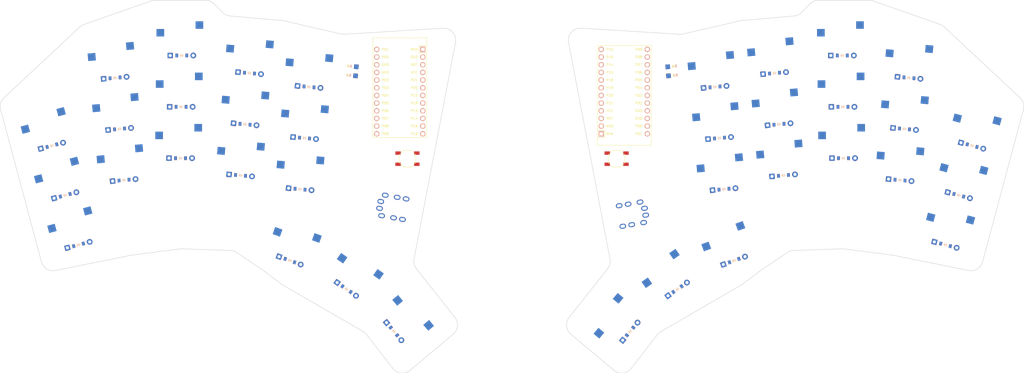
<source format=kicad_pcb>

            
(kicad_pcb (version 20171130) (host pcbnew 5.1.6)

  (page A3)
  (title_block
    (title tutorial)
    (rev v1.0.0)
    (company Unknown)
  )

  (general
    (thickness 1.6)
  )

  (layers
    (0 F.Cu signal)
    (31 B.Cu signal)
    (32 B.Adhes user)
    (33 F.Adhes user)
    (34 B.Paste user)
    (35 F.Paste user)
    (36 B.SilkS user)
    (37 F.SilkS user)
    (38 B.Mask user)
    (39 F.Mask user)
    (40 Dwgs.User user)
    (41 Cmts.User user)
    (42 Eco1.User user)
    (43 Eco2.User user)
    (44 Edge.Cuts user)
    (45 Margin user)
    (46 B.CrtYd user)
    (47 F.CrtYd user)
    (48 B.Fab user)
    (49 F.Fab user)
  )

  (setup
    (last_trace_width 0.25)
    (trace_clearance 0.2)
    (zone_clearance 0.508)
    (zone_45_only no)
    (trace_min 0.2)
    (via_size 0.8)
    (via_drill 0.4)
    (via_min_size 0.4)
    (via_min_drill 0.3)
    (uvia_size 0.3)
    (uvia_drill 0.1)
    (uvias_allowed no)
    (uvia_min_size 0.2)
    (uvia_min_drill 0.1)
    (edge_width 0.05)
    (segment_width 0.2)
    (pcb_text_width 0.3)
    (pcb_text_size 1.5 1.5)
    (mod_edge_width 0.12)
    (mod_text_size 1 1)
    (mod_text_width 0.15)
    (pad_size 1.524 1.524)
    (pad_drill 0.762)
    (pad_to_mask_clearance 0.05)
    (aux_axis_origin 0 0)
    (visible_elements FFFFFF7F)
    (pcbplotparams
      (layerselection 0x010fc_ffffffff)
      (usegerberextensions false)
      (usegerberattributes true)
      (usegerberadvancedattributes true)
      (creategerberjobfile true)
      (excludeedgelayer true)
      (linewidth 0.100000)
      (plotframeref false)
      (viasonmask false)
      (mode 1)
      (useauxorigin false)
      (hpglpennumber 1)
      (hpglpenspeed 20)
      (hpglpendiameter 15.000000)
      (psnegative false)
      (psa4output false)
      (plotreference true)
      (plotvalue true)
      (plotinvisibletext false)
      (padsonsilk false)
      (subtractmaskfromsilk false)
      (outputformat 1)
      (mirror false)
      (drillshape 1)
      (scaleselection 1)
      (outputdirectory ""))
  )

            (net 0 "")
(net 1 "pinky_bottom")
(net 2 "col_pinky")
(net 3 "pinky_home")
(net 4 "pinky_top")
(net 5 "ring_bottom")
(net 6 "col_ring")
(net 7 "ring_home")
(net 8 "ring_top")
(net 9 "middle_bottom")
(net 10 "col_middle")
(net 11 "middle_home")
(net 12 "middle_top")
(net 13 "index_bottom")
(net 14 "col_index")
(net 15 "index_home")
(net 16 "index_top")
(net 17 "inner_bottom")
(net 18 "col_inner")
(net 19 "inner_home")
(net 20 "inner_top")
(net 21 "first_only")
(net 22 "second_only")
(net 23 "third_only")
(net 24 "mirror_pinky_bottom")
(net 25 "mirror_pinky_home")
(net 26 "mirror_pinky_top")
(net 27 "mirror_ring_bottom")
(net 28 "mirror_ring_home")
(net 29 "mirror_ring_top")
(net 30 "mirror_middle_bottom")
(net 31 "mirror_middle_home")
(net 32 "mirror_middle_top")
(net 33 "mirror_index_bottom")
(net 34 "mirror_index_home")
(net 35 "mirror_index_top")
(net 36 "mirror_inner_bottom")
(net 37 "mirror_inner_home")
(net 38 "mirror_inner_top")
(net 39 "mirror_first_only")
(net 40 "mirror_second_only")
(net 41 "mirror_third_only")
(net 42 "row_bot")
(net 43 "row_mid")
(net 44 "row_top")
(net 45 "row_thumb")
(net 46 "RAW")
(net 47 "GND")
(net 48 "RST")
(net 49 "VCC")
(net 50 "P21")
(net 51 "P16")
(net 52 "P10")
(net 53 "P1")
(net 54 "P0")
(net 55 "P2")
(net 56 "P3")
(net 57 "P8")
(net 58 "P9")
(net 59 "P20")
(net 60 "Bplus")
            
  (net_class Default "This is the default net class."
    (clearance 0.2)
    (trace_width 0.25)
    (via_dia 0.8)
    (via_drill 0.4)
    (uvia_dia 0.3)
    (uvia_drill 0.1)
    (add_net "")
(add_net "pinky_bottom")
(add_net "col_pinky")
(add_net "pinky_home")
(add_net "pinky_top")
(add_net "ring_bottom")
(add_net "col_ring")
(add_net "ring_home")
(add_net "ring_top")
(add_net "middle_bottom")
(add_net "col_middle")
(add_net "middle_home")
(add_net "middle_top")
(add_net "index_bottom")
(add_net "col_index")
(add_net "index_home")
(add_net "index_top")
(add_net "inner_bottom")
(add_net "col_inner")
(add_net "inner_home")
(add_net "inner_top")
(add_net "first_only")
(add_net "second_only")
(add_net "third_only")
(add_net "mirror_pinky_bottom")
(add_net "mirror_pinky_home")
(add_net "mirror_pinky_top")
(add_net "mirror_ring_bottom")
(add_net "mirror_ring_home")
(add_net "mirror_ring_top")
(add_net "mirror_middle_bottom")
(add_net "mirror_middle_home")
(add_net "mirror_middle_top")
(add_net "mirror_index_bottom")
(add_net "mirror_index_home")
(add_net "mirror_index_top")
(add_net "mirror_inner_bottom")
(add_net "mirror_inner_home")
(add_net "mirror_inner_top")
(add_net "mirror_first_only")
(add_net "mirror_second_only")
(add_net "mirror_third_only")
(add_net "row_bot")
(add_net "row_mid")
(add_net "row_top")
(add_net "row_thumb")
(add_net "RAW")
(add_net "GND")
(add_net "RST")
(add_net "VCC")
(add_net "P21")
(add_net "P16")
(add_net "P10")
(add_net "P1")
(add_net "P0")
(add_net "P2")
(add_net "P3")
(add_net "P8")
(add_net "P9")
(add_net "P20")
(add_net "Bplus")
  )

            
        
      (module MX (layer F.Cu) (tedit 5DD4F656)
      (at -4.3999238 0.5792609999999989 15)

      
      (fp_text reference "S1" (at 0 0) (layer F.SilkS) hide (effects (font (size 1.27 1.27) (thickness 0.15))))
      (fp_text value "" (at 0 0) (layer F.SilkS) hide (effects (font (size 1.27 1.27) (thickness 0.15))))

      
      (fp_line (start -7 -6) (end -7 -7) (layer Dwgs.User) (width 0.15))
      (fp_line (start -7 7) (end -6 7) (layer Dwgs.User) (width 0.15))
      (fp_line (start -6 -7) (end -7 -7) (layer Dwgs.User) (width 0.15))
      (fp_line (start -7 7) (end -7 6) (layer Dwgs.User) (width 0.15))
      (fp_line (start 7 6) (end 7 7) (layer Dwgs.User) (width 0.15))
      (fp_line (start 7 -7) (end 6 -7) (layer Dwgs.User) (width 0.15))
      (fp_line (start 6 7) (end 7 7) (layer Dwgs.User) (width 0.15))
      (fp_line (start 7 -7) (end 7 -6) (layer Dwgs.User) (width 0.15))
    
      
      (pad "" np_thru_hole circle (at 0 0) (size 3.9878 3.9878) (drill 3.9878) (layers *.Cu *.Mask))

      
      (pad "" np_thru_hole circle (at 5.08 0) (size 1.7018 1.7018) (drill 1.7018) (layers *.Cu *.Mask))
      (pad "" np_thru_hole circle (at -5.08 0) (size 1.7018 1.7018) (drill 1.7018) (layers *.Cu *.Mask))
      
        
      
      (fp_line (start -9.5 -9.5) (end 9.5 -9.5) (layer Dwgs.User) (width 0.15))
      (fp_line (start 9.5 -9.5) (end 9.5 9.5) (layer Dwgs.User) (width 0.15))
      (fp_line (start 9.5 9.5) (end -9.5 9.5) (layer Dwgs.User) (width 0.15))
      (fp_line (start -9.5 9.5) (end -9.5 -9.5) (layer Dwgs.User) (width 0.15))
      
        
        
        (pad "" np_thru_hole circle (at 2.54 -5.08) (size 3 3) (drill 3) (layers *.Cu *.Mask))
        (pad "" np_thru_hole circle (at -3.81 -2.54) (size 3 3) (drill 3) (layers *.Cu *.Mask))
        
        
        (pad 1 smd rect (at -7.085 -2.54 15) (size 2.55 2.5) (layers B.Cu B.Paste B.Mask) (net 1 "pinky_bottom"))
        (pad 2 smd rect (at 5.842 -5.08 15) (size 2.55 2.5) (layers B.Cu B.Paste B.Mask) (net 2 "col_pinky"))
        )
        

        
      (module MX (layer F.Cu) (tedit 5DD4F656)
      (at -8.7998476 -15.841478000000002 15)

      
      (fp_text reference "S2" (at 0 0) (layer F.SilkS) hide (effects (font (size 1.27 1.27) (thickness 0.15))))
      (fp_text value "" (at 0 0) (layer F.SilkS) hide (effects (font (size 1.27 1.27) (thickness 0.15))))

      
      (fp_line (start -7 -6) (end -7 -7) (layer Dwgs.User) (width 0.15))
      (fp_line (start -7 7) (end -6 7) (layer Dwgs.User) (width 0.15))
      (fp_line (start -6 -7) (end -7 -7) (layer Dwgs.User) (width 0.15))
      (fp_line (start -7 7) (end -7 6) (layer Dwgs.User) (width 0.15))
      (fp_line (start 7 6) (end 7 7) (layer Dwgs.User) (width 0.15))
      (fp_line (start 7 -7) (end 6 -7) (layer Dwgs.User) (width 0.15))
      (fp_line (start 6 7) (end 7 7) (layer Dwgs.User) (width 0.15))
      (fp_line (start 7 -7) (end 7 -6) (layer Dwgs.User) (width 0.15))
    
      
      (pad "" np_thru_hole circle (at 0 0) (size 3.9878 3.9878) (drill 3.9878) (layers *.Cu *.Mask))

      
      (pad "" np_thru_hole circle (at 5.08 0) (size 1.7018 1.7018) (drill 1.7018) (layers *.Cu *.Mask))
      (pad "" np_thru_hole circle (at -5.08 0) (size 1.7018 1.7018) (drill 1.7018) (layers *.Cu *.Mask))
      
        
      
      (fp_line (start -9.5 -9.5) (end 9.5 -9.5) (layer Dwgs.User) (width 0.15))
      (fp_line (start 9.5 -9.5) (end 9.5 9.5) (layer Dwgs.User) (width 0.15))
      (fp_line (start 9.5 9.5) (end -9.5 9.5) (layer Dwgs.User) (width 0.15))
      (fp_line (start -9.5 9.5) (end -9.5 -9.5) (layer Dwgs.User) (width 0.15))
      
        
        
        (pad "" np_thru_hole circle (at 2.54 -5.08) (size 3 3) (drill 3) (layers *.Cu *.Mask))
        (pad "" np_thru_hole circle (at -3.81 -2.54) (size 3 3) (drill 3) (layers *.Cu *.Mask))
        
        
        (pad 1 smd rect (at -7.085 -2.54 15) (size 2.55 2.5) (layers B.Cu B.Paste B.Mask) (net 3 "pinky_home"))
        (pad 2 smd rect (at 5.842 -5.08 15) (size 2.55 2.5) (layers B.Cu B.Paste B.Mask) (net 2 "col_pinky"))
        )
        

        
      (module MX (layer F.Cu) (tedit 5DD4F656)
      (at -13.1997714 -32.26221700000001 15)

      
      (fp_text reference "S3" (at 0 0) (layer F.SilkS) hide (effects (font (size 1.27 1.27) (thickness 0.15))))
      (fp_text value "" (at 0 0) (layer F.SilkS) hide (effects (font (size 1.27 1.27) (thickness 0.15))))

      
      (fp_line (start -7 -6) (end -7 -7) (layer Dwgs.User) (width 0.15))
      (fp_line (start -7 7) (end -6 7) (layer Dwgs.User) (width 0.15))
      (fp_line (start -6 -7) (end -7 -7) (layer Dwgs.User) (width 0.15))
      (fp_line (start -7 7) (end -7 6) (layer Dwgs.User) (width 0.15))
      (fp_line (start 7 6) (end 7 7) (layer Dwgs.User) (width 0.15))
      (fp_line (start 7 -7) (end 6 -7) (layer Dwgs.User) (width 0.15))
      (fp_line (start 6 7) (end 7 7) (layer Dwgs.User) (width 0.15))
      (fp_line (start 7 -7) (end 7 -6) (layer Dwgs.User) (width 0.15))
    
      
      (pad "" np_thru_hole circle (at 0 0) (size 3.9878 3.9878) (drill 3.9878) (layers *.Cu *.Mask))

      
      (pad "" np_thru_hole circle (at 5.08 0) (size 1.7018 1.7018) (drill 1.7018) (layers *.Cu *.Mask))
      (pad "" np_thru_hole circle (at -5.08 0) (size 1.7018 1.7018) (drill 1.7018) (layers *.Cu *.Mask))
      
        
      
      (fp_line (start -9.5 -9.5) (end 9.5 -9.5) (layer Dwgs.User) (width 0.15))
      (fp_line (start 9.5 -9.5) (end 9.5 9.5) (layer Dwgs.User) (width 0.15))
      (fp_line (start 9.5 9.5) (end -9.5 9.5) (layer Dwgs.User) (width 0.15))
      (fp_line (start -9.5 9.5) (end -9.5 -9.5) (layer Dwgs.User) (width 0.15))
      
        
        
        (pad "" np_thru_hole circle (at 2.54 -5.08) (size 3 3) (drill 3) (layers *.Cu *.Mask))
        (pad "" np_thru_hole circle (at -3.81 -2.54) (size 3 3) (drill 3) (layers *.Cu *.Mask))
        
        
        (pad 1 smd rect (at -7.085 -2.54 15) (size 2.55 2.5) (layers B.Cu B.Paste B.Mask) (net 4 "pinky_top"))
        (pad 2 smd rect (at 5.842 -5.08 15) (size 2.55 2.5) (layers B.Cu B.Paste B.Mask) (net 2 "col_pinky"))
        )
        

        
      (module MX (layer F.Cu) (tedit 5DD4F656)
      (at 11.5050934 -21.0147917 5)

      
      (fp_text reference "S4" (at 0 0) (layer F.SilkS) hide (effects (font (size 1.27 1.27) (thickness 0.15))))
      (fp_text value "" (at 0 0) (layer F.SilkS) hide (effects (font (size 1.27 1.27) (thickness 0.15))))

      
      (fp_line (start -7 -6) (end -7 -7) (layer Dwgs.User) (width 0.15))
      (fp_line (start -7 7) (end -6 7) (layer Dwgs.User) (width 0.15))
      (fp_line (start -6 -7) (end -7 -7) (layer Dwgs.User) (width 0.15))
      (fp_line (start -7 7) (end -7 6) (layer Dwgs.User) (width 0.15))
      (fp_line (start 7 6) (end 7 7) (layer Dwgs.User) (width 0.15))
      (fp_line (start 7 -7) (end 6 -7) (layer Dwgs.User) (width 0.15))
      (fp_line (start 6 7) (end 7 7) (layer Dwgs.User) (width 0.15))
      (fp_line (start 7 -7) (end 7 -6) (layer Dwgs.User) (width 0.15))
    
      
      (pad "" np_thru_hole circle (at 0 0) (size 3.9878 3.9878) (drill 3.9878) (layers *.Cu *.Mask))

      
      (pad "" np_thru_hole circle (at 5.08 0) (size 1.7018 1.7018) (drill 1.7018) (layers *.Cu *.Mask))
      (pad "" np_thru_hole circle (at -5.08 0) (size 1.7018 1.7018) (drill 1.7018) (layers *.Cu *.Mask))
      
        
      
      (fp_line (start -9.5 -9.5) (end 9.5 -9.5) (layer Dwgs.User) (width 0.15))
      (fp_line (start 9.5 -9.5) (end 9.5 9.5) (layer Dwgs.User) (width 0.15))
      (fp_line (start 9.5 9.5) (end -9.5 9.5) (layer Dwgs.User) (width 0.15))
      (fp_line (start -9.5 9.5) (end -9.5 -9.5) (layer Dwgs.User) (width 0.15))
      
        
        
        (pad "" np_thru_hole circle (at 2.54 -5.08) (size 3 3) (drill 3) (layers *.Cu *.Mask))
        (pad "" np_thru_hole circle (at -3.81 -2.54) (size 3 3) (drill 3) (layers *.Cu *.Mask))
        
        
        (pad 1 smd rect (at -7.085 -2.54 5) (size 2.55 2.5) (layers B.Cu B.Paste B.Mask) (net 5 "ring_bottom"))
        (pad 2 smd rect (at 5.842 -5.08 5) (size 2.55 2.5) (layers B.Cu B.Paste B.Mask) (net 6 "col_ring"))
        )
        

        
      (module MX (layer F.Cu) (tedit 5DD4F656)
      (at 10.0234458 -37.950101599999996 5)

      
      (fp_text reference "S5" (at 0 0) (layer F.SilkS) hide (effects (font (size 1.27 1.27) (thickness 0.15))))
      (fp_text value "" (at 0 0) (layer F.SilkS) hide (effects (font (size 1.27 1.27) (thickness 0.15))))

      
      (fp_line (start -7 -6) (end -7 -7) (layer Dwgs.User) (width 0.15))
      (fp_line (start -7 7) (end -6 7) (layer Dwgs.User) (width 0.15))
      (fp_line (start -6 -7) (end -7 -7) (layer Dwgs.User) (width 0.15))
      (fp_line (start -7 7) (end -7 6) (layer Dwgs.User) (width 0.15))
      (fp_line (start 7 6) (end 7 7) (layer Dwgs.User) (width 0.15))
      (fp_line (start 7 -7) (end 6 -7) (layer Dwgs.User) (width 0.15))
      (fp_line (start 6 7) (end 7 7) (layer Dwgs.User) (width 0.15))
      (fp_line (start 7 -7) (end 7 -6) (layer Dwgs.User) (width 0.15))
    
      
      (pad "" np_thru_hole circle (at 0 0) (size 3.9878 3.9878) (drill 3.9878) (layers *.Cu *.Mask))

      
      (pad "" np_thru_hole circle (at 5.08 0) (size 1.7018 1.7018) (drill 1.7018) (layers *.Cu *.Mask))
      (pad "" np_thru_hole circle (at -5.08 0) (size 1.7018 1.7018) (drill 1.7018) (layers *.Cu *.Mask))
      
        
      
      (fp_line (start -9.5 -9.5) (end 9.5 -9.5) (layer Dwgs.User) (width 0.15))
      (fp_line (start 9.5 -9.5) (end 9.5 9.5) (layer Dwgs.User) (width 0.15))
      (fp_line (start 9.5 9.5) (end -9.5 9.5) (layer Dwgs.User) (width 0.15))
      (fp_line (start -9.5 9.5) (end -9.5 -9.5) (layer Dwgs.User) (width 0.15))
      
        
        
        (pad "" np_thru_hole circle (at 2.54 -5.08) (size 3 3) (drill 3) (layers *.Cu *.Mask))
        (pad "" np_thru_hole circle (at -3.81 -2.54) (size 3 3) (drill 3) (layers *.Cu *.Mask))
        
        
        (pad 1 smd rect (at -7.085 -2.54 5) (size 2.55 2.5) (layers B.Cu B.Paste B.Mask) (net 7 "ring_home"))
        (pad 2 smd rect (at 5.842 -5.08 5) (size 2.55 2.5) (layers B.Cu B.Paste B.Mask) (net 6 "col_ring"))
        )
        

        
      (module MX (layer F.Cu) (tedit 5DD4F656)
      (at 8.541798199999999 -54.8854115 5)

      
      (fp_text reference "S6" (at 0 0) (layer F.SilkS) hide (effects (font (size 1.27 1.27) (thickness 0.15))))
      (fp_text value "" (at 0 0) (layer F.SilkS) hide (effects (font (size 1.27 1.27) (thickness 0.15))))

      
      (fp_line (start -7 -6) (end -7 -7) (layer Dwgs.User) (width 0.15))
      (fp_line (start -7 7) (end -6 7) (layer Dwgs.User) (width 0.15))
      (fp_line (start -6 -7) (end -7 -7) (layer Dwgs.User) (width 0.15))
      (fp_line (start -7 7) (end -7 6) (layer Dwgs.User) (width 0.15))
      (fp_line (start 7 6) (end 7 7) (layer Dwgs.User) (width 0.15))
      (fp_line (start 7 -7) (end 6 -7) (layer Dwgs.User) (width 0.15))
      (fp_line (start 6 7) (end 7 7) (layer Dwgs.User) (width 0.15))
      (fp_line (start 7 -7) (end 7 -6) (layer Dwgs.User) (width 0.15))
    
      
      (pad "" np_thru_hole circle (at 0 0) (size 3.9878 3.9878) (drill 3.9878) (layers *.Cu *.Mask))

      
      (pad "" np_thru_hole circle (at 5.08 0) (size 1.7018 1.7018) (drill 1.7018) (layers *.Cu *.Mask))
      (pad "" np_thru_hole circle (at -5.08 0) (size 1.7018 1.7018) (drill 1.7018) (layers *.Cu *.Mask))
      
        
      
      (fp_line (start -9.5 -9.5) (end 9.5 -9.5) (layer Dwgs.User) (width 0.15))
      (fp_line (start 9.5 -9.5) (end 9.5 9.5) (layer Dwgs.User) (width 0.15))
      (fp_line (start 9.5 9.5) (end -9.5 9.5) (layer Dwgs.User) (width 0.15))
      (fp_line (start -9.5 9.5) (end -9.5 -9.5) (layer Dwgs.User) (width 0.15))
      
        
        
        (pad "" np_thru_hole circle (at 2.54 -5.08) (size 3 3) (drill 3) (layers *.Cu *.Mask))
        (pad "" np_thru_hole circle (at -3.81 -2.54) (size 3 3) (drill 3) (layers *.Cu *.Mask))
        
        
        (pad 1 smd rect (at -7.085 -2.54 5) (size 2.55 2.5) (layers B.Cu B.Paste B.Mask) (net 8 "ring_top"))
        (pad 2 smd rect (at 5.842 -5.08 5) (size 2.55 2.5) (layers B.Cu B.Paste B.Mask) (net 6 "col_ring"))
        )
        

        
      (module MX (layer F.Cu) (tedit 5DD4F656)
      (at 30.624363 -28.2933885 0)

      
      (fp_text reference "S7" (at 0 0) (layer F.SilkS) hide (effects (font (size 1.27 1.27) (thickness 0.15))))
      (fp_text value "" (at 0 0) (layer F.SilkS) hide (effects (font (size 1.27 1.27) (thickness 0.15))))

      
      (fp_line (start -7 -6) (end -7 -7) (layer Dwgs.User) (width 0.15))
      (fp_line (start -7 7) (end -6 7) (layer Dwgs.User) (width 0.15))
      (fp_line (start -6 -7) (end -7 -7) (layer Dwgs.User) (width 0.15))
      (fp_line (start -7 7) (end -7 6) (layer Dwgs.User) (width 0.15))
      (fp_line (start 7 6) (end 7 7) (layer Dwgs.User) (width 0.15))
      (fp_line (start 7 -7) (end 6 -7) (layer Dwgs.User) (width 0.15))
      (fp_line (start 6 7) (end 7 7) (layer Dwgs.User) (width 0.15))
      (fp_line (start 7 -7) (end 7 -6) (layer Dwgs.User) (width 0.15))
    
      
      (pad "" np_thru_hole circle (at 0 0) (size 3.9878 3.9878) (drill 3.9878) (layers *.Cu *.Mask))

      
      (pad "" np_thru_hole circle (at 5.08 0) (size 1.7018 1.7018) (drill 1.7018) (layers *.Cu *.Mask))
      (pad "" np_thru_hole circle (at -5.08 0) (size 1.7018 1.7018) (drill 1.7018) (layers *.Cu *.Mask))
      
        
      
      (fp_line (start -9.5 -9.5) (end 9.5 -9.5) (layer Dwgs.User) (width 0.15))
      (fp_line (start 9.5 -9.5) (end 9.5 9.5) (layer Dwgs.User) (width 0.15))
      (fp_line (start 9.5 9.5) (end -9.5 9.5) (layer Dwgs.User) (width 0.15))
      (fp_line (start -9.5 9.5) (end -9.5 -9.5) (layer Dwgs.User) (width 0.15))
      
        
        
        (pad "" np_thru_hole circle (at 2.54 -5.08) (size 3 3) (drill 3) (layers *.Cu *.Mask))
        (pad "" np_thru_hole circle (at -3.81 -2.54) (size 3 3) (drill 3) (layers *.Cu *.Mask))
        
        
        (pad 1 smd rect (at -7.085 -2.54 0) (size 2.55 2.5) (layers B.Cu B.Paste B.Mask) (net 9 "middle_bottom"))
        (pad 2 smd rect (at 5.842 -5.08 0) (size 2.55 2.5) (layers B.Cu B.Paste B.Mask) (net 10 "col_middle"))
        )
        

        
      (module MX (layer F.Cu) (tedit 5DD4F656)
      (at 30.824362999999998 -45.2933885 0)

      
      (fp_text reference "S8" (at 0 0) (layer F.SilkS) hide (effects (font (size 1.27 1.27) (thickness 0.15))))
      (fp_text value "" (at 0 0) (layer F.SilkS) hide (effects (font (size 1.27 1.27) (thickness 0.15))))

      
      (fp_line (start -7 -6) (end -7 -7) (layer Dwgs.User) (width 0.15))
      (fp_line (start -7 7) (end -6 7) (layer Dwgs.User) (width 0.15))
      (fp_line (start -6 -7) (end -7 -7) (layer Dwgs.User) (width 0.15))
      (fp_line (start -7 7) (end -7 6) (layer Dwgs.User) (width 0.15))
      (fp_line (start 7 6) (end 7 7) (layer Dwgs.User) (width 0.15))
      (fp_line (start 7 -7) (end 6 -7) (layer Dwgs.User) (width 0.15))
      (fp_line (start 6 7) (end 7 7) (layer Dwgs.User) (width 0.15))
      (fp_line (start 7 -7) (end 7 -6) (layer Dwgs.User) (width 0.15))
    
      
      (pad "" np_thru_hole circle (at 0 0) (size 3.9878 3.9878) (drill 3.9878) (layers *.Cu *.Mask))

      
      (pad "" np_thru_hole circle (at 5.08 0) (size 1.7018 1.7018) (drill 1.7018) (layers *.Cu *.Mask))
      (pad "" np_thru_hole circle (at -5.08 0) (size 1.7018 1.7018) (drill 1.7018) (layers *.Cu *.Mask))
      
        
      
      (fp_line (start -9.5 -9.5) (end 9.5 -9.5) (layer Dwgs.User) (width 0.15))
      (fp_line (start 9.5 -9.5) (end 9.5 9.5) (layer Dwgs.User) (width 0.15))
      (fp_line (start 9.5 9.5) (end -9.5 9.5) (layer Dwgs.User) (width 0.15))
      (fp_line (start -9.5 9.5) (end -9.5 -9.5) (layer Dwgs.User) (width 0.15))
      
        
        
        (pad "" np_thru_hole circle (at 2.54 -5.08) (size 3 3) (drill 3) (layers *.Cu *.Mask))
        (pad "" np_thru_hole circle (at -3.81 -2.54) (size 3 3) (drill 3) (layers *.Cu *.Mask))
        
        
        (pad 1 smd rect (at -7.085 -2.54 0) (size 2.55 2.5) (layers B.Cu B.Paste B.Mask) (net 11 "middle_home"))
        (pad 2 smd rect (at 5.842 -5.08 0) (size 2.55 2.5) (layers B.Cu B.Paste B.Mask) (net 10 "col_middle"))
        )
        

        
      (module MX (layer F.Cu) (tedit 5DD4F656)
      (at 31.024362999999997 -62.2933885 0)

      
      (fp_text reference "S9" (at 0 0) (layer F.SilkS) hide (effects (font (size 1.27 1.27) (thickness 0.15))))
      (fp_text value "" (at 0 0) (layer F.SilkS) hide (effects (font (size 1.27 1.27) (thickness 0.15))))

      
      (fp_line (start -7 -6) (end -7 -7) (layer Dwgs.User) (width 0.15))
      (fp_line (start -7 7) (end -6 7) (layer Dwgs.User) (width 0.15))
      (fp_line (start -6 -7) (end -7 -7) (layer Dwgs.User) (width 0.15))
      (fp_line (start -7 7) (end -7 6) (layer Dwgs.User) (width 0.15))
      (fp_line (start 7 6) (end 7 7) (layer Dwgs.User) (width 0.15))
      (fp_line (start 7 -7) (end 6 -7) (layer Dwgs.User) (width 0.15))
      (fp_line (start 6 7) (end 7 7) (layer Dwgs.User) (width 0.15))
      (fp_line (start 7 -7) (end 7 -6) (layer Dwgs.User) (width 0.15))
    
      
      (pad "" np_thru_hole circle (at 0 0) (size 3.9878 3.9878) (drill 3.9878) (layers *.Cu *.Mask))

      
      (pad "" np_thru_hole circle (at 5.08 0) (size 1.7018 1.7018) (drill 1.7018) (layers *.Cu *.Mask))
      (pad "" np_thru_hole circle (at -5.08 0) (size 1.7018 1.7018) (drill 1.7018) (layers *.Cu *.Mask))
      
        
      
      (fp_line (start -9.5 -9.5) (end 9.5 -9.5) (layer Dwgs.User) (width 0.15))
      (fp_line (start 9.5 -9.5) (end 9.5 9.5) (layer Dwgs.User) (width 0.15))
      (fp_line (start 9.5 9.5) (end -9.5 9.5) (layer Dwgs.User) (width 0.15))
      (fp_line (start -9.5 9.5) (end -9.5 -9.5) (layer Dwgs.User) (width 0.15))
      
        
        
        (pad "" np_thru_hole circle (at 2.54 -5.08) (size 3 3) (drill 3) (layers *.Cu *.Mask))
        (pad "" np_thru_hole circle (at -3.81 -2.54) (size 3 3) (drill 3) (layers *.Cu *.Mask))
        
        
        (pad 1 smd rect (at -7.085 -2.54 0) (size 2.55 2.5) (layers B.Cu B.Paste B.Mask) (net 12 "middle_top"))
        (pad 2 smd rect (at 5.842 -5.08 0) (size 2.55 2.5) (layers B.Cu B.Paste B.Mask) (net 10 "col_middle"))
        )
        

        
      (module MX (layer F.Cu) (tedit 5DD4F656)
      (at 50.9060107 -22.5620317 -5)

      
      (fp_text reference "S10" (at 0 0) (layer F.SilkS) hide (effects (font (size 1.27 1.27) (thickness 0.15))))
      (fp_text value "" (at 0 0) (layer F.SilkS) hide (effects (font (size 1.27 1.27) (thickness 0.15))))

      
      (fp_line (start -7 -6) (end -7 -7) (layer Dwgs.User) (width 0.15))
      (fp_line (start -7 7) (end -6 7) (layer Dwgs.User) (width 0.15))
      (fp_line (start -6 -7) (end -7 -7) (layer Dwgs.User) (width 0.15))
      (fp_line (start -7 7) (end -7 6) (layer Dwgs.User) (width 0.15))
      (fp_line (start 7 6) (end 7 7) (layer Dwgs.User) (width 0.15))
      (fp_line (start 7 -7) (end 6 -7) (layer Dwgs.User) (width 0.15))
      (fp_line (start 6 7) (end 7 7) (layer Dwgs.User) (width 0.15))
      (fp_line (start 7 -7) (end 7 -6) (layer Dwgs.User) (width 0.15))
    
      
      (pad "" np_thru_hole circle (at 0 0) (size 3.9878 3.9878) (drill 3.9878) (layers *.Cu *.Mask))

      
      (pad "" np_thru_hole circle (at 5.08 0) (size 1.7018 1.7018) (drill 1.7018) (layers *.Cu *.Mask))
      (pad "" np_thru_hole circle (at -5.08 0) (size 1.7018 1.7018) (drill 1.7018) (layers *.Cu *.Mask))
      
        
      
      (fp_line (start -9.5 -9.5) (end 9.5 -9.5) (layer Dwgs.User) (width 0.15))
      (fp_line (start 9.5 -9.5) (end 9.5 9.5) (layer Dwgs.User) (width 0.15))
      (fp_line (start 9.5 9.5) (end -9.5 9.5) (layer Dwgs.User) (width 0.15))
      (fp_line (start -9.5 9.5) (end -9.5 -9.5) (layer Dwgs.User) (width 0.15))
      
        
        
        (pad "" np_thru_hole circle (at 2.54 -5.08) (size 3 3) (drill 3) (layers *.Cu *.Mask))
        (pad "" np_thru_hole circle (at -3.81 -2.54) (size 3 3) (drill 3) (layers *.Cu *.Mask))
        
        
        (pad 1 smd rect (at -7.085 -2.54 -5) (size 2.55 2.5) (layers B.Cu B.Paste B.Mask) (net 13 "index_bottom"))
        (pad 2 smd rect (at 5.842 -5.08 -5) (size 2.55 2.5) (layers B.Cu B.Paste B.Mask) (net 14 "col_index"))
        )
        

        
      (module MX (layer F.Cu) (tedit 5DD4F656)
      (at 52.387658300000005 -39.4973416 -5)

      
      (fp_text reference "S11" (at 0 0) (layer F.SilkS) hide (effects (font (size 1.27 1.27) (thickness 0.15))))
      (fp_text value "" (at 0 0) (layer F.SilkS) hide (effects (font (size 1.27 1.27) (thickness 0.15))))

      
      (fp_line (start -7 -6) (end -7 -7) (layer Dwgs.User) (width 0.15))
      (fp_line (start -7 7) (end -6 7) (layer Dwgs.User) (width 0.15))
      (fp_line (start -6 -7) (end -7 -7) (layer Dwgs.User) (width 0.15))
      (fp_line (start -7 7) (end -7 6) (layer Dwgs.User) (width 0.15))
      (fp_line (start 7 6) (end 7 7) (layer Dwgs.User) (width 0.15))
      (fp_line (start 7 -7) (end 6 -7) (layer Dwgs.User) (width 0.15))
      (fp_line (start 6 7) (end 7 7) (layer Dwgs.User) (width 0.15))
      (fp_line (start 7 -7) (end 7 -6) (layer Dwgs.User) (width 0.15))
    
      
      (pad "" np_thru_hole circle (at 0 0) (size 3.9878 3.9878) (drill 3.9878) (layers *.Cu *.Mask))

      
      (pad "" np_thru_hole circle (at 5.08 0) (size 1.7018 1.7018) (drill 1.7018) (layers *.Cu *.Mask))
      (pad "" np_thru_hole circle (at -5.08 0) (size 1.7018 1.7018) (drill 1.7018) (layers *.Cu *.Mask))
      
        
      
      (fp_line (start -9.5 -9.5) (end 9.5 -9.5) (layer Dwgs.User) (width 0.15))
      (fp_line (start 9.5 -9.5) (end 9.5 9.5) (layer Dwgs.User) (width 0.15))
      (fp_line (start 9.5 9.5) (end -9.5 9.5) (layer Dwgs.User) (width 0.15))
      (fp_line (start -9.5 9.5) (end -9.5 -9.5) (layer Dwgs.User) (width 0.15))
      
        
        
        (pad "" np_thru_hole circle (at 2.54 -5.08) (size 3 3) (drill 3) (layers *.Cu *.Mask))
        (pad "" np_thru_hole circle (at -3.81 -2.54) (size 3 3) (drill 3) (layers *.Cu *.Mask))
        
        
        (pad 1 smd rect (at -7.085 -2.54 -5) (size 2.55 2.5) (layers B.Cu B.Paste B.Mask) (net 15 "index_home"))
        (pad 2 smd rect (at 5.842 -5.08 -5) (size 2.55 2.5) (layers B.Cu B.Paste B.Mask) (net 14 "col_index"))
        )
        

        
      (module MX (layer F.Cu) (tedit 5DD4F656)
      (at 53.86930590000001 -56.4326515 -5)

      
      (fp_text reference "S12" (at 0 0) (layer F.SilkS) hide (effects (font (size 1.27 1.27) (thickness 0.15))))
      (fp_text value "" (at 0 0) (layer F.SilkS) hide (effects (font (size 1.27 1.27) (thickness 0.15))))

      
      (fp_line (start -7 -6) (end -7 -7) (layer Dwgs.User) (width 0.15))
      (fp_line (start -7 7) (end -6 7) (layer Dwgs.User) (width 0.15))
      (fp_line (start -6 -7) (end -7 -7) (layer Dwgs.User) (width 0.15))
      (fp_line (start -7 7) (end -7 6) (layer Dwgs.User) (width 0.15))
      (fp_line (start 7 6) (end 7 7) (layer Dwgs.User) (width 0.15))
      (fp_line (start 7 -7) (end 6 -7) (layer Dwgs.User) (width 0.15))
      (fp_line (start 6 7) (end 7 7) (layer Dwgs.User) (width 0.15))
      (fp_line (start 7 -7) (end 7 -6) (layer Dwgs.User) (width 0.15))
    
      
      (pad "" np_thru_hole circle (at 0 0) (size 3.9878 3.9878) (drill 3.9878) (layers *.Cu *.Mask))

      
      (pad "" np_thru_hole circle (at 5.08 0) (size 1.7018 1.7018) (drill 1.7018) (layers *.Cu *.Mask))
      (pad "" np_thru_hole circle (at -5.08 0) (size 1.7018 1.7018) (drill 1.7018) (layers *.Cu *.Mask))
      
        
      
      (fp_line (start -9.5 -9.5) (end 9.5 -9.5) (layer Dwgs.User) (width 0.15))
      (fp_line (start 9.5 -9.5) (end 9.5 9.5) (layer Dwgs.User) (width 0.15))
      (fp_line (start 9.5 9.5) (end -9.5 9.5) (layer Dwgs.User) (width 0.15))
      (fp_line (start -9.5 9.5) (end -9.5 -9.5) (layer Dwgs.User) (width 0.15))
      
        
        
        (pad "" np_thru_hole circle (at 2.54 -5.08) (size 3 3) (drill 3) (layers *.Cu *.Mask))
        (pad "" np_thru_hole circle (at -3.81 -2.54) (size 3 3) (drill 3) (layers *.Cu *.Mask))
        
        
        (pad 1 smd rect (at -7.085 -2.54 -5) (size 2.55 2.5) (layers B.Cu B.Paste B.Mask) (net 16 "index_top"))
        (pad 2 smd rect (at 5.842 -5.08 -5) (size 2.55 2.5) (layers B.Cu B.Paste B.Mask) (net 14 "col_index"))
        )
        

        
      (module MX (layer F.Cu) (tedit 5DD4F656)
      (at 70.5829635 -17.9963653 -5)

      
      (fp_text reference "S13" (at 0 0) (layer F.SilkS) hide (effects (font (size 1.27 1.27) (thickness 0.15))))
      (fp_text value "" (at 0 0) (layer F.SilkS) hide (effects (font (size 1.27 1.27) (thickness 0.15))))

      
      (fp_line (start -7 -6) (end -7 -7) (layer Dwgs.User) (width 0.15))
      (fp_line (start -7 7) (end -6 7) (layer Dwgs.User) (width 0.15))
      (fp_line (start -6 -7) (end -7 -7) (layer Dwgs.User) (width 0.15))
      (fp_line (start -7 7) (end -7 6) (layer Dwgs.User) (width 0.15))
      (fp_line (start 7 6) (end 7 7) (layer Dwgs.User) (width 0.15))
      (fp_line (start 7 -7) (end 6 -7) (layer Dwgs.User) (width 0.15))
      (fp_line (start 6 7) (end 7 7) (layer Dwgs.User) (width 0.15))
      (fp_line (start 7 -7) (end 7 -6) (layer Dwgs.User) (width 0.15))
    
      
      (pad "" np_thru_hole circle (at 0 0) (size 3.9878 3.9878) (drill 3.9878) (layers *.Cu *.Mask))

      
      (pad "" np_thru_hole circle (at 5.08 0) (size 1.7018 1.7018) (drill 1.7018) (layers *.Cu *.Mask))
      (pad "" np_thru_hole circle (at -5.08 0) (size 1.7018 1.7018) (drill 1.7018) (layers *.Cu *.Mask))
      
        
      
      (fp_line (start -9.5 -9.5) (end 9.5 -9.5) (layer Dwgs.User) (width 0.15))
      (fp_line (start 9.5 -9.5) (end 9.5 9.5) (layer Dwgs.User) (width 0.15))
      (fp_line (start 9.5 9.5) (end -9.5 9.5) (layer Dwgs.User) (width 0.15))
      (fp_line (start -9.5 9.5) (end -9.5 -9.5) (layer Dwgs.User) (width 0.15))
      
        
        
        (pad "" np_thru_hole circle (at 2.54 -5.08) (size 3 3) (drill 3) (layers *.Cu *.Mask))
        (pad "" np_thru_hole circle (at -3.81 -2.54) (size 3 3) (drill 3) (layers *.Cu *.Mask))
        
        
        (pad 1 smd rect (at -7.085 -2.54 -5) (size 2.55 2.5) (layers B.Cu B.Paste B.Mask) (net 17 "inner_bottom"))
        (pad 2 smd rect (at 5.842 -5.08 -5) (size 2.55 2.5) (layers B.Cu B.Paste B.Mask) (net 18 "col_inner"))
        )
        

        
      (module MX (layer F.Cu) (tedit 5DD4F656)
      (at 72.06461110000001 -34.9316752 -5)

      
      (fp_text reference "S14" (at 0 0) (layer F.SilkS) hide (effects (font (size 1.27 1.27) (thickness 0.15))))
      (fp_text value "" (at 0 0) (layer F.SilkS) hide (effects (font (size 1.27 1.27) (thickness 0.15))))

      
      (fp_line (start -7 -6) (end -7 -7) (layer Dwgs.User) (width 0.15))
      (fp_line (start -7 7) (end -6 7) (layer Dwgs.User) (width 0.15))
      (fp_line (start -6 -7) (end -7 -7) (layer Dwgs.User) (width 0.15))
      (fp_line (start -7 7) (end -7 6) (layer Dwgs.User) (width 0.15))
      (fp_line (start 7 6) (end 7 7) (layer Dwgs.User) (width 0.15))
      (fp_line (start 7 -7) (end 6 -7) (layer Dwgs.User) (width 0.15))
      (fp_line (start 6 7) (end 7 7) (layer Dwgs.User) (width 0.15))
      (fp_line (start 7 -7) (end 7 -6) (layer Dwgs.User) (width 0.15))
    
      
      (pad "" np_thru_hole circle (at 0 0) (size 3.9878 3.9878) (drill 3.9878) (layers *.Cu *.Mask))

      
      (pad "" np_thru_hole circle (at 5.08 0) (size 1.7018 1.7018) (drill 1.7018) (layers *.Cu *.Mask))
      (pad "" np_thru_hole circle (at -5.08 0) (size 1.7018 1.7018) (drill 1.7018) (layers *.Cu *.Mask))
      
        
      
      (fp_line (start -9.5 -9.5) (end 9.5 -9.5) (layer Dwgs.User) (width 0.15))
      (fp_line (start 9.5 -9.5) (end 9.5 9.5) (layer Dwgs.User) (width 0.15))
      (fp_line (start 9.5 9.5) (end -9.5 9.5) (layer Dwgs.User) (width 0.15))
      (fp_line (start -9.5 9.5) (end -9.5 -9.5) (layer Dwgs.User) (width 0.15))
      
        
        
        (pad "" np_thru_hole circle (at 2.54 -5.08) (size 3 3) (drill 3) (layers *.Cu *.Mask))
        (pad "" np_thru_hole circle (at -3.81 -2.54) (size 3 3) (drill 3) (layers *.Cu *.Mask))
        
        
        (pad 1 smd rect (at -7.085 -2.54 -5) (size 2.55 2.5) (layers B.Cu B.Paste B.Mask) (net 19 "inner_home"))
        (pad 2 smd rect (at 5.842 -5.08 -5) (size 2.55 2.5) (layers B.Cu B.Paste B.Mask) (net 18 "col_inner"))
        )
        

        
      (module MX (layer F.Cu) (tedit 5DD4F656)
      (at 73.54625870000001 -51.8669851 -5)

      
      (fp_text reference "S15" (at 0 0) (layer F.SilkS) hide (effects (font (size 1.27 1.27) (thickness 0.15))))
      (fp_text value "" (at 0 0) (layer F.SilkS) hide (effects (font (size 1.27 1.27) (thickness 0.15))))

      
      (fp_line (start -7 -6) (end -7 -7) (layer Dwgs.User) (width 0.15))
      (fp_line (start -7 7) (end -6 7) (layer Dwgs.User) (width 0.15))
      (fp_line (start -6 -7) (end -7 -7) (layer Dwgs.User) (width 0.15))
      (fp_line (start -7 7) (end -7 6) (layer Dwgs.User) (width 0.15))
      (fp_line (start 7 6) (end 7 7) (layer Dwgs.User) (width 0.15))
      (fp_line (start 7 -7) (end 6 -7) (layer Dwgs.User) (width 0.15))
      (fp_line (start 6 7) (end 7 7) (layer Dwgs.User) (width 0.15))
      (fp_line (start 7 -7) (end 7 -6) (layer Dwgs.User) (width 0.15))
    
      
      (pad "" np_thru_hole circle (at 0 0) (size 3.9878 3.9878) (drill 3.9878) (layers *.Cu *.Mask))

      
      (pad "" np_thru_hole circle (at 5.08 0) (size 1.7018 1.7018) (drill 1.7018) (layers *.Cu *.Mask))
      (pad "" np_thru_hole circle (at -5.08 0) (size 1.7018 1.7018) (drill 1.7018) (layers *.Cu *.Mask))
      
        
      
      (fp_line (start -9.5 -9.5) (end 9.5 -9.5) (layer Dwgs.User) (width 0.15))
      (fp_line (start 9.5 -9.5) (end 9.5 9.5) (layer Dwgs.User) (width 0.15))
      (fp_line (start 9.5 9.5) (end -9.5 9.5) (layer Dwgs.User) (width 0.15))
      (fp_line (start -9.5 9.5) (end -9.5 -9.5) (layer Dwgs.User) (width 0.15))
      
        
        
        (pad "" np_thru_hole circle (at 2.54 -5.08) (size 3 3) (drill 3) (layers *.Cu *.Mask))
        (pad "" np_thru_hole circle (at -3.81 -2.54) (size 3 3) (drill 3) (layers *.Cu *.Mask))
        
        
        (pad 1 smd rect (at -7.085 -2.54 -5) (size 2.55 2.5) (layers B.Cu B.Paste B.Mask) (net 20 "inner_top"))
        (pad 2 smd rect (at 5.842 -5.08 -5) (size 2.55 2.5) (layers B.Cu B.Paste B.Mask) (net 18 "col_inner"))
        )
        

        
      (module MX (layer F.Cu) (tedit 5DD4F656)
      (at 68.4912257 5.912307500000001 -20)

      
      (fp_text reference "S16" (at 0 0) (layer F.SilkS) hide (effects (font (size 1.27 1.27) (thickness 0.15))))
      (fp_text value "" (at 0 0) (layer F.SilkS) hide (effects (font (size 1.27 1.27) (thickness 0.15))))

      
      (fp_line (start -7 -6) (end -7 -7) (layer Dwgs.User) (width 0.15))
      (fp_line (start -7 7) (end -6 7) (layer Dwgs.User) (width 0.15))
      (fp_line (start -6 -7) (end -7 -7) (layer Dwgs.User) (width 0.15))
      (fp_line (start -7 7) (end -7 6) (layer Dwgs.User) (width 0.15))
      (fp_line (start 7 6) (end 7 7) (layer Dwgs.User) (width 0.15))
      (fp_line (start 7 -7) (end 6 -7) (layer Dwgs.User) (width 0.15))
      (fp_line (start 6 7) (end 7 7) (layer Dwgs.User) (width 0.15))
      (fp_line (start 7 -7) (end 7 -6) (layer Dwgs.User) (width 0.15))
    
      
      (pad "" np_thru_hole circle (at 0 0) (size 3.9878 3.9878) (drill 3.9878) (layers *.Cu *.Mask))

      
      (pad "" np_thru_hole circle (at 5.08 0) (size 1.7018 1.7018) (drill 1.7018) (layers *.Cu *.Mask))
      (pad "" np_thru_hole circle (at -5.08 0) (size 1.7018 1.7018) (drill 1.7018) (layers *.Cu *.Mask))
      
        
      
      (fp_line (start -9.5 -9.5) (end 9.5 -9.5) (layer Dwgs.User) (width 0.15))
      (fp_line (start 9.5 -9.5) (end 9.5 9.5) (layer Dwgs.User) (width 0.15))
      (fp_line (start 9.5 9.5) (end -9.5 9.5) (layer Dwgs.User) (width 0.15))
      (fp_line (start -9.5 9.5) (end -9.5 -9.5) (layer Dwgs.User) (width 0.15))
      
        
        
        (pad "" np_thru_hole circle (at 2.54 -5.08) (size 3 3) (drill 3) (layers *.Cu *.Mask))
        (pad "" np_thru_hole circle (at -3.81 -2.54) (size 3 3) (drill 3) (layers *.Cu *.Mask))
        
        
        (pad 1 smd rect (at -7.085 -2.54 -20) (size 2.55 2.5) (layers B.Cu B.Paste B.Mask) (net 21 "first_only"))
        (pad 2 smd rect (at 5.842 -5.08 -20) (size 2.55 2.5) (layers B.Cu B.Paste B.Mask) (net 10 "col_middle"))
        )
        

        
      (module MX (layer F.Cu) (tedit 5DD4F656)
      (at 88.3999977 15.9818525 -35)

      
      (fp_text reference "S17" (at 0 0) (layer F.SilkS) hide (effects (font (size 1.27 1.27) (thickness 0.15))))
      (fp_text value "" (at 0 0) (layer F.SilkS) hide (effects (font (size 1.27 1.27) (thickness 0.15))))

      
      (fp_line (start -7 -6) (end -7 -7) (layer Dwgs.User) (width 0.15))
      (fp_line (start -7 7) (end -6 7) (layer Dwgs.User) (width 0.15))
      (fp_line (start -6 -7) (end -7 -7) (layer Dwgs.User) (width 0.15))
      (fp_line (start -7 7) (end -7 6) (layer Dwgs.User) (width 0.15))
      (fp_line (start 7 6) (end 7 7) (layer Dwgs.User) (width 0.15))
      (fp_line (start 7 -7) (end 6 -7) (layer Dwgs.User) (width 0.15))
      (fp_line (start 6 7) (end 7 7) (layer Dwgs.User) (width 0.15))
      (fp_line (start 7 -7) (end 7 -6) (layer Dwgs.User) (width 0.15))
    
      
      (pad "" np_thru_hole circle (at 0 0) (size 3.9878 3.9878) (drill 3.9878) (layers *.Cu *.Mask))

      
      (pad "" np_thru_hole circle (at 5.08 0) (size 1.7018 1.7018) (drill 1.7018) (layers *.Cu *.Mask))
      (pad "" np_thru_hole circle (at -5.08 0) (size 1.7018 1.7018) (drill 1.7018) (layers *.Cu *.Mask))
      
        
      
      (fp_line (start -9.5 -9.5) (end 9.5 -9.5) (layer Dwgs.User) (width 0.15))
      (fp_line (start 9.5 -9.5) (end 9.5 9.5) (layer Dwgs.User) (width 0.15))
      (fp_line (start 9.5 9.5) (end -9.5 9.5) (layer Dwgs.User) (width 0.15))
      (fp_line (start -9.5 9.5) (end -9.5 -9.5) (layer Dwgs.User) (width 0.15))
      
        
        
        (pad "" np_thru_hole circle (at 2.54 -5.08) (size 3 3) (drill 3) (layers *.Cu *.Mask))
        (pad "" np_thru_hole circle (at -3.81 -2.54) (size 3 3) (drill 3) (layers *.Cu *.Mask))
        
        
        (pad 1 smd rect (at -7.085 -2.54 -35) (size 2.55 2.5) (layers B.Cu B.Paste B.Mask) (net 22 "second_only"))
        (pad 2 smd rect (at 5.842 -5.08 -35) (size 2.55 2.5) (layers B.Cu B.Paste B.Mask) (net 14 "col_index"))
        )
        

        
      (module MX (layer F.Cu) (tedit 5DD4F656)
      (at 105.02420479999999 30.861055399999998 -50)

      
      (fp_text reference "S18" (at 0 0) (layer F.SilkS) hide (effects (font (size 1.27 1.27) (thickness 0.15))))
      (fp_text value "" (at 0 0) (layer F.SilkS) hide (effects (font (size 1.27 1.27) (thickness 0.15))))

      
      (fp_line (start -7 -6) (end -7 -7) (layer Dwgs.User) (width 0.15))
      (fp_line (start -7 7) (end -6 7) (layer Dwgs.User) (width 0.15))
      (fp_line (start -6 -7) (end -7 -7) (layer Dwgs.User) (width 0.15))
      (fp_line (start -7 7) (end -7 6) (layer Dwgs.User) (width 0.15))
      (fp_line (start 7 6) (end 7 7) (layer Dwgs.User) (width 0.15))
      (fp_line (start 7 -7) (end 6 -7) (layer Dwgs.User) (width 0.15))
      (fp_line (start 6 7) (end 7 7) (layer Dwgs.User) (width 0.15))
      (fp_line (start 7 -7) (end 7 -6) (layer Dwgs.User) (width 0.15))
    
      
      (pad "" np_thru_hole circle (at 0 0) (size 3.9878 3.9878) (drill 3.9878) (layers *.Cu *.Mask))

      
      (pad "" np_thru_hole circle (at 5.08 0) (size 1.7018 1.7018) (drill 1.7018) (layers *.Cu *.Mask))
      (pad "" np_thru_hole circle (at -5.08 0) (size 1.7018 1.7018) (drill 1.7018) (layers *.Cu *.Mask))
      
        
      
      (fp_line (start -9.5 -9.5) (end 9.5 -9.5) (layer Dwgs.User) (width 0.15))
      (fp_line (start 9.5 -9.5) (end 9.5 9.5) (layer Dwgs.User) (width 0.15))
      (fp_line (start 9.5 9.5) (end -9.5 9.5) (layer Dwgs.User) (width 0.15))
      (fp_line (start -9.5 9.5) (end -9.5 -9.5) (layer Dwgs.User) (width 0.15))
      
        
        
        (pad "" np_thru_hole circle (at 2.54 -5.08) (size 3 3) (drill 3) (layers *.Cu *.Mask))
        (pad "" np_thru_hole circle (at -3.81 -2.54) (size 3 3) (drill 3) (layers *.Cu *.Mask))
        
        
        (pad 1 smd rect (at -7.085 -2.54 -50) (size 2.55 2.5) (layers B.Cu B.Paste B.Mask) (net 23 "third_only"))
        (pad 2 smd rect (at 5.842 -5.08 -50) (size 2.55 2.5) (layers B.Cu B.Paste B.Mask) (net 18 "col_inner"))
        )
        

        
      (module MX (layer F.Cu) (tedit 5DD4F656)
      (at 284.889936 0.5792609999999989 -15)

      
      (fp_text reference "S19" (at 0 0) (layer F.SilkS) hide (effects (font (size 1.27 1.27) (thickness 0.15))))
      (fp_text value "" (at 0 0) (layer F.SilkS) hide (effects (font (size 1.27 1.27) (thickness 0.15))))

      
      (fp_line (start -7 -6) (end -7 -7) (layer Dwgs.User) (width 0.15))
      (fp_line (start -7 7) (end -6 7) (layer Dwgs.User) (width 0.15))
      (fp_line (start -6 -7) (end -7 -7) (layer Dwgs.User) (width 0.15))
      (fp_line (start -7 7) (end -7 6) (layer Dwgs.User) (width 0.15))
      (fp_line (start 7 6) (end 7 7) (layer Dwgs.User) (width 0.15))
      (fp_line (start 7 -7) (end 6 -7) (layer Dwgs.User) (width 0.15))
      (fp_line (start 6 7) (end 7 7) (layer Dwgs.User) (width 0.15))
      (fp_line (start 7 -7) (end 7 -6) (layer Dwgs.User) (width 0.15))
    
      
      (pad "" np_thru_hole circle (at 0 0) (size 3.9878 3.9878) (drill 3.9878) (layers *.Cu *.Mask))

      
      (pad "" np_thru_hole circle (at 5.08 0) (size 1.7018 1.7018) (drill 1.7018) (layers *.Cu *.Mask))
      (pad "" np_thru_hole circle (at -5.08 0) (size 1.7018 1.7018) (drill 1.7018) (layers *.Cu *.Mask))
      
        
      
      (fp_line (start -9.5 -9.5) (end 9.5 -9.5) (layer Dwgs.User) (width 0.15))
      (fp_line (start 9.5 -9.5) (end 9.5 9.5) (layer Dwgs.User) (width 0.15))
      (fp_line (start 9.5 9.5) (end -9.5 9.5) (layer Dwgs.User) (width 0.15))
      (fp_line (start -9.5 9.5) (end -9.5 -9.5) (layer Dwgs.User) (width 0.15))
      
        
        
        (pad "" np_thru_hole circle (at 2.54 -5.08) (size 3 3) (drill 3) (layers *.Cu *.Mask))
        (pad "" np_thru_hole circle (at -3.81 -2.54) (size 3 3) (drill 3) (layers *.Cu *.Mask))
        
        
        (pad 1 smd rect (at -7.085 -2.54 -15) (size 2.55 2.5) (layers B.Cu B.Paste B.Mask) (net 24 "mirror_pinky_bottom"))
        (pad 2 smd rect (at 5.842 -5.08 -15) (size 2.55 2.5) (layers B.Cu B.Paste B.Mask) (net 2 "col_pinky"))
        )
        

        
      (module MX (layer F.Cu) (tedit 5DD4F656)
      (at 289.2898598 -15.841478000000002 -15)

      
      (fp_text reference "S20" (at 0 0) (layer F.SilkS) hide (effects (font (size 1.27 1.27) (thickness 0.15))))
      (fp_text value "" (at 0 0) (layer F.SilkS) hide (effects (font (size 1.27 1.27) (thickness 0.15))))

      
      (fp_line (start -7 -6) (end -7 -7) (layer Dwgs.User) (width 0.15))
      (fp_line (start -7 7) (end -6 7) (layer Dwgs.User) (width 0.15))
      (fp_line (start -6 -7) (end -7 -7) (layer Dwgs.User) (width 0.15))
      (fp_line (start -7 7) (end -7 6) (layer Dwgs.User) (width 0.15))
      (fp_line (start 7 6) (end 7 7) (layer Dwgs.User) (width 0.15))
      (fp_line (start 7 -7) (end 6 -7) (layer Dwgs.User) (width 0.15))
      (fp_line (start 6 7) (end 7 7) (layer Dwgs.User) (width 0.15))
      (fp_line (start 7 -7) (end 7 -6) (layer Dwgs.User) (width 0.15))
    
      
      (pad "" np_thru_hole circle (at 0 0) (size 3.9878 3.9878) (drill 3.9878) (layers *.Cu *.Mask))

      
      (pad "" np_thru_hole circle (at 5.08 0) (size 1.7018 1.7018) (drill 1.7018) (layers *.Cu *.Mask))
      (pad "" np_thru_hole circle (at -5.08 0) (size 1.7018 1.7018) (drill 1.7018) (layers *.Cu *.Mask))
      
        
      
      (fp_line (start -9.5 -9.5) (end 9.5 -9.5) (layer Dwgs.User) (width 0.15))
      (fp_line (start 9.5 -9.5) (end 9.5 9.5) (layer Dwgs.User) (width 0.15))
      (fp_line (start 9.5 9.5) (end -9.5 9.5) (layer Dwgs.User) (width 0.15))
      (fp_line (start -9.5 9.5) (end -9.5 -9.5) (layer Dwgs.User) (width 0.15))
      
        
        
        (pad "" np_thru_hole circle (at 2.54 -5.08) (size 3 3) (drill 3) (layers *.Cu *.Mask))
        (pad "" np_thru_hole circle (at -3.81 -2.54) (size 3 3) (drill 3) (layers *.Cu *.Mask))
        
        
        (pad 1 smd rect (at -7.085 -2.54 -15) (size 2.55 2.5) (layers B.Cu B.Paste B.Mask) (net 25 "mirror_pinky_home"))
        (pad 2 smd rect (at 5.842 -5.08 -15) (size 2.55 2.5) (layers B.Cu B.Paste B.Mask) (net 2 "col_pinky"))
        )
        

        
      (module MX (layer F.Cu) (tedit 5DD4F656)
      (at 293.68978359999994 -32.26221700000001 -15)

      
      (fp_text reference "S21" (at 0 0) (layer F.SilkS) hide (effects (font (size 1.27 1.27) (thickness 0.15))))
      (fp_text value "" (at 0 0) (layer F.SilkS) hide (effects (font (size 1.27 1.27) (thickness 0.15))))

      
      (fp_line (start -7 -6) (end -7 -7) (layer Dwgs.User) (width 0.15))
      (fp_line (start -7 7) (end -6 7) (layer Dwgs.User) (width 0.15))
      (fp_line (start -6 -7) (end -7 -7) (layer Dwgs.User) (width 0.15))
      (fp_line (start -7 7) (end -7 6) (layer Dwgs.User) (width 0.15))
      (fp_line (start 7 6) (end 7 7) (layer Dwgs.User) (width 0.15))
      (fp_line (start 7 -7) (end 6 -7) (layer Dwgs.User) (width 0.15))
      (fp_line (start 6 7) (end 7 7) (layer Dwgs.User) (width 0.15))
      (fp_line (start 7 -7) (end 7 -6) (layer Dwgs.User) (width 0.15))
    
      
      (pad "" np_thru_hole circle (at 0 0) (size 3.9878 3.9878) (drill 3.9878) (layers *.Cu *.Mask))

      
      (pad "" np_thru_hole circle (at 5.08 0) (size 1.7018 1.7018) (drill 1.7018) (layers *.Cu *.Mask))
      (pad "" np_thru_hole circle (at -5.08 0) (size 1.7018 1.7018) (drill 1.7018) (layers *.Cu *.Mask))
      
        
      
      (fp_line (start -9.5 -9.5) (end 9.5 -9.5) (layer Dwgs.User) (width 0.15))
      (fp_line (start 9.5 -9.5) (end 9.5 9.5) (layer Dwgs.User) (width 0.15))
      (fp_line (start 9.5 9.5) (end -9.5 9.5) (layer Dwgs.User) (width 0.15))
      (fp_line (start -9.5 9.5) (end -9.5 -9.5) (layer Dwgs.User) (width 0.15))
      
        
        
        (pad "" np_thru_hole circle (at 2.54 -5.08) (size 3 3) (drill 3) (layers *.Cu *.Mask))
        (pad "" np_thru_hole circle (at -3.81 -2.54) (size 3 3) (drill 3) (layers *.Cu *.Mask))
        
        
        (pad 1 smd rect (at -7.085 -2.54 -15) (size 2.55 2.5) (layers B.Cu B.Paste B.Mask) (net 26 "mirror_pinky_top"))
        (pad 2 smd rect (at 5.842 -5.08 -15) (size 2.55 2.5) (layers B.Cu B.Paste B.Mask) (net 2 "col_pinky"))
        )
        

        
      (module MX (layer F.Cu) (tedit 5DD4F656)
      (at 268.98491879999995 -21.0147917 -5)

      
      (fp_text reference "S22" (at 0 0) (layer F.SilkS) hide (effects (font (size 1.27 1.27) (thickness 0.15))))
      (fp_text value "" (at 0 0) (layer F.SilkS) hide (effects (font (size 1.27 1.27) (thickness 0.15))))

      
      (fp_line (start -7 -6) (end -7 -7) (layer Dwgs.User) (width 0.15))
      (fp_line (start -7 7) (end -6 7) (layer Dwgs.User) (width 0.15))
      (fp_line (start -6 -7) (end -7 -7) (layer Dwgs.User) (width 0.15))
      (fp_line (start -7 7) (end -7 6) (layer Dwgs.User) (width 0.15))
      (fp_line (start 7 6) (end 7 7) (layer Dwgs.User) (width 0.15))
      (fp_line (start 7 -7) (end 6 -7) (layer Dwgs.User) (width 0.15))
      (fp_line (start 6 7) (end 7 7) (layer Dwgs.User) (width 0.15))
      (fp_line (start 7 -7) (end 7 -6) (layer Dwgs.User) (width 0.15))
    
      
      (pad "" np_thru_hole circle (at 0 0) (size 3.9878 3.9878) (drill 3.9878) (layers *.Cu *.Mask))

      
      (pad "" np_thru_hole circle (at 5.08 0) (size 1.7018 1.7018) (drill 1.7018) (layers *.Cu *.Mask))
      (pad "" np_thru_hole circle (at -5.08 0) (size 1.7018 1.7018) (drill 1.7018) (layers *.Cu *.Mask))
      
        
      
      (fp_line (start -9.5 -9.5) (end 9.5 -9.5) (layer Dwgs.User) (width 0.15))
      (fp_line (start 9.5 -9.5) (end 9.5 9.5) (layer Dwgs.User) (width 0.15))
      (fp_line (start 9.5 9.5) (end -9.5 9.5) (layer Dwgs.User) (width 0.15))
      (fp_line (start -9.5 9.5) (end -9.5 -9.5) (layer Dwgs.User) (width 0.15))
      
        
        
        (pad "" np_thru_hole circle (at 2.54 -5.08) (size 3 3) (drill 3) (layers *.Cu *.Mask))
        (pad "" np_thru_hole circle (at -3.81 -2.54) (size 3 3) (drill 3) (layers *.Cu *.Mask))
        
        
        (pad 1 smd rect (at -7.085 -2.54 -5) (size 2.55 2.5) (layers B.Cu B.Paste B.Mask) (net 27 "mirror_ring_bottom"))
        (pad 2 smd rect (at 5.842 -5.08 -5) (size 2.55 2.5) (layers B.Cu B.Paste B.Mask) (net 6 "col_ring"))
        )
        

        
      (module MX (layer F.Cu) (tedit 5DD4F656)
      (at 270.4665664 -37.950101599999996 -5)

      
      (fp_text reference "S23" (at 0 0) (layer F.SilkS) hide (effects (font (size 1.27 1.27) (thickness 0.15))))
      (fp_text value "" (at 0 0) (layer F.SilkS) hide (effects (font (size 1.27 1.27) (thickness 0.15))))

      
      (fp_line (start -7 -6) (end -7 -7) (layer Dwgs.User) (width 0.15))
      (fp_line (start -7 7) (end -6 7) (layer Dwgs.User) (width 0.15))
      (fp_line (start -6 -7) (end -7 -7) (layer Dwgs.User) (width 0.15))
      (fp_line (start -7 7) (end -7 6) (layer Dwgs.User) (width 0.15))
      (fp_line (start 7 6) (end 7 7) (layer Dwgs.User) (width 0.15))
      (fp_line (start 7 -7) (end 6 -7) (layer Dwgs.User) (width 0.15))
      (fp_line (start 6 7) (end 7 7) (layer Dwgs.User) (width 0.15))
      (fp_line (start 7 -7) (end 7 -6) (layer Dwgs.User) (width 0.15))
    
      
      (pad "" np_thru_hole circle (at 0 0) (size 3.9878 3.9878) (drill 3.9878) (layers *.Cu *.Mask))

      
      (pad "" np_thru_hole circle (at 5.08 0) (size 1.7018 1.7018) (drill 1.7018) (layers *.Cu *.Mask))
      (pad "" np_thru_hole circle (at -5.08 0) (size 1.7018 1.7018) (drill 1.7018) (layers *.Cu *.Mask))
      
        
      
      (fp_line (start -9.5 -9.5) (end 9.5 -9.5) (layer Dwgs.User) (width 0.15))
      (fp_line (start 9.5 -9.5) (end 9.5 9.5) (layer Dwgs.User) (width 0.15))
      (fp_line (start 9.5 9.5) (end -9.5 9.5) (layer Dwgs.User) (width 0.15))
      (fp_line (start -9.5 9.5) (end -9.5 -9.5) (layer Dwgs.User) (width 0.15))
      
        
        
        (pad "" np_thru_hole circle (at 2.54 -5.08) (size 3 3) (drill 3) (layers *.Cu *.Mask))
        (pad "" np_thru_hole circle (at -3.81 -2.54) (size 3 3) (drill 3) (layers *.Cu *.Mask))
        
        
        (pad 1 smd rect (at -7.085 -2.54 -5) (size 2.55 2.5) (layers B.Cu B.Paste B.Mask) (net 28 "mirror_ring_home"))
        (pad 2 smd rect (at 5.842 -5.08 -5) (size 2.55 2.5) (layers B.Cu B.Paste B.Mask) (net 6 "col_ring"))
        )
        

        
      (module MX (layer F.Cu) (tedit 5DD4F656)
      (at 271.94821399999995 -54.8854115 -5)

      
      (fp_text reference "S24" (at 0 0) (layer F.SilkS) hide (effects (font (size 1.27 1.27) (thickness 0.15))))
      (fp_text value "" (at 0 0) (layer F.SilkS) hide (effects (font (size 1.27 1.27) (thickness 0.15))))

      
      (fp_line (start -7 -6) (end -7 -7) (layer Dwgs.User) (width 0.15))
      (fp_line (start -7 7) (end -6 7) (layer Dwgs.User) (width 0.15))
      (fp_line (start -6 -7) (end -7 -7) (layer Dwgs.User) (width 0.15))
      (fp_line (start -7 7) (end -7 6) (layer Dwgs.User) (width 0.15))
      (fp_line (start 7 6) (end 7 7) (layer Dwgs.User) (width 0.15))
      (fp_line (start 7 -7) (end 6 -7) (layer Dwgs.User) (width 0.15))
      (fp_line (start 6 7) (end 7 7) (layer Dwgs.User) (width 0.15))
      (fp_line (start 7 -7) (end 7 -6) (layer Dwgs.User) (width 0.15))
    
      
      (pad "" np_thru_hole circle (at 0 0) (size 3.9878 3.9878) (drill 3.9878) (layers *.Cu *.Mask))

      
      (pad "" np_thru_hole circle (at 5.08 0) (size 1.7018 1.7018) (drill 1.7018) (layers *.Cu *.Mask))
      (pad "" np_thru_hole circle (at -5.08 0) (size 1.7018 1.7018) (drill 1.7018) (layers *.Cu *.Mask))
      
        
      
      (fp_line (start -9.5 -9.5) (end 9.5 -9.5) (layer Dwgs.User) (width 0.15))
      (fp_line (start 9.5 -9.5) (end 9.5 9.5) (layer Dwgs.User) (width 0.15))
      (fp_line (start 9.5 9.5) (end -9.5 9.5) (layer Dwgs.User) (width 0.15))
      (fp_line (start -9.5 9.5) (end -9.5 -9.5) (layer Dwgs.User) (width 0.15))
      
        
        
        (pad "" np_thru_hole circle (at 2.54 -5.08) (size 3 3) (drill 3) (layers *.Cu *.Mask))
        (pad "" np_thru_hole circle (at -3.81 -2.54) (size 3 3) (drill 3) (layers *.Cu *.Mask))
        
        
        (pad 1 smd rect (at -7.085 -2.54 -5) (size 2.55 2.5) (layers B.Cu B.Paste B.Mask) (net 29 "mirror_ring_top"))
        (pad 2 smd rect (at 5.842 -5.08 -5) (size 2.55 2.5) (layers B.Cu B.Paste B.Mask) (net 6 "col_ring"))
        )
        

        
      (module MX (layer F.Cu) (tedit 5DD4F656)
      (at 249.86564919999998 -28.2933885 0)

      
      (fp_text reference "S25" (at 0 0) (layer F.SilkS) hide (effects (font (size 1.27 1.27) (thickness 0.15))))
      (fp_text value "" (at 0 0) (layer F.SilkS) hide (effects (font (size 1.27 1.27) (thickness 0.15))))

      
      (fp_line (start -7 -6) (end -7 -7) (layer Dwgs.User) (width 0.15))
      (fp_line (start -7 7) (end -6 7) (layer Dwgs.User) (width 0.15))
      (fp_line (start -6 -7) (end -7 -7) (layer Dwgs.User) (width 0.15))
      (fp_line (start -7 7) (end -7 6) (layer Dwgs.User) (width 0.15))
      (fp_line (start 7 6) (end 7 7) (layer Dwgs.User) (width 0.15))
      (fp_line (start 7 -7) (end 6 -7) (layer Dwgs.User) (width 0.15))
      (fp_line (start 6 7) (end 7 7) (layer Dwgs.User) (width 0.15))
      (fp_line (start 7 -7) (end 7 -6) (layer Dwgs.User) (width 0.15))
    
      
      (pad "" np_thru_hole circle (at 0 0) (size 3.9878 3.9878) (drill 3.9878) (layers *.Cu *.Mask))

      
      (pad "" np_thru_hole circle (at 5.08 0) (size 1.7018 1.7018) (drill 1.7018) (layers *.Cu *.Mask))
      (pad "" np_thru_hole circle (at -5.08 0) (size 1.7018 1.7018) (drill 1.7018) (layers *.Cu *.Mask))
      
        
      
      (fp_line (start -9.5 -9.5) (end 9.5 -9.5) (layer Dwgs.User) (width 0.15))
      (fp_line (start 9.5 -9.5) (end 9.5 9.5) (layer Dwgs.User) (width 0.15))
      (fp_line (start 9.5 9.5) (end -9.5 9.5) (layer Dwgs.User) (width 0.15))
      (fp_line (start -9.5 9.5) (end -9.5 -9.5) (layer Dwgs.User) (width 0.15))
      
        
        
        (pad "" np_thru_hole circle (at 2.54 -5.08) (size 3 3) (drill 3) (layers *.Cu *.Mask))
        (pad "" np_thru_hole circle (at -3.81 -2.54) (size 3 3) (drill 3) (layers *.Cu *.Mask))
        
        
        (pad 1 smd rect (at -7.085 -2.54 0) (size 2.55 2.5) (layers B.Cu B.Paste B.Mask) (net 30 "mirror_middle_bottom"))
        (pad 2 smd rect (at 5.842 -5.08 0) (size 2.55 2.5) (layers B.Cu B.Paste B.Mask) (net 10 "col_middle"))
        )
        

        
      (module MX (layer F.Cu) (tedit 5DD4F656)
      (at 249.66564919999996 -45.2933885 0)

      
      (fp_text reference "S26" (at 0 0) (layer F.SilkS) hide (effects (font (size 1.27 1.27) (thickness 0.15))))
      (fp_text value "" (at 0 0) (layer F.SilkS) hide (effects (font (size 1.27 1.27) (thickness 0.15))))

      
      (fp_line (start -7 -6) (end -7 -7) (layer Dwgs.User) (width 0.15))
      (fp_line (start -7 7) (end -6 7) (layer Dwgs.User) (width 0.15))
      (fp_line (start -6 -7) (end -7 -7) (layer Dwgs.User) (width 0.15))
      (fp_line (start -7 7) (end -7 6) (layer Dwgs.User) (width 0.15))
      (fp_line (start 7 6) (end 7 7) (layer Dwgs.User) (width 0.15))
      (fp_line (start 7 -7) (end 6 -7) (layer Dwgs.User) (width 0.15))
      (fp_line (start 6 7) (end 7 7) (layer Dwgs.User) (width 0.15))
      (fp_line (start 7 -7) (end 7 -6) (layer Dwgs.User) (width 0.15))
    
      
      (pad "" np_thru_hole circle (at 0 0) (size 3.9878 3.9878) (drill 3.9878) (layers *.Cu *.Mask))

      
      (pad "" np_thru_hole circle (at 5.08 0) (size 1.7018 1.7018) (drill 1.7018) (layers *.Cu *.Mask))
      (pad "" np_thru_hole circle (at -5.08 0) (size 1.7018 1.7018) (drill 1.7018) (layers *.Cu *.Mask))
      
        
      
      (fp_line (start -9.5 -9.5) (end 9.5 -9.5) (layer Dwgs.User) (width 0.15))
      (fp_line (start 9.5 -9.5) (end 9.5 9.5) (layer Dwgs.User) (width 0.15))
      (fp_line (start 9.5 9.5) (end -9.5 9.5) (layer Dwgs.User) (width 0.15))
      (fp_line (start -9.5 9.5) (end -9.5 -9.5) (layer Dwgs.User) (width 0.15))
      
        
        
        (pad "" np_thru_hole circle (at 2.54 -5.08) (size 3 3) (drill 3) (layers *.Cu *.Mask))
        (pad "" np_thru_hole circle (at -3.81 -2.54) (size 3 3) (drill 3) (layers *.Cu *.Mask))
        
        
        (pad 1 smd rect (at -7.085 -2.54 0) (size 2.55 2.5) (layers B.Cu B.Paste B.Mask) (net 31 "mirror_middle_home"))
        (pad 2 smd rect (at 5.842 -5.08 0) (size 2.55 2.5) (layers B.Cu B.Paste B.Mask) (net 10 "col_middle"))
        )
        

        
      (module MX (layer F.Cu) (tedit 5DD4F656)
      (at 249.46564919999997 -62.2933885 0)

      
      (fp_text reference "S27" (at 0 0) (layer F.SilkS) hide (effects (font (size 1.27 1.27) (thickness 0.15))))
      (fp_text value "" (at 0 0) (layer F.SilkS) hide (effects (font (size 1.27 1.27) (thickness 0.15))))

      
      (fp_line (start -7 -6) (end -7 -7) (layer Dwgs.User) (width 0.15))
      (fp_line (start -7 7) (end -6 7) (layer Dwgs.User) (width 0.15))
      (fp_line (start -6 -7) (end -7 -7) (layer Dwgs.User) (width 0.15))
      (fp_line (start -7 7) (end -7 6) (layer Dwgs.User) (width 0.15))
      (fp_line (start 7 6) (end 7 7) (layer Dwgs.User) (width 0.15))
      (fp_line (start 7 -7) (end 6 -7) (layer Dwgs.User) (width 0.15))
      (fp_line (start 6 7) (end 7 7) (layer Dwgs.User) (width 0.15))
      (fp_line (start 7 -7) (end 7 -6) (layer Dwgs.User) (width 0.15))
    
      
      (pad "" np_thru_hole circle (at 0 0) (size 3.9878 3.9878) (drill 3.9878) (layers *.Cu *.Mask))

      
      (pad "" np_thru_hole circle (at 5.08 0) (size 1.7018 1.7018) (drill 1.7018) (layers *.Cu *.Mask))
      (pad "" np_thru_hole circle (at -5.08 0) (size 1.7018 1.7018) (drill 1.7018) (layers *.Cu *.Mask))
      
        
      
      (fp_line (start -9.5 -9.5) (end 9.5 -9.5) (layer Dwgs.User) (width 0.15))
      (fp_line (start 9.5 -9.5) (end 9.5 9.5) (layer Dwgs.User) (width 0.15))
      (fp_line (start 9.5 9.5) (end -9.5 9.5) (layer Dwgs.User) (width 0.15))
      (fp_line (start -9.5 9.5) (end -9.5 -9.5) (layer Dwgs.User) (width 0.15))
      
        
        
        (pad "" np_thru_hole circle (at 2.54 -5.08) (size 3 3) (drill 3) (layers *.Cu *.Mask))
        (pad "" np_thru_hole circle (at -3.81 -2.54) (size 3 3) (drill 3) (layers *.Cu *.Mask))
        
        
        (pad 1 smd rect (at -7.085 -2.54 0) (size 2.55 2.5) (layers B.Cu B.Paste B.Mask) (net 32 "mirror_middle_top"))
        (pad 2 smd rect (at 5.842 -5.08 0) (size 2.55 2.5) (layers B.Cu B.Paste B.Mask) (net 10 "col_middle"))
        )
        

        
      (module MX (layer F.Cu) (tedit 5DD4F656)
      (at 229.58400149999997 -22.5620317 5)

      
      (fp_text reference "S28" (at 0 0) (layer F.SilkS) hide (effects (font (size 1.27 1.27) (thickness 0.15))))
      (fp_text value "" (at 0 0) (layer F.SilkS) hide (effects (font (size 1.27 1.27) (thickness 0.15))))

      
      (fp_line (start -7 -6) (end -7 -7) (layer Dwgs.User) (width 0.15))
      (fp_line (start -7 7) (end -6 7) (layer Dwgs.User) (width 0.15))
      (fp_line (start -6 -7) (end -7 -7) (layer Dwgs.User) (width 0.15))
      (fp_line (start -7 7) (end -7 6) (layer Dwgs.User) (width 0.15))
      (fp_line (start 7 6) (end 7 7) (layer Dwgs.User) (width 0.15))
      (fp_line (start 7 -7) (end 6 -7) (layer Dwgs.User) (width 0.15))
      (fp_line (start 6 7) (end 7 7) (layer Dwgs.User) (width 0.15))
      (fp_line (start 7 -7) (end 7 -6) (layer Dwgs.User) (width 0.15))
    
      
      (pad "" np_thru_hole circle (at 0 0) (size 3.9878 3.9878) (drill 3.9878) (layers *.Cu *.Mask))

      
      (pad "" np_thru_hole circle (at 5.08 0) (size 1.7018 1.7018) (drill 1.7018) (layers *.Cu *.Mask))
      (pad "" np_thru_hole circle (at -5.08 0) (size 1.7018 1.7018) (drill 1.7018) (layers *.Cu *.Mask))
      
        
      
      (fp_line (start -9.5 -9.5) (end 9.5 -9.5) (layer Dwgs.User) (width 0.15))
      (fp_line (start 9.5 -9.5) (end 9.5 9.5) (layer Dwgs.User) (width 0.15))
      (fp_line (start 9.5 9.5) (end -9.5 9.5) (layer Dwgs.User) (width 0.15))
      (fp_line (start -9.5 9.5) (end -9.5 -9.5) (layer Dwgs.User) (width 0.15))
      
        
        
        (pad "" np_thru_hole circle (at 2.54 -5.08) (size 3 3) (drill 3) (layers *.Cu *.Mask))
        (pad "" np_thru_hole circle (at -3.81 -2.54) (size 3 3) (drill 3) (layers *.Cu *.Mask))
        
        
        (pad 1 smd rect (at -7.085 -2.54 5) (size 2.55 2.5) (layers B.Cu B.Paste B.Mask) (net 33 "mirror_index_bottom"))
        (pad 2 smd rect (at 5.842 -5.08 5) (size 2.55 2.5) (layers B.Cu B.Paste B.Mask) (net 14 "col_index"))
        )
        

        
      (module MX (layer F.Cu) (tedit 5DD4F656)
      (at 228.10235389999997 -39.4973416 5)

      
      (fp_text reference "S29" (at 0 0) (layer F.SilkS) hide (effects (font (size 1.27 1.27) (thickness 0.15))))
      (fp_text value "" (at 0 0) (layer F.SilkS) hide (effects (font (size 1.27 1.27) (thickness 0.15))))

      
      (fp_line (start -7 -6) (end -7 -7) (layer Dwgs.User) (width 0.15))
      (fp_line (start -7 7) (end -6 7) (layer Dwgs.User) (width 0.15))
      (fp_line (start -6 -7) (end -7 -7) (layer Dwgs.User) (width 0.15))
      (fp_line (start -7 7) (end -7 6) (layer Dwgs.User) (width 0.15))
      (fp_line (start 7 6) (end 7 7) (layer Dwgs.User) (width 0.15))
      (fp_line (start 7 -7) (end 6 -7) (layer Dwgs.User) (width 0.15))
      (fp_line (start 6 7) (end 7 7) (layer Dwgs.User) (width 0.15))
      (fp_line (start 7 -7) (end 7 -6) (layer Dwgs.User) (width 0.15))
    
      
      (pad "" np_thru_hole circle (at 0 0) (size 3.9878 3.9878) (drill 3.9878) (layers *.Cu *.Mask))

      
      (pad "" np_thru_hole circle (at 5.08 0) (size 1.7018 1.7018) (drill 1.7018) (layers *.Cu *.Mask))
      (pad "" np_thru_hole circle (at -5.08 0) (size 1.7018 1.7018) (drill 1.7018) (layers *.Cu *.Mask))
      
        
      
      (fp_line (start -9.5 -9.5) (end 9.5 -9.5) (layer Dwgs.User) (width 0.15))
      (fp_line (start 9.5 -9.5) (end 9.5 9.5) (layer Dwgs.User) (width 0.15))
      (fp_line (start 9.5 9.5) (end -9.5 9.5) (layer Dwgs.User) (width 0.15))
      (fp_line (start -9.5 9.5) (end -9.5 -9.5) (layer Dwgs.User) (width 0.15))
      
        
        
        (pad "" np_thru_hole circle (at 2.54 -5.08) (size 3 3) (drill 3) (layers *.Cu *.Mask))
        (pad "" np_thru_hole circle (at -3.81 -2.54) (size 3 3) (drill 3) (layers *.Cu *.Mask))
        
        
        (pad 1 smd rect (at -7.085 -2.54 5) (size 2.55 2.5) (layers B.Cu B.Paste B.Mask) (net 34 "mirror_index_home"))
        (pad 2 smd rect (at 5.842 -5.08 5) (size 2.55 2.5) (layers B.Cu B.Paste B.Mask) (net 14 "col_index"))
        )
        

        
      (module MX (layer F.Cu) (tedit 5DD4F656)
      (at 226.62070629999997 -56.4326515 5)

      
      (fp_text reference "S30" (at 0 0) (layer F.SilkS) hide (effects (font (size 1.27 1.27) (thickness 0.15))))
      (fp_text value "" (at 0 0) (layer F.SilkS) hide (effects (font (size 1.27 1.27) (thickness 0.15))))

      
      (fp_line (start -7 -6) (end -7 -7) (layer Dwgs.User) (width 0.15))
      (fp_line (start -7 7) (end -6 7) (layer Dwgs.User) (width 0.15))
      (fp_line (start -6 -7) (end -7 -7) (layer Dwgs.User) (width 0.15))
      (fp_line (start -7 7) (end -7 6) (layer Dwgs.User) (width 0.15))
      (fp_line (start 7 6) (end 7 7) (layer Dwgs.User) (width 0.15))
      (fp_line (start 7 -7) (end 6 -7) (layer Dwgs.User) (width 0.15))
      (fp_line (start 6 7) (end 7 7) (layer Dwgs.User) (width 0.15))
      (fp_line (start 7 -7) (end 7 -6) (layer Dwgs.User) (width 0.15))
    
      
      (pad "" np_thru_hole circle (at 0 0) (size 3.9878 3.9878) (drill 3.9878) (layers *.Cu *.Mask))

      
      (pad "" np_thru_hole circle (at 5.08 0) (size 1.7018 1.7018) (drill 1.7018) (layers *.Cu *.Mask))
      (pad "" np_thru_hole circle (at -5.08 0) (size 1.7018 1.7018) (drill 1.7018) (layers *.Cu *.Mask))
      
        
      
      (fp_line (start -9.5 -9.5) (end 9.5 -9.5) (layer Dwgs.User) (width 0.15))
      (fp_line (start 9.5 -9.5) (end 9.5 9.5) (layer Dwgs.User) (width 0.15))
      (fp_line (start 9.5 9.5) (end -9.5 9.5) (layer Dwgs.User) (width 0.15))
      (fp_line (start -9.5 9.5) (end -9.5 -9.5) (layer Dwgs.User) (width 0.15))
      
        
        
        (pad "" np_thru_hole circle (at 2.54 -5.08) (size 3 3) (drill 3) (layers *.Cu *.Mask))
        (pad "" np_thru_hole circle (at -3.81 -2.54) (size 3 3) (drill 3) (layers *.Cu *.Mask))
        
        
        (pad 1 smd rect (at -7.085 -2.54 5) (size 2.55 2.5) (layers B.Cu B.Paste B.Mask) (net 35 "mirror_index_top"))
        (pad 2 smd rect (at 5.842 -5.08 5) (size 2.55 2.5) (layers B.Cu B.Paste B.Mask) (net 14 "col_index"))
        )
        

        
      (module MX (layer F.Cu) (tedit 5DD4F656)
      (at 209.90704869999996 -17.9963653 5)

      
      (fp_text reference "S31" (at 0 0) (layer F.SilkS) hide (effects (font (size 1.27 1.27) (thickness 0.15))))
      (fp_text value "" (at 0 0) (layer F.SilkS) hide (effects (font (size 1.27 1.27) (thickness 0.15))))

      
      (fp_line (start -7 -6) (end -7 -7) (layer Dwgs.User) (width 0.15))
      (fp_line (start -7 7) (end -6 7) (layer Dwgs.User) (width 0.15))
      (fp_line (start -6 -7) (end -7 -7) (layer Dwgs.User) (width 0.15))
      (fp_line (start -7 7) (end -7 6) (layer Dwgs.User) (width 0.15))
      (fp_line (start 7 6) (end 7 7) (layer Dwgs.User) (width 0.15))
      (fp_line (start 7 -7) (end 6 -7) (layer Dwgs.User) (width 0.15))
      (fp_line (start 6 7) (end 7 7) (layer Dwgs.User) (width 0.15))
      (fp_line (start 7 -7) (end 7 -6) (layer Dwgs.User) (width 0.15))
    
      
      (pad "" np_thru_hole circle (at 0 0) (size 3.9878 3.9878) (drill 3.9878) (layers *.Cu *.Mask))

      
      (pad "" np_thru_hole circle (at 5.08 0) (size 1.7018 1.7018) (drill 1.7018) (layers *.Cu *.Mask))
      (pad "" np_thru_hole circle (at -5.08 0) (size 1.7018 1.7018) (drill 1.7018) (layers *.Cu *.Mask))
      
        
      
      (fp_line (start -9.5 -9.5) (end 9.5 -9.5) (layer Dwgs.User) (width 0.15))
      (fp_line (start 9.5 -9.5) (end 9.5 9.5) (layer Dwgs.User) (width 0.15))
      (fp_line (start 9.5 9.5) (end -9.5 9.5) (layer Dwgs.User) (width 0.15))
      (fp_line (start -9.5 9.5) (end -9.5 -9.5) (layer Dwgs.User) (width 0.15))
      
        
        
        (pad "" np_thru_hole circle (at 2.54 -5.08) (size 3 3) (drill 3) (layers *.Cu *.Mask))
        (pad "" np_thru_hole circle (at -3.81 -2.54) (size 3 3) (drill 3) (layers *.Cu *.Mask))
        
        
        (pad 1 smd rect (at -7.085 -2.54 5) (size 2.55 2.5) (layers B.Cu B.Paste B.Mask) (net 36 "mirror_inner_bottom"))
        (pad 2 smd rect (at 5.842 -5.08 5) (size 2.55 2.5) (layers B.Cu B.Paste B.Mask) (net 18 "col_inner"))
        )
        

        
      (module MX (layer F.Cu) (tedit 5DD4F656)
      (at 208.42540109999996 -34.9316752 5)

      
      (fp_text reference "S32" (at 0 0) (layer F.SilkS) hide (effects (font (size 1.27 1.27) (thickness 0.15))))
      (fp_text value "" (at 0 0) (layer F.SilkS) hide (effects (font (size 1.27 1.27) (thickness 0.15))))

      
      (fp_line (start -7 -6) (end -7 -7) (layer Dwgs.User) (width 0.15))
      (fp_line (start -7 7) (end -6 7) (layer Dwgs.User) (width 0.15))
      (fp_line (start -6 -7) (end -7 -7) (layer Dwgs.User) (width 0.15))
      (fp_line (start -7 7) (end -7 6) (layer Dwgs.User) (width 0.15))
      (fp_line (start 7 6) (end 7 7) (layer Dwgs.User) (width 0.15))
      (fp_line (start 7 -7) (end 6 -7) (layer Dwgs.User) (width 0.15))
      (fp_line (start 6 7) (end 7 7) (layer Dwgs.User) (width 0.15))
      (fp_line (start 7 -7) (end 7 -6) (layer Dwgs.User) (width 0.15))
    
      
      (pad "" np_thru_hole circle (at 0 0) (size 3.9878 3.9878) (drill 3.9878) (layers *.Cu *.Mask))

      
      (pad "" np_thru_hole circle (at 5.08 0) (size 1.7018 1.7018) (drill 1.7018) (layers *.Cu *.Mask))
      (pad "" np_thru_hole circle (at -5.08 0) (size 1.7018 1.7018) (drill 1.7018) (layers *.Cu *.Mask))
      
        
      
      (fp_line (start -9.5 -9.5) (end 9.5 -9.5) (layer Dwgs.User) (width 0.15))
      (fp_line (start 9.5 -9.5) (end 9.5 9.5) (layer Dwgs.User) (width 0.15))
      (fp_line (start 9.5 9.5) (end -9.5 9.5) (layer Dwgs.User) (width 0.15))
      (fp_line (start -9.5 9.5) (end -9.5 -9.5) (layer Dwgs.User) (width 0.15))
      
        
        
        (pad "" np_thru_hole circle (at 2.54 -5.08) (size 3 3) (drill 3) (layers *.Cu *.Mask))
        (pad "" np_thru_hole circle (at -3.81 -2.54) (size 3 3) (drill 3) (layers *.Cu *.Mask))
        
        
        (pad 1 smd rect (at -7.085 -2.54 5) (size 2.55 2.5) (layers B.Cu B.Paste B.Mask) (net 37 "mirror_inner_home"))
        (pad 2 smd rect (at 5.842 -5.08 5) (size 2.55 2.5) (layers B.Cu B.Paste B.Mask) (net 18 "col_inner"))
        )
        

        
      (module MX (layer F.Cu) (tedit 5DD4F656)
      (at 206.94375349999996 -51.8669851 5)

      
      (fp_text reference "S33" (at 0 0) (layer F.SilkS) hide (effects (font (size 1.27 1.27) (thickness 0.15))))
      (fp_text value "" (at 0 0) (layer F.SilkS) hide (effects (font (size 1.27 1.27) (thickness 0.15))))

      
      (fp_line (start -7 -6) (end -7 -7) (layer Dwgs.User) (width 0.15))
      (fp_line (start -7 7) (end -6 7) (layer Dwgs.User) (width 0.15))
      (fp_line (start -6 -7) (end -7 -7) (layer Dwgs.User) (width 0.15))
      (fp_line (start -7 7) (end -7 6) (layer Dwgs.User) (width 0.15))
      (fp_line (start 7 6) (end 7 7) (layer Dwgs.User) (width 0.15))
      (fp_line (start 7 -7) (end 6 -7) (layer Dwgs.User) (width 0.15))
      (fp_line (start 6 7) (end 7 7) (layer Dwgs.User) (width 0.15))
      (fp_line (start 7 -7) (end 7 -6) (layer Dwgs.User) (width 0.15))
    
      
      (pad "" np_thru_hole circle (at 0 0) (size 3.9878 3.9878) (drill 3.9878) (layers *.Cu *.Mask))

      
      (pad "" np_thru_hole circle (at 5.08 0) (size 1.7018 1.7018) (drill 1.7018) (layers *.Cu *.Mask))
      (pad "" np_thru_hole circle (at -5.08 0) (size 1.7018 1.7018) (drill 1.7018) (layers *.Cu *.Mask))
      
        
      
      (fp_line (start -9.5 -9.5) (end 9.5 -9.5) (layer Dwgs.User) (width 0.15))
      (fp_line (start 9.5 -9.5) (end 9.5 9.5) (layer Dwgs.User) (width 0.15))
      (fp_line (start 9.5 9.5) (end -9.5 9.5) (layer Dwgs.User) (width 0.15))
      (fp_line (start -9.5 9.5) (end -9.5 -9.5) (layer Dwgs.User) (width 0.15))
      
        
        
        (pad "" np_thru_hole circle (at 2.54 -5.08) (size 3 3) (drill 3) (layers *.Cu *.Mask))
        (pad "" np_thru_hole circle (at -3.81 -2.54) (size 3 3) (drill 3) (layers *.Cu *.Mask))
        
        
        (pad 1 smd rect (at -7.085 -2.54 5) (size 2.55 2.5) (layers B.Cu B.Paste B.Mask) (net 38 "mirror_inner_top"))
        (pad 2 smd rect (at 5.842 -5.08 5) (size 2.55 2.5) (layers B.Cu B.Paste B.Mask) (net 18 "col_inner"))
        )
        

        
      (module MX (layer F.Cu) (tedit 5DD4F656)
      (at 211.99878649999997 5.912307500000001 20)

      
      (fp_text reference "S34" (at 0 0) (layer F.SilkS) hide (effects (font (size 1.27 1.27) (thickness 0.15))))
      (fp_text value "" (at 0 0) (layer F.SilkS) hide (effects (font (size 1.27 1.27) (thickness 0.15))))

      
      (fp_line (start -7 -6) (end -7 -7) (layer Dwgs.User) (width 0.15))
      (fp_line (start -7 7) (end -6 7) (layer Dwgs.User) (width 0.15))
      (fp_line (start -6 -7) (end -7 -7) (layer Dwgs.User) (width 0.15))
      (fp_line (start -7 7) (end -7 6) (layer Dwgs.User) (width 0.15))
      (fp_line (start 7 6) (end 7 7) (layer Dwgs.User) (width 0.15))
      (fp_line (start 7 -7) (end 6 -7) (layer Dwgs.User) (width 0.15))
      (fp_line (start 6 7) (end 7 7) (layer Dwgs.User) (width 0.15))
      (fp_line (start 7 -7) (end 7 -6) (layer Dwgs.User) (width 0.15))
    
      
      (pad "" np_thru_hole circle (at 0 0) (size 3.9878 3.9878) (drill 3.9878) (layers *.Cu *.Mask))

      
      (pad "" np_thru_hole circle (at 5.08 0) (size 1.7018 1.7018) (drill 1.7018) (layers *.Cu *.Mask))
      (pad "" np_thru_hole circle (at -5.08 0) (size 1.7018 1.7018) (drill 1.7018) (layers *.Cu *.Mask))
      
        
      
      (fp_line (start -9.5 -9.5) (end 9.5 -9.5) (layer Dwgs.User) (width 0.15))
      (fp_line (start 9.5 -9.5) (end 9.5 9.5) (layer Dwgs.User) (width 0.15))
      (fp_line (start 9.5 9.5) (end -9.5 9.5) (layer Dwgs.User) (width 0.15))
      (fp_line (start -9.5 9.5) (end -9.5 -9.5) (layer Dwgs.User) (width 0.15))
      
        
        
        (pad "" np_thru_hole circle (at 2.54 -5.08) (size 3 3) (drill 3) (layers *.Cu *.Mask))
        (pad "" np_thru_hole circle (at -3.81 -2.54) (size 3 3) (drill 3) (layers *.Cu *.Mask))
        
        
        (pad 1 smd rect (at -7.085 -2.54 20) (size 2.55 2.5) (layers B.Cu B.Paste B.Mask) (net 39 "mirror_first_only"))
        (pad 2 smd rect (at 5.842 -5.08 20) (size 2.55 2.5) (layers B.Cu B.Paste B.Mask) (net 10 "col_middle"))
        )
        

        
      (module MX (layer F.Cu) (tedit 5DD4F656)
      (at 192.09001449999997 15.9818525 35)

      
      (fp_text reference "S35" (at 0 0) (layer F.SilkS) hide (effects (font (size 1.27 1.27) (thickness 0.15))))
      (fp_text value "" (at 0 0) (layer F.SilkS) hide (effects (font (size 1.27 1.27) (thickness 0.15))))

      
      (fp_line (start -7 -6) (end -7 -7) (layer Dwgs.User) (width 0.15))
      (fp_line (start -7 7) (end -6 7) (layer Dwgs.User) (width 0.15))
      (fp_line (start -6 -7) (end -7 -7) (layer Dwgs.User) (width 0.15))
      (fp_line (start -7 7) (end -7 6) (layer Dwgs.User) (width 0.15))
      (fp_line (start 7 6) (end 7 7) (layer Dwgs.User) (width 0.15))
      (fp_line (start 7 -7) (end 6 -7) (layer Dwgs.User) (width 0.15))
      (fp_line (start 6 7) (end 7 7) (layer Dwgs.User) (width 0.15))
      (fp_line (start 7 -7) (end 7 -6) (layer Dwgs.User) (width 0.15))
    
      
      (pad "" np_thru_hole circle (at 0 0) (size 3.9878 3.9878) (drill 3.9878) (layers *.Cu *.Mask))

      
      (pad "" np_thru_hole circle (at 5.08 0) (size 1.7018 1.7018) (drill 1.7018) (layers *.Cu *.Mask))
      (pad "" np_thru_hole circle (at -5.08 0) (size 1.7018 1.7018) (drill 1.7018) (layers *.Cu *.Mask))
      
        
      
      (fp_line (start -9.5 -9.5) (end 9.5 -9.5) (layer Dwgs.User) (width 0.15))
      (fp_line (start 9.5 -9.5) (end 9.5 9.5) (layer Dwgs.User) (width 0.15))
      (fp_line (start 9.5 9.5) (end -9.5 9.5) (layer Dwgs.User) (width 0.15))
      (fp_line (start -9.5 9.5) (end -9.5 -9.5) (layer Dwgs.User) (width 0.15))
      
        
        
        (pad "" np_thru_hole circle (at 2.54 -5.08) (size 3 3) (drill 3) (layers *.Cu *.Mask))
        (pad "" np_thru_hole circle (at -3.81 -2.54) (size 3 3) (drill 3) (layers *.Cu *.Mask))
        
        
        (pad 1 smd rect (at -7.085 -2.54 35) (size 2.55 2.5) (layers B.Cu B.Paste B.Mask) (net 40 "mirror_second_only"))
        (pad 2 smd rect (at 5.842 -5.08 35) (size 2.55 2.5) (layers B.Cu B.Paste B.Mask) (net 14 "col_index"))
        )
        

        
      (module MX (layer F.Cu) (tedit 5DD4F656)
      (at 175.46580739999996 30.861055399999998 50)

      
      (fp_text reference "S36" (at 0 0) (layer F.SilkS) hide (effects (font (size 1.27 1.27) (thickness 0.15))))
      (fp_text value "" (at 0 0) (layer F.SilkS) hide (effects (font (size 1.27 1.27) (thickness 0.15))))

      
      (fp_line (start -7 -6) (end -7 -7) (layer Dwgs.User) (width 0.15))
      (fp_line (start -7 7) (end -6 7) (layer Dwgs.User) (width 0.15))
      (fp_line (start -6 -7) (end -7 -7) (layer Dwgs.User) (width 0.15))
      (fp_line (start -7 7) (end -7 6) (layer Dwgs.User) (width 0.15))
      (fp_line (start 7 6) (end 7 7) (layer Dwgs.User) (width 0.15))
      (fp_line (start 7 -7) (end 6 -7) (layer Dwgs.User) (width 0.15))
      (fp_line (start 6 7) (end 7 7) (layer Dwgs.User) (width 0.15))
      (fp_line (start 7 -7) (end 7 -6) (layer Dwgs.User) (width 0.15))
    
      
      (pad "" np_thru_hole circle (at 0 0) (size 3.9878 3.9878) (drill 3.9878) (layers *.Cu *.Mask))

      
      (pad "" np_thru_hole circle (at 5.08 0) (size 1.7018 1.7018) (drill 1.7018) (layers *.Cu *.Mask))
      (pad "" np_thru_hole circle (at -5.08 0) (size 1.7018 1.7018) (drill 1.7018) (layers *.Cu *.Mask))
      
        
      
      (fp_line (start -9.5 -9.5) (end 9.5 -9.5) (layer Dwgs.User) (width 0.15))
      (fp_line (start 9.5 -9.5) (end 9.5 9.5) (layer Dwgs.User) (width 0.15))
      (fp_line (start 9.5 9.5) (end -9.5 9.5) (layer Dwgs.User) (width 0.15))
      (fp_line (start -9.5 9.5) (end -9.5 -9.5) (layer Dwgs.User) (width 0.15))
      
        
        
        (pad "" np_thru_hole circle (at 2.54 -5.08) (size 3 3) (drill 3) (layers *.Cu *.Mask))
        (pad "" np_thru_hole circle (at -3.81 -2.54) (size 3 3) (drill 3) (layers *.Cu *.Mask))
        
        
        (pad 1 smd rect (at -7.085 -2.54 50) (size 2.55 2.5) (layers B.Cu B.Paste B.Mask) (net 41 "mirror_third_only"))
        (pad 2 smd rect (at 5.842 -5.08 50) (size 2.55 2.5) (layers B.Cu B.Paste B.Mask) (net 18 "col_inner"))
        )
        

  
    (module ComboDiode (layer F.Cu) (tedit 5B24D78E)


        (at -3.1058285999999997 5.408890099999999 15)

        
        (fp_text reference "D1" (at 0 0) (layer F.SilkS) hide (effects (font (size 1.27 1.27) (thickness 0.15))))
        (fp_text value "" (at 0 0) (layer F.SilkS) hide (effects (font (size 1.27 1.27) (thickness 0.15))))
        
        
        (fp_line (start 0.25 0) (end 0.75 0) (layer F.SilkS) (width 0.1))
        (fp_line (start 0.25 0.4) (end -0.35 0) (layer F.SilkS) (width 0.1))
        (fp_line (start 0.25 -0.4) (end 0.25 0.4) (layer F.SilkS) (width 0.1))
        (fp_line (start -0.35 0) (end 0.25 -0.4) (layer F.SilkS) (width 0.1))
        (fp_line (start -0.35 0) (end -0.35 0.55) (layer F.SilkS) (width 0.1))
        (fp_line (start -0.35 0) (end -0.35 -0.55) (layer F.SilkS) (width 0.1))
        (fp_line (start -0.75 0) (end -0.35 0) (layer F.SilkS) (width 0.1))
        (fp_line (start 0.25 0) (end 0.75 0) (layer B.SilkS) (width 0.1))
        (fp_line (start 0.25 0.4) (end -0.35 0) (layer B.SilkS) (width 0.1))
        (fp_line (start 0.25 -0.4) (end 0.25 0.4) (layer B.SilkS) (width 0.1))
        (fp_line (start -0.35 0) (end 0.25 -0.4) (layer B.SilkS) (width 0.1))
        (fp_line (start -0.35 0) (end -0.35 0.55) (layer B.SilkS) (width 0.1))
        (fp_line (start -0.35 0) (end -0.35 -0.55) (layer B.SilkS) (width 0.1))
        (fp_line (start -0.75 0) (end -0.35 0) (layer B.SilkS) (width 0.1))
    
        
        (pad 1 smd rect (at -1.65 0 15) (size 0.9 1.2) (layers F.Cu F.Paste F.Mask) (net 42 "row_bot"))
        (pad 2 smd rect (at 1.65 0 15) (size 0.9 1.2) (layers B.Cu B.Paste B.Mask) (net 1 "pinky_bottom"))
        (pad 1 smd rect (at -1.65 0 15) (size 0.9 1.2) (layers B.Cu B.Paste B.Mask) (net 42 "row_bot"))
        (pad 2 smd rect (at 1.65 0 15) (size 0.9 1.2) (layers F.Cu F.Paste F.Mask) (net 1 "pinky_bottom"))
        
        
        (pad 1 thru_hole rect (at -3.81 0 15) (size 1.778 1.778) (drill 0.9906) (layers *.Cu *.Mask) (net 42 "row_bot"))
        (pad 2 thru_hole circle (at 3.81 0 15) (size 1.905 1.905) (drill 0.9906) (layers *.Cu *.Mask) (net 1 "pinky_bottom"))
    )
  
    

  
    (module ComboDiode (layer F.Cu) (tedit 5B24D78E)


        (at -7.5057523999999995 -11.011848900000002 15)

        
        (fp_text reference "D2" (at 0 0) (layer F.SilkS) hide (effects (font (size 1.27 1.27) (thickness 0.15))))
        (fp_text value "" (at 0 0) (layer F.SilkS) hide (effects (font (size 1.27 1.27) (thickness 0.15))))
        
        
        (fp_line (start 0.25 0) (end 0.75 0) (layer F.SilkS) (width 0.1))
        (fp_line (start 0.25 0.4) (end -0.35 0) (layer F.SilkS) (width 0.1))
        (fp_line (start 0.25 -0.4) (end 0.25 0.4) (layer F.SilkS) (width 0.1))
        (fp_line (start -0.35 0) (end 0.25 -0.4) (layer F.SilkS) (width 0.1))
        (fp_line (start -0.35 0) (end -0.35 0.55) (layer F.SilkS) (width 0.1))
        (fp_line (start -0.35 0) (end -0.35 -0.55) (layer F.SilkS) (width 0.1))
        (fp_line (start -0.75 0) (end -0.35 0) (layer F.SilkS) (width 0.1))
        (fp_line (start 0.25 0) (end 0.75 0) (layer B.SilkS) (width 0.1))
        (fp_line (start 0.25 0.4) (end -0.35 0) (layer B.SilkS) (width 0.1))
        (fp_line (start 0.25 -0.4) (end 0.25 0.4) (layer B.SilkS) (width 0.1))
        (fp_line (start -0.35 0) (end 0.25 -0.4) (layer B.SilkS) (width 0.1))
        (fp_line (start -0.35 0) (end -0.35 0.55) (layer B.SilkS) (width 0.1))
        (fp_line (start -0.35 0) (end -0.35 -0.55) (layer B.SilkS) (width 0.1))
        (fp_line (start -0.75 0) (end -0.35 0) (layer B.SilkS) (width 0.1))
    
        
        (pad 1 smd rect (at -1.65 0 15) (size 0.9 1.2) (layers F.Cu F.Paste F.Mask) (net 43 "row_mid"))
        (pad 2 smd rect (at 1.65 0 15) (size 0.9 1.2) (layers B.Cu B.Paste B.Mask) (net 3 "pinky_home"))
        (pad 1 smd rect (at -1.65 0 15) (size 0.9 1.2) (layers B.Cu B.Paste B.Mask) (net 43 "row_mid"))
        (pad 2 smd rect (at 1.65 0 15) (size 0.9 1.2) (layers F.Cu F.Paste F.Mask) (net 3 "pinky_home"))
        
        
        (pad 1 thru_hole rect (at -3.81 0 15) (size 1.778 1.778) (drill 0.9906) (layers *.Cu *.Mask) (net 43 "row_mid"))
        (pad 2 thru_hole circle (at 3.81 0 15) (size 1.905 1.905) (drill 0.9906) (layers *.Cu *.Mask) (net 3 "pinky_home"))
    )
  
    

  
    (module ComboDiode (layer F.Cu) (tedit 5B24D78E)


        (at -11.9056762 -27.43258790000001 15)

        
        (fp_text reference "D3" (at 0 0) (layer F.SilkS) hide (effects (font (size 1.27 1.27) (thickness 0.15))))
        (fp_text value "" (at 0 0) (layer F.SilkS) hide (effects (font (size 1.27 1.27) (thickness 0.15))))
        
        
        (fp_line (start 0.25 0) (end 0.75 0) (layer F.SilkS) (width 0.1))
        (fp_line (start 0.25 0.4) (end -0.35 0) (layer F.SilkS) (width 0.1))
        (fp_line (start 0.25 -0.4) (end 0.25 0.4) (layer F.SilkS) (width 0.1))
        (fp_line (start -0.35 0) (end 0.25 -0.4) (layer F.SilkS) (width 0.1))
        (fp_line (start -0.35 0) (end -0.35 0.55) (layer F.SilkS) (width 0.1))
        (fp_line (start -0.35 0) (end -0.35 -0.55) (layer F.SilkS) (width 0.1))
        (fp_line (start -0.75 0) (end -0.35 0) (layer F.SilkS) (width 0.1))
        (fp_line (start 0.25 0) (end 0.75 0) (layer B.SilkS) (width 0.1))
        (fp_line (start 0.25 0.4) (end -0.35 0) (layer B.SilkS) (width 0.1))
        (fp_line (start 0.25 -0.4) (end 0.25 0.4) (layer B.SilkS) (width 0.1))
        (fp_line (start -0.35 0) (end 0.25 -0.4) (layer B.SilkS) (width 0.1))
        (fp_line (start -0.35 0) (end -0.35 0.55) (layer B.SilkS) (width 0.1))
        (fp_line (start -0.35 0) (end -0.35 -0.55) (layer B.SilkS) (width 0.1))
        (fp_line (start -0.75 0) (end -0.35 0) (layer B.SilkS) (width 0.1))
    
        
        (pad 1 smd rect (at -1.65 0 15) (size 0.9 1.2) (layers F.Cu F.Paste F.Mask) (net 44 "row_top"))
        (pad 2 smd rect (at 1.65 0 15) (size 0.9 1.2) (layers B.Cu B.Paste B.Mask) (net 4 "pinky_top"))
        (pad 1 smd rect (at -1.65 0 15) (size 0.9 1.2) (layers B.Cu B.Paste B.Mask) (net 44 "row_top"))
        (pad 2 smd rect (at 1.65 0 15) (size 0.9 1.2) (layers F.Cu F.Paste F.Mask) (net 4 "pinky_top"))
        
        
        (pad 1 thru_hole rect (at -3.81 0 15) (size 1.778 1.778) (drill 0.9906) (layers *.Cu *.Mask) (net 44 "row_top"))
        (pad 2 thru_hole circle (at 3.81 0 15) (size 1.905 1.905) (drill 0.9906) (layers *.Cu *.Mask) (net 4 "pinky_top"))
    )
  
    

  
    (module ComboDiode (layer F.Cu) (tedit 5B24D78E)


        (at 11.9408721 -16.0338182 5)

        
        (fp_text reference "D4" (at 0 0) (layer F.SilkS) hide (effects (font (size 1.27 1.27) (thickness 0.15))))
        (fp_text value "" (at 0 0) (layer F.SilkS) hide (effects (font (size 1.27 1.27) (thickness 0.15))))
        
        
        (fp_line (start 0.25 0) (end 0.75 0) (layer F.SilkS) (width 0.1))
        (fp_line (start 0.25 0.4) (end -0.35 0) (layer F.SilkS) (width 0.1))
        (fp_line (start 0.25 -0.4) (end 0.25 0.4) (layer F.SilkS) (width 0.1))
        (fp_line (start -0.35 0) (end 0.25 -0.4) (layer F.SilkS) (width 0.1))
        (fp_line (start -0.35 0) (end -0.35 0.55) (layer F.SilkS) (width 0.1))
        (fp_line (start -0.35 0) (end -0.35 -0.55) (layer F.SilkS) (width 0.1))
        (fp_line (start -0.75 0) (end -0.35 0) (layer F.SilkS) (width 0.1))
        (fp_line (start 0.25 0) (end 0.75 0) (layer B.SilkS) (width 0.1))
        (fp_line (start 0.25 0.4) (end -0.35 0) (layer B.SilkS) (width 0.1))
        (fp_line (start 0.25 -0.4) (end 0.25 0.4) (layer B.SilkS) (width 0.1))
        (fp_line (start -0.35 0) (end 0.25 -0.4) (layer B.SilkS) (width 0.1))
        (fp_line (start -0.35 0) (end -0.35 0.55) (layer B.SilkS) (width 0.1))
        (fp_line (start -0.35 0) (end -0.35 -0.55) (layer B.SilkS) (width 0.1))
        (fp_line (start -0.75 0) (end -0.35 0) (layer B.SilkS) (width 0.1))
    
        
        (pad 1 smd rect (at -1.65 0 5) (size 0.9 1.2) (layers F.Cu F.Paste F.Mask) (net 42 "row_bot"))
        (pad 2 smd rect (at 1.65 0 5) (size 0.9 1.2) (layers B.Cu B.Paste B.Mask) (net 5 "ring_bottom"))
        (pad 1 smd rect (at -1.65 0 5) (size 0.9 1.2) (layers B.Cu B.Paste B.Mask) (net 42 "row_bot"))
        (pad 2 smd rect (at 1.65 0 5) (size 0.9 1.2) (layers F.Cu F.Paste F.Mask) (net 5 "ring_bottom"))
        
        
        (pad 1 thru_hole rect (at -3.81 0 5) (size 1.778 1.778) (drill 0.9906) (layers *.Cu *.Mask) (net 42 "row_bot"))
        (pad 2 thru_hole circle (at 3.81 0 5) (size 1.905 1.905) (drill 0.9906) (layers *.Cu *.Mask) (net 5 "ring_bottom"))
    )
  
    

  
    (module ComboDiode (layer F.Cu) (tedit 5B24D78E)


        (at 10.4592245 -32.9691281 5)

        
        (fp_text reference "D5" (at 0 0) (layer F.SilkS) hide (effects (font (size 1.27 1.27) (thickness 0.15))))
        (fp_text value "" (at 0 0) (layer F.SilkS) hide (effects (font (size 1.27 1.27) (thickness 0.15))))
        
        
        (fp_line (start 0.25 0) (end 0.75 0) (layer F.SilkS) (width 0.1))
        (fp_line (start 0.25 0.4) (end -0.35 0) (layer F.SilkS) (width 0.1))
        (fp_line (start 0.25 -0.4) (end 0.25 0.4) (layer F.SilkS) (width 0.1))
        (fp_line (start -0.35 0) (end 0.25 -0.4) (layer F.SilkS) (width 0.1))
        (fp_line (start -0.35 0) (end -0.35 0.55) (layer F.SilkS) (width 0.1))
        (fp_line (start -0.35 0) (end -0.35 -0.55) (layer F.SilkS) (width 0.1))
        (fp_line (start -0.75 0) (end -0.35 0) (layer F.SilkS) (width 0.1))
        (fp_line (start 0.25 0) (end 0.75 0) (layer B.SilkS) (width 0.1))
        (fp_line (start 0.25 0.4) (end -0.35 0) (layer B.SilkS) (width 0.1))
        (fp_line (start 0.25 -0.4) (end 0.25 0.4) (layer B.SilkS) (width 0.1))
        (fp_line (start -0.35 0) (end 0.25 -0.4) (layer B.SilkS) (width 0.1))
        (fp_line (start -0.35 0) (end -0.35 0.55) (layer B.SilkS) (width 0.1))
        (fp_line (start -0.35 0) (end -0.35 -0.55) (layer B.SilkS) (width 0.1))
        (fp_line (start -0.75 0) (end -0.35 0) (layer B.SilkS) (width 0.1))
    
        
        (pad 1 smd rect (at -1.65 0 5) (size 0.9 1.2) (layers F.Cu F.Paste F.Mask) (net 43 "row_mid"))
        (pad 2 smd rect (at 1.65 0 5) (size 0.9 1.2) (layers B.Cu B.Paste B.Mask) (net 7 "ring_home"))
        (pad 1 smd rect (at -1.65 0 5) (size 0.9 1.2) (layers B.Cu B.Paste B.Mask) (net 43 "row_mid"))
        (pad 2 smd rect (at 1.65 0 5) (size 0.9 1.2) (layers F.Cu F.Paste F.Mask) (net 7 "ring_home"))
        
        
        (pad 1 thru_hole rect (at -3.81 0 5) (size 1.778 1.778) (drill 0.9906) (layers *.Cu *.Mask) (net 43 "row_mid"))
        (pad 2 thru_hole circle (at 3.81 0 5) (size 1.905 1.905) (drill 0.9906) (layers *.Cu *.Mask) (net 7 "ring_home"))
    )
  
    

  
    (module ComboDiode (layer F.Cu) (tedit 5B24D78E)


        (at 8.977576899999999 -49.904438 5)

        
        (fp_text reference "D6" (at 0 0) (layer F.SilkS) hide (effects (font (size 1.27 1.27) (thickness 0.15))))
        (fp_text value "" (at 0 0) (layer F.SilkS) hide (effects (font (size 1.27 1.27) (thickness 0.15))))
        
        
        (fp_line (start 0.25 0) (end 0.75 0) (layer F.SilkS) (width 0.1))
        (fp_line (start 0.25 0.4) (end -0.35 0) (layer F.SilkS) (width 0.1))
        (fp_line (start 0.25 -0.4) (end 0.25 0.4) (layer F.SilkS) (width 0.1))
        (fp_line (start -0.35 0) (end 0.25 -0.4) (layer F.SilkS) (width 0.1))
        (fp_line (start -0.35 0) (end -0.35 0.55) (layer F.SilkS) (width 0.1))
        (fp_line (start -0.35 0) (end -0.35 -0.55) (layer F.SilkS) (width 0.1))
        (fp_line (start -0.75 0) (end -0.35 0) (layer F.SilkS) (width 0.1))
        (fp_line (start 0.25 0) (end 0.75 0) (layer B.SilkS) (width 0.1))
        (fp_line (start 0.25 0.4) (end -0.35 0) (layer B.SilkS) (width 0.1))
        (fp_line (start 0.25 -0.4) (end 0.25 0.4) (layer B.SilkS) (width 0.1))
        (fp_line (start -0.35 0) (end 0.25 -0.4) (layer B.SilkS) (width 0.1))
        (fp_line (start -0.35 0) (end -0.35 0.55) (layer B.SilkS) (width 0.1))
        (fp_line (start -0.35 0) (end -0.35 -0.55) (layer B.SilkS) (width 0.1))
        (fp_line (start -0.75 0) (end -0.35 0) (layer B.SilkS) (width 0.1))
    
        
        (pad 1 smd rect (at -1.65 0 5) (size 0.9 1.2) (layers F.Cu F.Paste F.Mask) (net 44 "row_top"))
        (pad 2 smd rect (at 1.65 0 5) (size 0.9 1.2) (layers B.Cu B.Paste B.Mask) (net 8 "ring_top"))
        (pad 1 smd rect (at -1.65 0 5) (size 0.9 1.2) (layers B.Cu B.Paste B.Mask) (net 44 "row_top"))
        (pad 2 smd rect (at 1.65 0 5) (size 0.9 1.2) (layers F.Cu F.Paste F.Mask) (net 8 "ring_top"))
        
        
        (pad 1 thru_hole rect (at -3.81 0 5) (size 1.778 1.778) (drill 0.9906) (layers *.Cu *.Mask) (net 44 "row_top"))
        (pad 2 thru_hole circle (at 3.81 0 5) (size 1.905 1.905) (drill 0.9906) (layers *.Cu *.Mask) (net 8 "ring_top"))
    )
  
    

  
    (module ComboDiode (layer F.Cu) (tedit 5B24D78E)


        (at 30.624363 -23.2933885 0)

        
        (fp_text reference "D7" (at 0 0) (layer F.SilkS) hide (effects (font (size 1.27 1.27) (thickness 0.15))))
        (fp_text value "" (at 0 0) (layer F.SilkS) hide (effects (font (size 1.27 1.27) (thickness 0.15))))
        
        
        (fp_line (start 0.25 0) (end 0.75 0) (layer F.SilkS) (width 0.1))
        (fp_line (start 0.25 0.4) (end -0.35 0) (layer F.SilkS) (width 0.1))
        (fp_line (start 0.25 -0.4) (end 0.25 0.4) (layer F.SilkS) (width 0.1))
        (fp_line (start -0.35 0) (end 0.25 -0.4) (layer F.SilkS) (width 0.1))
        (fp_line (start -0.35 0) (end -0.35 0.55) (layer F.SilkS) (width 0.1))
        (fp_line (start -0.35 0) (end -0.35 -0.55) (layer F.SilkS) (width 0.1))
        (fp_line (start -0.75 0) (end -0.35 0) (layer F.SilkS) (width 0.1))
        (fp_line (start 0.25 0) (end 0.75 0) (layer B.SilkS) (width 0.1))
        (fp_line (start 0.25 0.4) (end -0.35 0) (layer B.SilkS) (width 0.1))
        (fp_line (start 0.25 -0.4) (end 0.25 0.4) (layer B.SilkS) (width 0.1))
        (fp_line (start -0.35 0) (end 0.25 -0.4) (layer B.SilkS) (width 0.1))
        (fp_line (start -0.35 0) (end -0.35 0.55) (layer B.SilkS) (width 0.1))
        (fp_line (start -0.35 0) (end -0.35 -0.55) (layer B.SilkS) (width 0.1))
        (fp_line (start -0.75 0) (end -0.35 0) (layer B.SilkS) (width 0.1))
    
        
        (pad 1 smd rect (at -1.65 0 0) (size 0.9 1.2) (layers F.Cu F.Paste F.Mask) (net 42 "row_bot"))
        (pad 2 smd rect (at 1.65 0 0) (size 0.9 1.2) (layers B.Cu B.Paste B.Mask) (net 9 "middle_bottom"))
        (pad 1 smd rect (at -1.65 0 0) (size 0.9 1.2) (layers B.Cu B.Paste B.Mask) (net 42 "row_bot"))
        (pad 2 smd rect (at 1.65 0 0) (size 0.9 1.2) (layers F.Cu F.Paste F.Mask) (net 9 "middle_bottom"))
        
        
        (pad 1 thru_hole rect (at -3.81 0 0) (size 1.778 1.778) (drill 0.9906) (layers *.Cu *.Mask) (net 42 "row_bot"))
        (pad 2 thru_hole circle (at 3.81 0 0) (size 1.905 1.905) (drill 0.9906) (layers *.Cu *.Mask) (net 9 "middle_bottom"))
    )
  
    

  
    (module ComboDiode (layer F.Cu) (tedit 5B24D78E)


        (at 30.824362999999998 -40.2933885 0)

        
        (fp_text reference "D8" (at 0 0) (layer F.SilkS) hide (effects (font (size 1.27 1.27) (thickness 0.15))))
        (fp_text value "" (at 0 0) (layer F.SilkS) hide (effects (font (size 1.27 1.27) (thickness 0.15))))
        
        
        (fp_line (start 0.25 0) (end 0.75 0) (layer F.SilkS) (width 0.1))
        (fp_line (start 0.25 0.4) (end -0.35 0) (layer F.SilkS) (width 0.1))
        (fp_line (start 0.25 -0.4) (end 0.25 0.4) (layer F.SilkS) (width 0.1))
        (fp_line (start -0.35 0) (end 0.25 -0.4) (layer F.SilkS) (width 0.1))
        (fp_line (start -0.35 0) (end -0.35 0.55) (layer F.SilkS) (width 0.1))
        (fp_line (start -0.35 0) (end -0.35 -0.55) (layer F.SilkS) (width 0.1))
        (fp_line (start -0.75 0) (end -0.35 0) (layer F.SilkS) (width 0.1))
        (fp_line (start 0.25 0) (end 0.75 0) (layer B.SilkS) (width 0.1))
        (fp_line (start 0.25 0.4) (end -0.35 0) (layer B.SilkS) (width 0.1))
        (fp_line (start 0.25 -0.4) (end 0.25 0.4) (layer B.SilkS) (width 0.1))
        (fp_line (start -0.35 0) (end 0.25 -0.4) (layer B.SilkS) (width 0.1))
        (fp_line (start -0.35 0) (end -0.35 0.55) (layer B.SilkS) (width 0.1))
        (fp_line (start -0.35 0) (end -0.35 -0.55) (layer B.SilkS) (width 0.1))
        (fp_line (start -0.75 0) (end -0.35 0) (layer B.SilkS) (width 0.1))
    
        
        (pad 1 smd rect (at -1.65 0 0) (size 0.9 1.2) (layers F.Cu F.Paste F.Mask) (net 43 "row_mid"))
        (pad 2 smd rect (at 1.65 0 0) (size 0.9 1.2) (layers B.Cu B.Paste B.Mask) (net 11 "middle_home"))
        (pad 1 smd rect (at -1.65 0 0) (size 0.9 1.2) (layers B.Cu B.Paste B.Mask) (net 43 "row_mid"))
        (pad 2 smd rect (at 1.65 0 0) (size 0.9 1.2) (layers F.Cu F.Paste F.Mask) (net 11 "middle_home"))
        
        
        (pad 1 thru_hole rect (at -3.81 0 0) (size 1.778 1.778) (drill 0.9906) (layers *.Cu *.Mask) (net 43 "row_mid"))
        (pad 2 thru_hole circle (at 3.81 0 0) (size 1.905 1.905) (drill 0.9906) (layers *.Cu *.Mask) (net 11 "middle_home"))
    )
  
    

  
    (module ComboDiode (layer F.Cu) (tedit 5B24D78E)


        (at 31.024362999999997 -57.2933885 0)

        
        (fp_text reference "D9" (at 0 0) (layer F.SilkS) hide (effects (font (size 1.27 1.27) (thickness 0.15))))
        (fp_text value "" (at 0 0) (layer F.SilkS) hide (effects (font (size 1.27 1.27) (thickness 0.15))))
        
        
        (fp_line (start 0.25 0) (end 0.75 0) (layer F.SilkS) (width 0.1))
        (fp_line (start 0.25 0.4) (end -0.35 0) (layer F.SilkS) (width 0.1))
        (fp_line (start 0.25 -0.4) (end 0.25 0.4) (layer F.SilkS) (width 0.1))
        (fp_line (start -0.35 0) (end 0.25 -0.4) (layer F.SilkS) (width 0.1))
        (fp_line (start -0.35 0) (end -0.35 0.55) (layer F.SilkS) (width 0.1))
        (fp_line (start -0.35 0) (end -0.35 -0.55) (layer F.SilkS) (width 0.1))
        (fp_line (start -0.75 0) (end -0.35 0) (layer F.SilkS) (width 0.1))
        (fp_line (start 0.25 0) (end 0.75 0) (layer B.SilkS) (width 0.1))
        (fp_line (start 0.25 0.4) (end -0.35 0) (layer B.SilkS) (width 0.1))
        (fp_line (start 0.25 -0.4) (end 0.25 0.4) (layer B.SilkS) (width 0.1))
        (fp_line (start -0.35 0) (end 0.25 -0.4) (layer B.SilkS) (width 0.1))
        (fp_line (start -0.35 0) (end -0.35 0.55) (layer B.SilkS) (width 0.1))
        (fp_line (start -0.35 0) (end -0.35 -0.55) (layer B.SilkS) (width 0.1))
        (fp_line (start -0.75 0) (end -0.35 0) (layer B.SilkS) (width 0.1))
    
        
        (pad 1 smd rect (at -1.65 0 0) (size 0.9 1.2) (layers F.Cu F.Paste F.Mask) (net 44 "row_top"))
        (pad 2 smd rect (at 1.65 0 0) (size 0.9 1.2) (layers B.Cu B.Paste B.Mask) (net 12 "middle_top"))
        (pad 1 smd rect (at -1.65 0 0) (size 0.9 1.2) (layers B.Cu B.Paste B.Mask) (net 44 "row_top"))
        (pad 2 smd rect (at 1.65 0 0) (size 0.9 1.2) (layers F.Cu F.Paste F.Mask) (net 12 "middle_top"))
        
        
        (pad 1 thru_hole rect (at -3.81 0 0) (size 1.778 1.778) (drill 0.9906) (layers *.Cu *.Mask) (net 44 "row_top"))
        (pad 2 thru_hole circle (at 3.81 0 0) (size 1.905 1.905) (drill 0.9906) (layers *.Cu *.Mask) (net 12 "middle_top"))
    )
  
    

  
    (module ComboDiode (layer F.Cu) (tedit 5B24D78E)


        (at 50.470232 -17.581058199999998 -5)

        
        (fp_text reference "D10" (at 0 0) (layer F.SilkS) hide (effects (font (size 1.27 1.27) (thickness 0.15))))
        (fp_text value "" (at 0 0) (layer F.SilkS) hide (effects (font (size 1.27 1.27) (thickness 0.15))))
        
        
        (fp_line (start 0.25 0) (end 0.75 0) (layer F.SilkS) (width 0.1))
        (fp_line (start 0.25 0.4) (end -0.35 0) (layer F.SilkS) (width 0.1))
        (fp_line (start 0.25 -0.4) (end 0.25 0.4) (layer F.SilkS) (width 0.1))
        (fp_line (start -0.35 0) (end 0.25 -0.4) (layer F.SilkS) (width 0.1))
        (fp_line (start -0.35 0) (end -0.35 0.55) (layer F.SilkS) (width 0.1))
        (fp_line (start -0.35 0) (end -0.35 -0.55) (layer F.SilkS) (width 0.1))
        (fp_line (start -0.75 0) (end -0.35 0) (layer F.SilkS) (width 0.1))
        (fp_line (start 0.25 0) (end 0.75 0) (layer B.SilkS) (width 0.1))
        (fp_line (start 0.25 0.4) (end -0.35 0) (layer B.SilkS) (width 0.1))
        (fp_line (start 0.25 -0.4) (end 0.25 0.4) (layer B.SilkS) (width 0.1))
        (fp_line (start -0.35 0) (end 0.25 -0.4) (layer B.SilkS) (width 0.1))
        (fp_line (start -0.35 0) (end -0.35 0.55) (layer B.SilkS) (width 0.1))
        (fp_line (start -0.35 0) (end -0.35 -0.55) (layer B.SilkS) (width 0.1))
        (fp_line (start -0.75 0) (end -0.35 0) (layer B.SilkS) (width 0.1))
    
        
        (pad 1 smd rect (at -1.65 0 -5) (size 0.9 1.2) (layers F.Cu F.Paste F.Mask) (net 42 "row_bot"))
        (pad 2 smd rect (at 1.65 0 -5) (size 0.9 1.2) (layers B.Cu B.Paste B.Mask) (net 13 "index_bottom"))
        (pad 1 smd rect (at -1.65 0 -5) (size 0.9 1.2) (layers B.Cu B.Paste B.Mask) (net 42 "row_bot"))
        (pad 2 smd rect (at 1.65 0 -5) (size 0.9 1.2) (layers F.Cu F.Paste F.Mask) (net 13 "index_bottom"))
        
        
        (pad 1 thru_hole rect (at -3.81 0 -5) (size 1.778 1.778) (drill 0.9906) (layers *.Cu *.Mask) (net 42 "row_bot"))
        (pad 2 thru_hole circle (at 3.81 0 -5) (size 1.905 1.905) (drill 0.9906) (layers *.Cu *.Mask) (net 13 "index_bottom"))
    )
  
    

  
    (module ComboDiode (layer F.Cu) (tedit 5B24D78E)


        (at 51.951879600000005 -34.5163681 -5)

        
        (fp_text reference "D11" (at 0 0) (layer F.SilkS) hide (effects (font (size 1.27 1.27) (thickness 0.15))))
        (fp_text value "" (at 0 0) (layer F.SilkS) hide (effects (font (size 1.27 1.27) (thickness 0.15))))
        
        
        (fp_line (start 0.25 0) (end 0.75 0) (layer F.SilkS) (width 0.1))
        (fp_line (start 0.25 0.4) (end -0.35 0) (layer F.SilkS) (width 0.1))
        (fp_line (start 0.25 -0.4) (end 0.25 0.4) (layer F.SilkS) (width 0.1))
        (fp_line (start -0.35 0) (end 0.25 -0.4) (layer F.SilkS) (width 0.1))
        (fp_line (start -0.35 0) (end -0.35 0.55) (layer F.SilkS) (width 0.1))
        (fp_line (start -0.35 0) (end -0.35 -0.55) (layer F.SilkS) (width 0.1))
        (fp_line (start -0.75 0) (end -0.35 0) (layer F.SilkS) (width 0.1))
        (fp_line (start 0.25 0) (end 0.75 0) (layer B.SilkS) (width 0.1))
        (fp_line (start 0.25 0.4) (end -0.35 0) (layer B.SilkS) (width 0.1))
        (fp_line (start 0.25 -0.4) (end 0.25 0.4) (layer B.SilkS) (width 0.1))
        (fp_line (start -0.35 0) (end 0.25 -0.4) (layer B.SilkS) (width 0.1))
        (fp_line (start -0.35 0) (end -0.35 0.55) (layer B.SilkS) (width 0.1))
        (fp_line (start -0.35 0) (end -0.35 -0.55) (layer B.SilkS) (width 0.1))
        (fp_line (start -0.75 0) (end -0.35 0) (layer B.SilkS) (width 0.1))
    
        
        (pad 1 smd rect (at -1.65 0 -5) (size 0.9 1.2) (layers F.Cu F.Paste F.Mask) (net 43 "row_mid"))
        (pad 2 smd rect (at 1.65 0 -5) (size 0.9 1.2) (layers B.Cu B.Paste B.Mask) (net 15 "index_home"))
        (pad 1 smd rect (at -1.65 0 -5) (size 0.9 1.2) (layers B.Cu B.Paste B.Mask) (net 43 "row_mid"))
        (pad 2 smd rect (at 1.65 0 -5) (size 0.9 1.2) (layers F.Cu F.Paste F.Mask) (net 15 "index_home"))
        
        
        (pad 1 thru_hole rect (at -3.81 0 -5) (size 1.778 1.778) (drill 0.9906) (layers *.Cu *.Mask) (net 43 "row_mid"))
        (pad 2 thru_hole circle (at 3.81 0 -5) (size 1.905 1.905) (drill 0.9906) (layers *.Cu *.Mask) (net 15 "index_home"))
    )
  
    

  
    (module ComboDiode (layer F.Cu) (tedit 5B24D78E)


        (at 53.43352720000001 -51.451678 -5)

        
        (fp_text reference "D12" (at 0 0) (layer F.SilkS) hide (effects (font (size 1.27 1.27) (thickness 0.15))))
        (fp_text value "" (at 0 0) (layer F.SilkS) hide (effects (font (size 1.27 1.27) (thickness 0.15))))
        
        
        (fp_line (start 0.25 0) (end 0.75 0) (layer F.SilkS) (width 0.1))
        (fp_line (start 0.25 0.4) (end -0.35 0) (layer F.SilkS) (width 0.1))
        (fp_line (start 0.25 -0.4) (end 0.25 0.4) (layer F.SilkS) (width 0.1))
        (fp_line (start -0.35 0) (end 0.25 -0.4) (layer F.SilkS) (width 0.1))
        (fp_line (start -0.35 0) (end -0.35 0.55) (layer F.SilkS) (width 0.1))
        (fp_line (start -0.35 0) (end -0.35 -0.55) (layer F.SilkS) (width 0.1))
        (fp_line (start -0.75 0) (end -0.35 0) (layer F.SilkS) (width 0.1))
        (fp_line (start 0.25 0) (end 0.75 0) (layer B.SilkS) (width 0.1))
        (fp_line (start 0.25 0.4) (end -0.35 0) (layer B.SilkS) (width 0.1))
        (fp_line (start 0.25 -0.4) (end 0.25 0.4) (layer B.SilkS) (width 0.1))
        (fp_line (start -0.35 0) (end 0.25 -0.4) (layer B.SilkS) (width 0.1))
        (fp_line (start -0.35 0) (end -0.35 0.55) (layer B.SilkS) (width 0.1))
        (fp_line (start -0.35 0) (end -0.35 -0.55) (layer B.SilkS) (width 0.1))
        (fp_line (start -0.75 0) (end -0.35 0) (layer B.SilkS) (width 0.1))
    
        
        (pad 1 smd rect (at -1.65 0 -5) (size 0.9 1.2) (layers F.Cu F.Paste F.Mask) (net 44 "row_top"))
        (pad 2 smd rect (at 1.65 0 -5) (size 0.9 1.2) (layers B.Cu B.Paste B.Mask) (net 16 "index_top"))
        (pad 1 smd rect (at -1.65 0 -5) (size 0.9 1.2) (layers B.Cu B.Paste B.Mask) (net 44 "row_top"))
        (pad 2 smd rect (at 1.65 0 -5) (size 0.9 1.2) (layers F.Cu F.Paste F.Mask) (net 16 "index_top"))
        
        
        (pad 1 thru_hole rect (at -3.81 0 -5) (size 1.778 1.778) (drill 0.9906) (layers *.Cu *.Mask) (net 44 "row_top"))
        (pad 2 thru_hole circle (at 3.81 0 -5) (size 1.905 1.905) (drill 0.9906) (layers *.Cu *.Mask) (net 16 "index_top"))
    )
  
    

  
    (module ComboDiode (layer F.Cu) (tedit 5B24D78E)


        (at 70.1471848 -13.0153918 -5)

        
        (fp_text reference "D13" (at 0 0) (layer F.SilkS) hide (effects (font (size 1.27 1.27) (thickness 0.15))))
        (fp_text value "" (at 0 0) (layer F.SilkS) hide (effects (font (size 1.27 1.27) (thickness 0.15))))
        
        
        (fp_line (start 0.25 0) (end 0.75 0) (layer F.SilkS) (width 0.1))
        (fp_line (start 0.25 0.4) (end -0.35 0) (layer F.SilkS) (width 0.1))
        (fp_line (start 0.25 -0.4) (end 0.25 0.4) (layer F.SilkS) (width 0.1))
        (fp_line (start -0.35 0) (end 0.25 -0.4) (layer F.SilkS) (width 0.1))
        (fp_line (start -0.35 0) (end -0.35 0.55) (layer F.SilkS) (width 0.1))
        (fp_line (start -0.35 0) (end -0.35 -0.55) (layer F.SilkS) (width 0.1))
        (fp_line (start -0.75 0) (end -0.35 0) (layer F.SilkS) (width 0.1))
        (fp_line (start 0.25 0) (end 0.75 0) (layer B.SilkS) (width 0.1))
        (fp_line (start 0.25 0.4) (end -0.35 0) (layer B.SilkS) (width 0.1))
        (fp_line (start 0.25 -0.4) (end 0.25 0.4) (layer B.SilkS) (width 0.1))
        (fp_line (start -0.35 0) (end 0.25 -0.4) (layer B.SilkS) (width 0.1))
        (fp_line (start -0.35 0) (end -0.35 0.55) (layer B.SilkS) (width 0.1))
        (fp_line (start -0.35 0) (end -0.35 -0.55) (layer B.SilkS) (width 0.1))
        (fp_line (start -0.75 0) (end -0.35 0) (layer B.SilkS) (width 0.1))
    
        
        (pad 1 smd rect (at -1.65 0 -5) (size 0.9 1.2) (layers F.Cu F.Paste F.Mask) (net 42 "row_bot"))
        (pad 2 smd rect (at 1.65 0 -5) (size 0.9 1.2) (layers B.Cu B.Paste B.Mask) (net 17 "inner_bottom"))
        (pad 1 smd rect (at -1.65 0 -5) (size 0.9 1.2) (layers B.Cu B.Paste B.Mask) (net 42 "row_bot"))
        (pad 2 smd rect (at 1.65 0 -5) (size 0.9 1.2) (layers F.Cu F.Paste F.Mask) (net 17 "inner_bottom"))
        
        
        (pad 1 thru_hole rect (at -3.81 0 -5) (size 1.778 1.778) (drill 0.9906) (layers *.Cu *.Mask) (net 42 "row_bot"))
        (pad 2 thru_hole circle (at 3.81 0 -5) (size 1.905 1.905) (drill 0.9906) (layers *.Cu *.Mask) (net 17 "inner_bottom"))
    )
  
    

  
    (module ComboDiode (layer F.Cu) (tedit 5B24D78E)


        (at 71.62883240000001 -29.9507017 -5)

        
        (fp_text reference "D14" (at 0 0) (layer F.SilkS) hide (effects (font (size 1.27 1.27) (thickness 0.15))))
        (fp_text value "" (at 0 0) (layer F.SilkS) hide (effects (font (size 1.27 1.27) (thickness 0.15))))
        
        
        (fp_line (start 0.25 0) (end 0.75 0) (layer F.SilkS) (width 0.1))
        (fp_line (start 0.25 0.4) (end -0.35 0) (layer F.SilkS) (width 0.1))
        (fp_line (start 0.25 -0.4) (end 0.25 0.4) (layer F.SilkS) (width 0.1))
        (fp_line (start -0.35 0) (end 0.25 -0.4) (layer F.SilkS) (width 0.1))
        (fp_line (start -0.35 0) (end -0.35 0.55) (layer F.SilkS) (width 0.1))
        (fp_line (start -0.35 0) (end -0.35 -0.55) (layer F.SilkS) (width 0.1))
        (fp_line (start -0.75 0) (end -0.35 0) (layer F.SilkS) (width 0.1))
        (fp_line (start 0.25 0) (end 0.75 0) (layer B.SilkS) (width 0.1))
        (fp_line (start 0.25 0.4) (end -0.35 0) (layer B.SilkS) (width 0.1))
        (fp_line (start 0.25 -0.4) (end 0.25 0.4) (layer B.SilkS) (width 0.1))
        (fp_line (start -0.35 0) (end 0.25 -0.4) (layer B.SilkS) (width 0.1))
        (fp_line (start -0.35 0) (end -0.35 0.55) (layer B.SilkS) (width 0.1))
        (fp_line (start -0.35 0) (end -0.35 -0.55) (layer B.SilkS) (width 0.1))
        (fp_line (start -0.75 0) (end -0.35 0) (layer B.SilkS) (width 0.1))
    
        
        (pad 1 smd rect (at -1.65 0 -5) (size 0.9 1.2) (layers F.Cu F.Paste F.Mask) (net 43 "row_mid"))
        (pad 2 smd rect (at 1.65 0 -5) (size 0.9 1.2) (layers B.Cu B.Paste B.Mask) (net 19 "inner_home"))
        (pad 1 smd rect (at -1.65 0 -5) (size 0.9 1.2) (layers B.Cu B.Paste B.Mask) (net 43 "row_mid"))
        (pad 2 smd rect (at 1.65 0 -5) (size 0.9 1.2) (layers F.Cu F.Paste F.Mask) (net 19 "inner_home"))
        
        
        (pad 1 thru_hole rect (at -3.81 0 -5) (size 1.778 1.778) (drill 0.9906) (layers *.Cu *.Mask) (net 43 "row_mid"))
        (pad 2 thru_hole circle (at 3.81 0 -5) (size 1.905 1.905) (drill 0.9906) (layers *.Cu *.Mask) (net 19 "inner_home"))
    )
  
    

  
    (module ComboDiode (layer F.Cu) (tedit 5B24D78E)


        (at 73.11048000000001 -46.8860116 -5)

        
        (fp_text reference "D15" (at 0 0) (layer F.SilkS) hide (effects (font (size 1.27 1.27) (thickness 0.15))))
        (fp_text value "" (at 0 0) (layer F.SilkS) hide (effects (font (size 1.27 1.27) (thickness 0.15))))
        
        
        (fp_line (start 0.25 0) (end 0.75 0) (layer F.SilkS) (width 0.1))
        (fp_line (start 0.25 0.4) (end -0.35 0) (layer F.SilkS) (width 0.1))
        (fp_line (start 0.25 -0.4) (end 0.25 0.4) (layer F.SilkS) (width 0.1))
        (fp_line (start -0.35 0) (end 0.25 -0.4) (layer F.SilkS) (width 0.1))
        (fp_line (start -0.35 0) (end -0.35 0.55) (layer F.SilkS) (width 0.1))
        (fp_line (start -0.35 0) (end -0.35 -0.55) (layer F.SilkS) (width 0.1))
        (fp_line (start -0.75 0) (end -0.35 0) (layer F.SilkS) (width 0.1))
        (fp_line (start 0.25 0) (end 0.75 0) (layer B.SilkS) (width 0.1))
        (fp_line (start 0.25 0.4) (end -0.35 0) (layer B.SilkS) (width 0.1))
        (fp_line (start 0.25 -0.4) (end 0.25 0.4) (layer B.SilkS) (width 0.1))
        (fp_line (start -0.35 0) (end 0.25 -0.4) (layer B.SilkS) (width 0.1))
        (fp_line (start -0.35 0) (end -0.35 0.55) (layer B.SilkS) (width 0.1))
        (fp_line (start -0.35 0) (end -0.35 -0.55) (layer B.SilkS) (width 0.1))
        (fp_line (start -0.75 0) (end -0.35 0) (layer B.SilkS) (width 0.1))
    
        
        (pad 1 smd rect (at -1.65 0 -5) (size 0.9 1.2) (layers F.Cu F.Paste F.Mask) (net 44 "row_top"))
        (pad 2 smd rect (at 1.65 0 -5) (size 0.9 1.2) (layers B.Cu B.Paste B.Mask) (net 20 "inner_top"))
        (pad 1 smd rect (at -1.65 0 -5) (size 0.9 1.2) (layers B.Cu B.Paste B.Mask) (net 44 "row_top"))
        (pad 2 smd rect (at 1.65 0 -5) (size 0.9 1.2) (layers F.Cu F.Paste F.Mask) (net 20 "inner_top"))
        
        
        (pad 1 thru_hole rect (at -3.81 0 -5) (size 1.778 1.778) (drill 0.9906) (layers *.Cu *.Mask) (net 44 "row_top"))
        (pad 2 thru_hole circle (at 3.81 0 -5) (size 1.905 1.905) (drill 0.9906) (layers *.Cu *.Mask) (net 20 "inner_top"))
    )
  
    

  
    (module ComboDiode (layer F.Cu) (tedit 5B24D78E)


        (at 66.781125 10.6107706 -20)

        
        (fp_text reference "D16" (at 0 0) (layer F.SilkS) hide (effects (font (size 1.27 1.27) (thickness 0.15))))
        (fp_text value "" (at 0 0) (layer F.SilkS) hide (effects (font (size 1.27 1.27) (thickness 0.15))))
        
        
        (fp_line (start 0.25 0) (end 0.75 0) (layer F.SilkS) (width 0.1))
        (fp_line (start 0.25 0.4) (end -0.35 0) (layer F.SilkS) (width 0.1))
        (fp_line (start 0.25 -0.4) (end 0.25 0.4) (layer F.SilkS) (width 0.1))
        (fp_line (start -0.35 0) (end 0.25 -0.4) (layer F.SilkS) (width 0.1))
        (fp_line (start -0.35 0) (end -0.35 0.55) (layer F.SilkS) (width 0.1))
        (fp_line (start -0.35 0) (end -0.35 -0.55) (layer F.SilkS) (width 0.1))
        (fp_line (start -0.75 0) (end -0.35 0) (layer F.SilkS) (width 0.1))
        (fp_line (start 0.25 0) (end 0.75 0) (layer B.SilkS) (width 0.1))
        (fp_line (start 0.25 0.4) (end -0.35 0) (layer B.SilkS) (width 0.1))
        (fp_line (start 0.25 -0.4) (end 0.25 0.4) (layer B.SilkS) (width 0.1))
        (fp_line (start -0.35 0) (end 0.25 -0.4) (layer B.SilkS) (width 0.1))
        (fp_line (start -0.35 0) (end -0.35 0.55) (layer B.SilkS) (width 0.1))
        (fp_line (start -0.35 0) (end -0.35 -0.55) (layer B.SilkS) (width 0.1))
        (fp_line (start -0.75 0) (end -0.35 0) (layer B.SilkS) (width 0.1))
    
        
        (pad 1 smd rect (at -1.65 0 -20) (size 0.9 1.2) (layers F.Cu F.Paste F.Mask) (net 45 "row_thumb"))
        (pad 2 smd rect (at 1.65 0 -20) (size 0.9 1.2) (layers B.Cu B.Paste B.Mask) (net 21 "first_only"))
        (pad 1 smd rect (at -1.65 0 -20) (size 0.9 1.2) (layers B.Cu B.Paste B.Mask) (net 45 "row_thumb"))
        (pad 2 smd rect (at 1.65 0 -20) (size 0.9 1.2) (layers F.Cu F.Paste F.Mask) (net 21 "first_only"))
        
        
        (pad 1 thru_hole rect (at -3.81 0 -20) (size 1.778 1.778) (drill 0.9906) (layers *.Cu *.Mask) (net 45 "row_thumb"))
        (pad 2 thru_hole circle (at 3.81 0 -20) (size 1.905 1.905) (drill 0.9906) (layers *.Cu *.Mask) (net 21 "first_only"))
    )
  
    

  
    (module ComboDiode (layer F.Cu) (tedit 5B24D78E)


        (at 85.5321155 20.0776127 -35)

        
        (fp_text reference "D17" (at 0 0) (layer F.SilkS) hide (effects (font (size 1.27 1.27) (thickness 0.15))))
        (fp_text value "" (at 0 0) (layer F.SilkS) hide (effects (font (size 1.27 1.27) (thickness 0.15))))
        
        
        (fp_line (start 0.25 0) (end 0.75 0) (layer F.SilkS) (width 0.1))
        (fp_line (start 0.25 0.4) (end -0.35 0) (layer F.SilkS) (width 0.1))
        (fp_line (start 0.25 -0.4) (end 0.25 0.4) (layer F.SilkS) (width 0.1))
        (fp_line (start -0.35 0) (end 0.25 -0.4) (layer F.SilkS) (width 0.1))
        (fp_line (start -0.35 0) (end -0.35 0.55) (layer F.SilkS) (width 0.1))
        (fp_line (start -0.35 0) (end -0.35 -0.55) (layer F.SilkS) (width 0.1))
        (fp_line (start -0.75 0) (end -0.35 0) (layer F.SilkS) (width 0.1))
        (fp_line (start 0.25 0) (end 0.75 0) (layer B.SilkS) (width 0.1))
        (fp_line (start 0.25 0.4) (end -0.35 0) (layer B.SilkS) (width 0.1))
        (fp_line (start 0.25 -0.4) (end 0.25 0.4) (layer B.SilkS) (width 0.1))
        (fp_line (start -0.35 0) (end 0.25 -0.4) (layer B.SilkS) (width 0.1))
        (fp_line (start -0.35 0) (end -0.35 0.55) (layer B.SilkS) (width 0.1))
        (fp_line (start -0.35 0) (end -0.35 -0.55) (layer B.SilkS) (width 0.1))
        (fp_line (start -0.75 0) (end -0.35 0) (layer B.SilkS) (width 0.1))
    
        
        (pad 1 smd rect (at -1.65 0 -35) (size 0.9 1.2) (layers F.Cu F.Paste F.Mask) (net 45 "row_thumb"))
        (pad 2 smd rect (at 1.65 0 -35) (size 0.9 1.2) (layers B.Cu B.Paste B.Mask) (net 22 "second_only"))
        (pad 1 smd rect (at -1.65 0 -35) (size 0.9 1.2) (layers B.Cu B.Paste B.Mask) (net 45 "row_thumb"))
        (pad 2 smd rect (at 1.65 0 -35) (size 0.9 1.2) (layers F.Cu F.Paste F.Mask) (net 22 "second_only"))
        
        
        (pad 1 thru_hole rect (at -3.81 0 -35) (size 1.778 1.778) (drill 0.9906) (layers *.Cu *.Mask) (net 45 "row_thumb"))
        (pad 2 thru_hole circle (at 3.81 0 -35) (size 1.905 1.905) (drill 0.9906) (layers *.Cu *.Mask) (net 22 "second_only"))
    )
  
    

  
    (module ComboDiode (layer F.Cu) (tedit 5B24D78E)


        (at 101.1939826 34.0749934 -50)

        
        (fp_text reference "D18" (at 0 0) (layer F.SilkS) hide (effects (font (size 1.27 1.27) (thickness 0.15))))
        (fp_text value "" (at 0 0) (layer F.SilkS) hide (effects (font (size 1.27 1.27) (thickness 0.15))))
        
        
        (fp_line (start 0.25 0) (end 0.75 0) (layer F.SilkS) (width 0.1))
        (fp_line (start 0.25 0.4) (end -0.35 0) (layer F.SilkS) (width 0.1))
        (fp_line (start 0.25 -0.4) (end 0.25 0.4) (layer F.SilkS) (width 0.1))
        (fp_line (start -0.35 0) (end 0.25 -0.4) (layer F.SilkS) (width 0.1))
        (fp_line (start -0.35 0) (end -0.35 0.55) (layer F.SilkS) (width 0.1))
        (fp_line (start -0.35 0) (end -0.35 -0.55) (layer F.SilkS) (width 0.1))
        (fp_line (start -0.75 0) (end -0.35 0) (layer F.SilkS) (width 0.1))
        (fp_line (start 0.25 0) (end 0.75 0) (layer B.SilkS) (width 0.1))
        (fp_line (start 0.25 0.4) (end -0.35 0) (layer B.SilkS) (width 0.1))
        (fp_line (start 0.25 -0.4) (end 0.25 0.4) (layer B.SilkS) (width 0.1))
        (fp_line (start -0.35 0) (end 0.25 -0.4) (layer B.SilkS) (width 0.1))
        (fp_line (start -0.35 0) (end -0.35 0.55) (layer B.SilkS) (width 0.1))
        (fp_line (start -0.35 0) (end -0.35 -0.55) (layer B.SilkS) (width 0.1))
        (fp_line (start -0.75 0) (end -0.35 0) (layer B.SilkS) (width 0.1))
    
        
        (pad 1 smd rect (at -1.65 0 -50) (size 0.9 1.2) (layers F.Cu F.Paste F.Mask) (net 45 "row_thumb"))
        (pad 2 smd rect (at 1.65 0 -50) (size 0.9 1.2) (layers B.Cu B.Paste B.Mask) (net 23 "third_only"))
        (pad 1 smd rect (at -1.65 0 -50) (size 0.9 1.2) (layers B.Cu B.Paste B.Mask) (net 45 "row_thumb"))
        (pad 2 smd rect (at 1.65 0 -50) (size 0.9 1.2) (layers F.Cu F.Paste F.Mask) (net 23 "third_only"))
        
        
        (pad 1 thru_hole rect (at -3.81 0 -50) (size 1.778 1.778) (drill 0.9906) (layers *.Cu *.Mask) (net 45 "row_thumb"))
        (pad 2 thru_hole circle (at 3.81 0 -50) (size 1.905 1.905) (drill 0.9906) (layers *.Cu *.Mask) (net 23 "third_only"))
    )
  
    

  
    (module ComboDiode (layer F.Cu) (tedit 5B24D78E)


        (at 283.59584079999996 5.408890099999999 -15)

        
        (fp_text reference "D19" (at 0 0) (layer F.SilkS) hide (effects (font (size 1.27 1.27) (thickness 0.15))))
        (fp_text value "" (at 0 0) (layer F.SilkS) hide (effects (font (size 1.27 1.27) (thickness 0.15))))
        
        
        (fp_line (start 0.25 0) (end 0.75 0) (layer F.SilkS) (width 0.1))
        (fp_line (start 0.25 0.4) (end -0.35 0) (layer F.SilkS) (width 0.1))
        (fp_line (start 0.25 -0.4) (end 0.25 0.4) (layer F.SilkS) (width 0.1))
        (fp_line (start -0.35 0) (end 0.25 -0.4) (layer F.SilkS) (width 0.1))
        (fp_line (start -0.35 0) (end -0.35 0.55) (layer F.SilkS) (width 0.1))
        (fp_line (start -0.35 0) (end -0.35 -0.55) (layer F.SilkS) (width 0.1))
        (fp_line (start -0.75 0) (end -0.35 0) (layer F.SilkS) (width 0.1))
        (fp_line (start 0.25 0) (end 0.75 0) (layer B.SilkS) (width 0.1))
        (fp_line (start 0.25 0.4) (end -0.35 0) (layer B.SilkS) (width 0.1))
        (fp_line (start 0.25 -0.4) (end 0.25 0.4) (layer B.SilkS) (width 0.1))
        (fp_line (start -0.35 0) (end 0.25 -0.4) (layer B.SilkS) (width 0.1))
        (fp_line (start -0.35 0) (end -0.35 0.55) (layer B.SilkS) (width 0.1))
        (fp_line (start -0.35 0) (end -0.35 -0.55) (layer B.SilkS) (width 0.1))
        (fp_line (start -0.75 0) (end -0.35 0) (layer B.SilkS) (width 0.1))
    
        
        (pad 1 smd rect (at -1.65 0 -15) (size 0.9 1.2) (layers F.Cu F.Paste F.Mask) (net 42 "row_bot"))
        (pad 2 smd rect (at 1.65 0 -15) (size 0.9 1.2) (layers B.Cu B.Paste B.Mask) (net 24 "mirror_pinky_bottom"))
        (pad 1 smd rect (at -1.65 0 -15) (size 0.9 1.2) (layers B.Cu B.Paste B.Mask) (net 42 "row_bot"))
        (pad 2 smd rect (at 1.65 0 -15) (size 0.9 1.2) (layers F.Cu F.Paste F.Mask) (net 24 "mirror_pinky_bottom"))
        
        
        (pad 1 thru_hole rect (at -3.81 0 -15) (size 1.778 1.778) (drill 0.9906) (layers *.Cu *.Mask) (net 42 "row_bot"))
        (pad 2 thru_hole circle (at 3.81 0 -15) (size 1.905 1.905) (drill 0.9906) (layers *.Cu *.Mask) (net 24 "mirror_pinky_bottom"))
    )
  
    

  
    (module ComboDiode (layer F.Cu) (tedit 5B24D78E)


        (at 287.9957646 -11.011848900000002 -15)

        
        (fp_text reference "D20" (at 0 0) (layer F.SilkS) hide (effects (font (size 1.27 1.27) (thickness 0.15))))
        (fp_text value "" (at 0 0) (layer F.SilkS) hide (effects (font (size 1.27 1.27) (thickness 0.15))))
        
        
        (fp_line (start 0.25 0) (end 0.75 0) (layer F.SilkS) (width 0.1))
        (fp_line (start 0.25 0.4) (end -0.35 0) (layer F.SilkS) (width 0.1))
        (fp_line (start 0.25 -0.4) (end 0.25 0.4) (layer F.SilkS) (width 0.1))
        (fp_line (start -0.35 0) (end 0.25 -0.4) (layer F.SilkS) (width 0.1))
        (fp_line (start -0.35 0) (end -0.35 0.55) (layer F.SilkS) (width 0.1))
        (fp_line (start -0.35 0) (end -0.35 -0.55) (layer F.SilkS) (width 0.1))
        (fp_line (start -0.75 0) (end -0.35 0) (layer F.SilkS) (width 0.1))
        (fp_line (start 0.25 0) (end 0.75 0) (layer B.SilkS) (width 0.1))
        (fp_line (start 0.25 0.4) (end -0.35 0) (layer B.SilkS) (width 0.1))
        (fp_line (start 0.25 -0.4) (end 0.25 0.4) (layer B.SilkS) (width 0.1))
        (fp_line (start -0.35 0) (end 0.25 -0.4) (layer B.SilkS) (width 0.1))
        (fp_line (start -0.35 0) (end -0.35 0.55) (layer B.SilkS) (width 0.1))
        (fp_line (start -0.35 0) (end -0.35 -0.55) (layer B.SilkS) (width 0.1))
        (fp_line (start -0.75 0) (end -0.35 0) (layer B.SilkS) (width 0.1))
    
        
        (pad 1 smd rect (at -1.65 0 -15) (size 0.9 1.2) (layers F.Cu F.Paste F.Mask) (net 43 "row_mid"))
        (pad 2 smd rect (at 1.65 0 -15) (size 0.9 1.2) (layers B.Cu B.Paste B.Mask) (net 25 "mirror_pinky_home"))
        (pad 1 smd rect (at -1.65 0 -15) (size 0.9 1.2) (layers B.Cu B.Paste B.Mask) (net 43 "row_mid"))
        (pad 2 smd rect (at 1.65 0 -15) (size 0.9 1.2) (layers F.Cu F.Paste F.Mask) (net 25 "mirror_pinky_home"))
        
        
        (pad 1 thru_hole rect (at -3.81 0 -15) (size 1.778 1.778) (drill 0.9906) (layers *.Cu *.Mask) (net 43 "row_mid"))
        (pad 2 thru_hole circle (at 3.81 0 -15) (size 1.905 1.905) (drill 0.9906) (layers *.Cu *.Mask) (net 25 "mirror_pinky_home"))
    )
  
    

  
    (module ComboDiode (layer F.Cu) (tedit 5B24D78E)


        (at 292.3956883999999 -27.43258790000001 -15)

        
        (fp_text reference "D21" (at 0 0) (layer F.SilkS) hide (effects (font (size 1.27 1.27) (thickness 0.15))))
        (fp_text value "" (at 0 0) (layer F.SilkS) hide (effects (font (size 1.27 1.27) (thickness 0.15))))
        
        
        (fp_line (start 0.25 0) (end 0.75 0) (layer F.SilkS) (width 0.1))
        (fp_line (start 0.25 0.4) (end -0.35 0) (layer F.SilkS) (width 0.1))
        (fp_line (start 0.25 -0.4) (end 0.25 0.4) (layer F.SilkS) (width 0.1))
        (fp_line (start -0.35 0) (end 0.25 -0.4) (layer F.SilkS) (width 0.1))
        (fp_line (start -0.35 0) (end -0.35 0.55) (layer F.SilkS) (width 0.1))
        (fp_line (start -0.35 0) (end -0.35 -0.55) (layer F.SilkS) (width 0.1))
        (fp_line (start -0.75 0) (end -0.35 0) (layer F.SilkS) (width 0.1))
        (fp_line (start 0.25 0) (end 0.75 0) (layer B.SilkS) (width 0.1))
        (fp_line (start 0.25 0.4) (end -0.35 0) (layer B.SilkS) (width 0.1))
        (fp_line (start 0.25 -0.4) (end 0.25 0.4) (layer B.SilkS) (width 0.1))
        (fp_line (start -0.35 0) (end 0.25 -0.4) (layer B.SilkS) (width 0.1))
        (fp_line (start -0.35 0) (end -0.35 0.55) (layer B.SilkS) (width 0.1))
        (fp_line (start -0.35 0) (end -0.35 -0.55) (layer B.SilkS) (width 0.1))
        (fp_line (start -0.75 0) (end -0.35 0) (layer B.SilkS) (width 0.1))
    
        
        (pad 1 smd rect (at -1.65 0 -15) (size 0.9 1.2) (layers F.Cu F.Paste F.Mask) (net 44 "row_top"))
        (pad 2 smd rect (at 1.65 0 -15) (size 0.9 1.2) (layers B.Cu B.Paste B.Mask) (net 26 "mirror_pinky_top"))
        (pad 1 smd rect (at -1.65 0 -15) (size 0.9 1.2) (layers B.Cu B.Paste B.Mask) (net 44 "row_top"))
        (pad 2 smd rect (at 1.65 0 -15) (size 0.9 1.2) (layers F.Cu F.Paste F.Mask) (net 26 "mirror_pinky_top"))
        
        
        (pad 1 thru_hole rect (at -3.81 0 -15) (size 1.778 1.778) (drill 0.9906) (layers *.Cu *.Mask) (net 44 "row_top"))
        (pad 2 thru_hole circle (at 3.81 0 -15) (size 1.905 1.905) (drill 0.9906) (layers *.Cu *.Mask) (net 26 "mirror_pinky_top"))
    )
  
    

  
    (module ComboDiode (layer F.Cu) (tedit 5B24D78E)


        (at 268.54914009999993 -16.0338182 -5)

        
        (fp_text reference "D22" (at 0 0) (layer F.SilkS) hide (effects (font (size 1.27 1.27) (thickness 0.15))))
        (fp_text value "" (at 0 0) (layer F.SilkS) hide (effects (font (size 1.27 1.27) (thickness 0.15))))
        
        
        (fp_line (start 0.25 0) (end 0.75 0) (layer F.SilkS) (width 0.1))
        (fp_line (start 0.25 0.4) (end -0.35 0) (layer F.SilkS) (width 0.1))
        (fp_line (start 0.25 -0.4) (end 0.25 0.4) (layer F.SilkS) (width 0.1))
        (fp_line (start -0.35 0) (end 0.25 -0.4) (layer F.SilkS) (width 0.1))
        (fp_line (start -0.35 0) (end -0.35 0.55) (layer F.SilkS) (width 0.1))
        (fp_line (start -0.35 0) (end -0.35 -0.55) (layer F.SilkS) (width 0.1))
        (fp_line (start -0.75 0) (end -0.35 0) (layer F.SilkS) (width 0.1))
        (fp_line (start 0.25 0) (end 0.75 0) (layer B.SilkS) (width 0.1))
        (fp_line (start 0.25 0.4) (end -0.35 0) (layer B.SilkS) (width 0.1))
        (fp_line (start 0.25 -0.4) (end 0.25 0.4) (layer B.SilkS) (width 0.1))
        (fp_line (start -0.35 0) (end 0.25 -0.4) (layer B.SilkS) (width 0.1))
        (fp_line (start -0.35 0) (end -0.35 0.55) (layer B.SilkS) (width 0.1))
        (fp_line (start -0.35 0) (end -0.35 -0.55) (layer B.SilkS) (width 0.1))
        (fp_line (start -0.75 0) (end -0.35 0) (layer B.SilkS) (width 0.1))
    
        
        (pad 1 smd rect (at -1.65 0 -5) (size 0.9 1.2) (layers F.Cu F.Paste F.Mask) (net 42 "row_bot"))
        (pad 2 smd rect (at 1.65 0 -5) (size 0.9 1.2) (layers B.Cu B.Paste B.Mask) (net 27 "mirror_ring_bottom"))
        (pad 1 smd rect (at -1.65 0 -5) (size 0.9 1.2) (layers B.Cu B.Paste B.Mask) (net 42 "row_bot"))
        (pad 2 smd rect (at 1.65 0 -5) (size 0.9 1.2) (layers F.Cu F.Paste F.Mask) (net 27 "mirror_ring_bottom"))
        
        
        (pad 1 thru_hole rect (at -3.81 0 -5) (size 1.778 1.778) (drill 0.9906) (layers *.Cu *.Mask) (net 42 "row_bot"))
        (pad 2 thru_hole circle (at 3.81 0 -5) (size 1.905 1.905) (drill 0.9906) (layers *.Cu *.Mask) (net 27 "mirror_ring_bottom"))
    )
  
    

  
    (module ComboDiode (layer F.Cu) (tedit 5B24D78E)


        (at 270.03078769999996 -32.9691281 -5)

        
        (fp_text reference "D23" (at 0 0) (layer F.SilkS) hide (effects (font (size 1.27 1.27) (thickness 0.15))))
        (fp_text value "" (at 0 0) (layer F.SilkS) hide (effects (font (size 1.27 1.27) (thickness 0.15))))
        
        
        (fp_line (start 0.25 0) (end 0.75 0) (layer F.SilkS) (width 0.1))
        (fp_line (start 0.25 0.4) (end -0.35 0) (layer F.SilkS) (width 0.1))
        (fp_line (start 0.25 -0.4) (end 0.25 0.4) (layer F.SilkS) (width 0.1))
        (fp_line (start -0.35 0) (end 0.25 -0.4) (layer F.SilkS) (width 0.1))
        (fp_line (start -0.35 0) (end -0.35 0.55) (layer F.SilkS) (width 0.1))
        (fp_line (start -0.35 0) (end -0.35 -0.55) (layer F.SilkS) (width 0.1))
        (fp_line (start -0.75 0) (end -0.35 0) (layer F.SilkS) (width 0.1))
        (fp_line (start 0.25 0) (end 0.75 0) (layer B.SilkS) (width 0.1))
        (fp_line (start 0.25 0.4) (end -0.35 0) (layer B.SilkS) (width 0.1))
        (fp_line (start 0.25 -0.4) (end 0.25 0.4) (layer B.SilkS) (width 0.1))
        (fp_line (start -0.35 0) (end 0.25 -0.4) (layer B.SilkS) (width 0.1))
        (fp_line (start -0.35 0) (end -0.35 0.55) (layer B.SilkS) (width 0.1))
        (fp_line (start -0.35 0) (end -0.35 -0.55) (layer B.SilkS) (width 0.1))
        (fp_line (start -0.75 0) (end -0.35 0) (layer B.SilkS) (width 0.1))
    
        
        (pad 1 smd rect (at -1.65 0 -5) (size 0.9 1.2) (layers F.Cu F.Paste F.Mask) (net 43 "row_mid"))
        (pad 2 smd rect (at 1.65 0 -5) (size 0.9 1.2) (layers B.Cu B.Paste B.Mask) (net 28 "mirror_ring_home"))
        (pad 1 smd rect (at -1.65 0 -5) (size 0.9 1.2) (layers B.Cu B.Paste B.Mask) (net 43 "row_mid"))
        (pad 2 smd rect (at 1.65 0 -5) (size 0.9 1.2) (layers F.Cu F.Paste F.Mask) (net 28 "mirror_ring_home"))
        
        
        (pad 1 thru_hole rect (at -3.81 0 -5) (size 1.778 1.778) (drill 0.9906) (layers *.Cu *.Mask) (net 43 "row_mid"))
        (pad 2 thru_hole circle (at 3.81 0 -5) (size 1.905 1.905) (drill 0.9906) (layers *.Cu *.Mask) (net 28 "mirror_ring_home"))
    )
  
    

  
    (module ComboDiode (layer F.Cu) (tedit 5B24D78E)


        (at 271.51243529999994 -49.904438 -5)

        
        (fp_text reference "D24" (at 0 0) (layer F.SilkS) hide (effects (font (size 1.27 1.27) (thickness 0.15))))
        (fp_text value "" (at 0 0) (layer F.SilkS) hide (effects (font (size 1.27 1.27) (thickness 0.15))))
        
        
        (fp_line (start 0.25 0) (end 0.75 0) (layer F.SilkS) (width 0.1))
        (fp_line (start 0.25 0.4) (end -0.35 0) (layer F.SilkS) (width 0.1))
        (fp_line (start 0.25 -0.4) (end 0.25 0.4) (layer F.SilkS) (width 0.1))
        (fp_line (start -0.35 0) (end 0.25 -0.4) (layer F.SilkS) (width 0.1))
        (fp_line (start -0.35 0) (end -0.35 0.55) (layer F.SilkS) (width 0.1))
        (fp_line (start -0.35 0) (end -0.35 -0.55) (layer F.SilkS) (width 0.1))
        (fp_line (start -0.75 0) (end -0.35 0) (layer F.SilkS) (width 0.1))
        (fp_line (start 0.25 0) (end 0.75 0) (layer B.SilkS) (width 0.1))
        (fp_line (start 0.25 0.4) (end -0.35 0) (layer B.SilkS) (width 0.1))
        (fp_line (start 0.25 -0.4) (end 0.25 0.4) (layer B.SilkS) (width 0.1))
        (fp_line (start -0.35 0) (end 0.25 -0.4) (layer B.SilkS) (width 0.1))
        (fp_line (start -0.35 0) (end -0.35 0.55) (layer B.SilkS) (width 0.1))
        (fp_line (start -0.35 0) (end -0.35 -0.55) (layer B.SilkS) (width 0.1))
        (fp_line (start -0.75 0) (end -0.35 0) (layer B.SilkS) (width 0.1))
    
        
        (pad 1 smd rect (at -1.65 0 -5) (size 0.9 1.2) (layers F.Cu F.Paste F.Mask) (net 44 "row_top"))
        (pad 2 smd rect (at 1.65 0 -5) (size 0.9 1.2) (layers B.Cu B.Paste B.Mask) (net 29 "mirror_ring_top"))
        (pad 1 smd rect (at -1.65 0 -5) (size 0.9 1.2) (layers B.Cu B.Paste B.Mask) (net 44 "row_top"))
        (pad 2 smd rect (at 1.65 0 -5) (size 0.9 1.2) (layers F.Cu F.Paste F.Mask) (net 29 "mirror_ring_top"))
        
        
        (pad 1 thru_hole rect (at -3.81 0 -5) (size 1.778 1.778) (drill 0.9906) (layers *.Cu *.Mask) (net 44 "row_top"))
        (pad 2 thru_hole circle (at 3.81 0 -5) (size 1.905 1.905) (drill 0.9906) (layers *.Cu *.Mask) (net 29 "mirror_ring_top"))
    )
  
    

  
    (module ComboDiode (layer F.Cu) (tedit 5B24D78E)


        (at 249.86564919999998 -23.2933885 0)

        
        (fp_text reference "D25" (at 0 0) (layer F.SilkS) hide (effects (font (size 1.27 1.27) (thickness 0.15))))
        (fp_text value "" (at 0 0) (layer F.SilkS) hide (effects (font (size 1.27 1.27) (thickness 0.15))))
        
        
        (fp_line (start 0.25 0) (end 0.75 0) (layer F.SilkS) (width 0.1))
        (fp_line (start 0.25 0.4) (end -0.35 0) (layer F.SilkS) (width 0.1))
        (fp_line (start 0.25 -0.4) (end 0.25 0.4) (layer F.SilkS) (width 0.1))
        (fp_line (start -0.35 0) (end 0.25 -0.4) (layer F.SilkS) (width 0.1))
        (fp_line (start -0.35 0) (end -0.35 0.55) (layer F.SilkS) (width 0.1))
        (fp_line (start -0.35 0) (end -0.35 -0.55) (layer F.SilkS) (width 0.1))
        (fp_line (start -0.75 0) (end -0.35 0) (layer F.SilkS) (width 0.1))
        (fp_line (start 0.25 0) (end 0.75 0) (layer B.SilkS) (width 0.1))
        (fp_line (start 0.25 0.4) (end -0.35 0) (layer B.SilkS) (width 0.1))
        (fp_line (start 0.25 -0.4) (end 0.25 0.4) (layer B.SilkS) (width 0.1))
        (fp_line (start -0.35 0) (end 0.25 -0.4) (layer B.SilkS) (width 0.1))
        (fp_line (start -0.35 0) (end -0.35 0.55) (layer B.SilkS) (width 0.1))
        (fp_line (start -0.35 0) (end -0.35 -0.55) (layer B.SilkS) (width 0.1))
        (fp_line (start -0.75 0) (end -0.35 0) (layer B.SilkS) (width 0.1))
    
        
        (pad 1 smd rect (at -1.65 0 0) (size 0.9 1.2) (layers F.Cu F.Paste F.Mask) (net 42 "row_bot"))
        (pad 2 smd rect (at 1.65 0 0) (size 0.9 1.2) (layers B.Cu B.Paste B.Mask) (net 30 "mirror_middle_bottom"))
        (pad 1 smd rect (at -1.65 0 0) (size 0.9 1.2) (layers B.Cu B.Paste B.Mask) (net 42 "row_bot"))
        (pad 2 smd rect (at 1.65 0 0) (size 0.9 1.2) (layers F.Cu F.Paste F.Mask) (net 30 "mirror_middle_bottom"))
        
        
        (pad 1 thru_hole rect (at -3.81 0 0) (size 1.778 1.778) (drill 0.9906) (layers *.Cu *.Mask) (net 42 "row_bot"))
        (pad 2 thru_hole circle (at 3.81 0 0) (size 1.905 1.905) (drill 0.9906) (layers *.Cu *.Mask) (net 30 "mirror_middle_bottom"))
    )
  
    

  
    (module ComboDiode (layer F.Cu) (tedit 5B24D78E)


        (at 249.66564919999996 -40.2933885 0)

        
        (fp_text reference "D26" (at 0 0) (layer F.SilkS) hide (effects (font (size 1.27 1.27) (thickness 0.15))))
        (fp_text value "" (at 0 0) (layer F.SilkS) hide (effects (font (size 1.27 1.27) (thickness 0.15))))
        
        
        (fp_line (start 0.25 0) (end 0.75 0) (layer F.SilkS) (width 0.1))
        (fp_line (start 0.25 0.4) (end -0.35 0) (layer F.SilkS) (width 0.1))
        (fp_line (start 0.25 -0.4) (end 0.25 0.4) (layer F.SilkS) (width 0.1))
        (fp_line (start -0.35 0) (end 0.25 -0.4) (layer F.SilkS) (width 0.1))
        (fp_line (start -0.35 0) (end -0.35 0.55) (layer F.SilkS) (width 0.1))
        (fp_line (start -0.35 0) (end -0.35 -0.55) (layer F.SilkS) (width 0.1))
        (fp_line (start -0.75 0) (end -0.35 0) (layer F.SilkS) (width 0.1))
        (fp_line (start 0.25 0) (end 0.75 0) (layer B.SilkS) (width 0.1))
        (fp_line (start 0.25 0.4) (end -0.35 0) (layer B.SilkS) (width 0.1))
        (fp_line (start 0.25 -0.4) (end 0.25 0.4) (layer B.SilkS) (width 0.1))
        (fp_line (start -0.35 0) (end 0.25 -0.4) (layer B.SilkS) (width 0.1))
        (fp_line (start -0.35 0) (end -0.35 0.55) (layer B.SilkS) (width 0.1))
        (fp_line (start -0.35 0) (end -0.35 -0.55) (layer B.SilkS) (width 0.1))
        (fp_line (start -0.75 0) (end -0.35 0) (layer B.SilkS) (width 0.1))
    
        
        (pad 1 smd rect (at -1.65 0 0) (size 0.9 1.2) (layers F.Cu F.Paste F.Mask) (net 43 "row_mid"))
        (pad 2 smd rect (at 1.65 0 0) (size 0.9 1.2) (layers B.Cu B.Paste B.Mask) (net 31 "mirror_middle_home"))
        (pad 1 smd rect (at -1.65 0 0) (size 0.9 1.2) (layers B.Cu B.Paste B.Mask) (net 43 "row_mid"))
        (pad 2 smd rect (at 1.65 0 0) (size 0.9 1.2) (layers F.Cu F.Paste F.Mask) (net 31 "mirror_middle_home"))
        
        
        (pad 1 thru_hole rect (at -3.81 0 0) (size 1.778 1.778) (drill 0.9906) (layers *.Cu *.Mask) (net 43 "row_mid"))
        (pad 2 thru_hole circle (at 3.81 0 0) (size 1.905 1.905) (drill 0.9906) (layers *.Cu *.Mask) (net 31 "mirror_middle_home"))
    )
  
    

  
    (module ComboDiode (layer F.Cu) (tedit 5B24D78E)


        (at 249.46564919999997 -57.2933885 0)

        
        (fp_text reference "D27" (at 0 0) (layer F.SilkS) hide (effects (font (size 1.27 1.27) (thickness 0.15))))
        (fp_text value "" (at 0 0) (layer F.SilkS) hide (effects (font (size 1.27 1.27) (thickness 0.15))))
        
        
        (fp_line (start 0.25 0) (end 0.75 0) (layer F.SilkS) (width 0.1))
        (fp_line (start 0.25 0.4) (end -0.35 0) (layer F.SilkS) (width 0.1))
        (fp_line (start 0.25 -0.4) (end 0.25 0.4) (layer F.SilkS) (width 0.1))
        (fp_line (start -0.35 0) (end 0.25 -0.4) (layer F.SilkS) (width 0.1))
        (fp_line (start -0.35 0) (end -0.35 0.55) (layer F.SilkS) (width 0.1))
        (fp_line (start -0.35 0) (end -0.35 -0.55) (layer F.SilkS) (width 0.1))
        (fp_line (start -0.75 0) (end -0.35 0) (layer F.SilkS) (width 0.1))
        (fp_line (start 0.25 0) (end 0.75 0) (layer B.SilkS) (width 0.1))
        (fp_line (start 0.25 0.4) (end -0.35 0) (layer B.SilkS) (width 0.1))
        (fp_line (start 0.25 -0.4) (end 0.25 0.4) (layer B.SilkS) (width 0.1))
        (fp_line (start -0.35 0) (end 0.25 -0.4) (layer B.SilkS) (width 0.1))
        (fp_line (start -0.35 0) (end -0.35 0.55) (layer B.SilkS) (width 0.1))
        (fp_line (start -0.35 0) (end -0.35 -0.55) (layer B.SilkS) (width 0.1))
        (fp_line (start -0.75 0) (end -0.35 0) (layer B.SilkS) (width 0.1))
    
        
        (pad 1 smd rect (at -1.65 0 0) (size 0.9 1.2) (layers F.Cu F.Paste F.Mask) (net 44 "row_top"))
        (pad 2 smd rect (at 1.65 0 0) (size 0.9 1.2) (layers B.Cu B.Paste B.Mask) (net 32 "mirror_middle_top"))
        (pad 1 smd rect (at -1.65 0 0) (size 0.9 1.2) (layers B.Cu B.Paste B.Mask) (net 44 "row_top"))
        (pad 2 smd rect (at 1.65 0 0) (size 0.9 1.2) (layers F.Cu F.Paste F.Mask) (net 32 "mirror_middle_top"))
        
        
        (pad 1 thru_hole rect (at -3.81 0 0) (size 1.778 1.778) (drill 0.9906) (layers *.Cu *.Mask) (net 44 "row_top"))
        (pad 2 thru_hole circle (at 3.81 0 0) (size 1.905 1.905) (drill 0.9906) (layers *.Cu *.Mask) (net 32 "mirror_middle_top"))
    )
  
    

  
    (module ComboDiode (layer F.Cu) (tedit 5B24D78E)


        (at 230.01978019999996 -17.581058199999998 5)

        
        (fp_text reference "D28" (at 0 0) (layer F.SilkS) hide (effects (font (size 1.27 1.27) (thickness 0.15))))
        (fp_text value "" (at 0 0) (layer F.SilkS) hide (effects (font (size 1.27 1.27) (thickness 0.15))))
        
        
        (fp_line (start 0.25 0) (end 0.75 0) (layer F.SilkS) (width 0.1))
        (fp_line (start 0.25 0.4) (end -0.35 0) (layer F.SilkS) (width 0.1))
        (fp_line (start 0.25 -0.4) (end 0.25 0.4) (layer F.SilkS) (width 0.1))
        (fp_line (start -0.35 0) (end 0.25 -0.4) (layer F.SilkS) (width 0.1))
        (fp_line (start -0.35 0) (end -0.35 0.55) (layer F.SilkS) (width 0.1))
        (fp_line (start -0.35 0) (end -0.35 -0.55) (layer F.SilkS) (width 0.1))
        (fp_line (start -0.75 0) (end -0.35 0) (layer F.SilkS) (width 0.1))
        (fp_line (start 0.25 0) (end 0.75 0) (layer B.SilkS) (width 0.1))
        (fp_line (start 0.25 0.4) (end -0.35 0) (layer B.SilkS) (width 0.1))
        (fp_line (start 0.25 -0.4) (end 0.25 0.4) (layer B.SilkS) (width 0.1))
        (fp_line (start -0.35 0) (end 0.25 -0.4) (layer B.SilkS) (width 0.1))
        (fp_line (start -0.35 0) (end -0.35 0.55) (layer B.SilkS) (width 0.1))
        (fp_line (start -0.35 0) (end -0.35 -0.55) (layer B.SilkS) (width 0.1))
        (fp_line (start -0.75 0) (end -0.35 0) (layer B.SilkS) (width 0.1))
    
        
        (pad 1 smd rect (at -1.65 0 5) (size 0.9 1.2) (layers F.Cu F.Paste F.Mask) (net 42 "row_bot"))
        (pad 2 smd rect (at 1.65 0 5) (size 0.9 1.2) (layers B.Cu B.Paste B.Mask) (net 33 "mirror_index_bottom"))
        (pad 1 smd rect (at -1.65 0 5) (size 0.9 1.2) (layers B.Cu B.Paste B.Mask) (net 42 "row_bot"))
        (pad 2 smd rect (at 1.65 0 5) (size 0.9 1.2) (layers F.Cu F.Paste F.Mask) (net 33 "mirror_index_bottom"))
        
        
        (pad 1 thru_hole rect (at -3.81 0 5) (size 1.778 1.778) (drill 0.9906) (layers *.Cu *.Mask) (net 42 "row_bot"))
        (pad 2 thru_hole circle (at 3.81 0 5) (size 1.905 1.905) (drill 0.9906) (layers *.Cu *.Mask) (net 33 "mirror_index_bottom"))
    )
  
    

  
    (module ComboDiode (layer F.Cu) (tedit 5B24D78E)


        (at 228.53813259999995 -34.5163681 5)

        
        (fp_text reference "D29" (at 0 0) (layer F.SilkS) hide (effects (font (size 1.27 1.27) (thickness 0.15))))
        (fp_text value "" (at 0 0) (layer F.SilkS) hide (effects (font (size 1.27 1.27) (thickness 0.15))))
        
        
        (fp_line (start 0.25 0) (end 0.75 0) (layer F.SilkS) (width 0.1))
        (fp_line (start 0.25 0.4) (end -0.35 0) (layer F.SilkS) (width 0.1))
        (fp_line (start 0.25 -0.4) (end 0.25 0.4) (layer F.SilkS) (width 0.1))
        (fp_line (start -0.35 0) (end 0.25 -0.4) (layer F.SilkS) (width 0.1))
        (fp_line (start -0.35 0) (end -0.35 0.55) (layer F.SilkS) (width 0.1))
        (fp_line (start -0.35 0) (end -0.35 -0.55) (layer F.SilkS) (width 0.1))
        (fp_line (start -0.75 0) (end -0.35 0) (layer F.SilkS) (width 0.1))
        (fp_line (start 0.25 0) (end 0.75 0) (layer B.SilkS) (width 0.1))
        (fp_line (start 0.25 0.4) (end -0.35 0) (layer B.SilkS) (width 0.1))
        (fp_line (start 0.25 -0.4) (end 0.25 0.4) (layer B.SilkS) (width 0.1))
        (fp_line (start -0.35 0) (end 0.25 -0.4) (layer B.SilkS) (width 0.1))
        (fp_line (start -0.35 0) (end -0.35 0.55) (layer B.SilkS) (width 0.1))
        (fp_line (start -0.35 0) (end -0.35 -0.55) (layer B.SilkS) (width 0.1))
        (fp_line (start -0.75 0) (end -0.35 0) (layer B.SilkS) (width 0.1))
    
        
        (pad 1 smd rect (at -1.65 0 5) (size 0.9 1.2) (layers F.Cu F.Paste F.Mask) (net 43 "row_mid"))
        (pad 2 smd rect (at 1.65 0 5) (size 0.9 1.2) (layers B.Cu B.Paste B.Mask) (net 34 "mirror_index_home"))
        (pad 1 smd rect (at -1.65 0 5) (size 0.9 1.2) (layers B.Cu B.Paste B.Mask) (net 43 "row_mid"))
        (pad 2 smd rect (at 1.65 0 5) (size 0.9 1.2) (layers F.Cu F.Paste F.Mask) (net 34 "mirror_index_home"))
        
        
        (pad 1 thru_hole rect (at -3.81 0 5) (size 1.778 1.778) (drill 0.9906) (layers *.Cu *.Mask) (net 43 "row_mid"))
        (pad 2 thru_hole circle (at 3.81 0 5) (size 1.905 1.905) (drill 0.9906) (layers *.Cu *.Mask) (net 34 "mirror_index_home"))
    )
  
    

  
    (module ComboDiode (layer F.Cu) (tedit 5B24D78E)


        (at 227.05648499999995 -51.451678 5)

        
        (fp_text reference "D30" (at 0 0) (layer F.SilkS) hide (effects (font (size 1.27 1.27) (thickness 0.15))))
        (fp_text value "" (at 0 0) (layer F.SilkS) hide (effects (font (size 1.27 1.27) (thickness 0.15))))
        
        
        (fp_line (start 0.25 0) (end 0.75 0) (layer F.SilkS) (width 0.1))
        (fp_line (start 0.25 0.4) (end -0.35 0) (layer F.SilkS) (width 0.1))
        (fp_line (start 0.25 -0.4) (end 0.25 0.4) (layer F.SilkS) (width 0.1))
        (fp_line (start -0.35 0) (end 0.25 -0.4) (layer F.SilkS) (width 0.1))
        (fp_line (start -0.35 0) (end -0.35 0.55) (layer F.SilkS) (width 0.1))
        (fp_line (start -0.35 0) (end -0.35 -0.55) (layer F.SilkS) (width 0.1))
        (fp_line (start -0.75 0) (end -0.35 0) (layer F.SilkS) (width 0.1))
        (fp_line (start 0.25 0) (end 0.75 0) (layer B.SilkS) (width 0.1))
        (fp_line (start 0.25 0.4) (end -0.35 0) (layer B.SilkS) (width 0.1))
        (fp_line (start 0.25 -0.4) (end 0.25 0.4) (layer B.SilkS) (width 0.1))
        (fp_line (start -0.35 0) (end 0.25 -0.4) (layer B.SilkS) (width 0.1))
        (fp_line (start -0.35 0) (end -0.35 0.55) (layer B.SilkS) (width 0.1))
        (fp_line (start -0.35 0) (end -0.35 -0.55) (layer B.SilkS) (width 0.1))
        (fp_line (start -0.75 0) (end -0.35 0) (layer B.SilkS) (width 0.1))
    
        
        (pad 1 smd rect (at -1.65 0 5) (size 0.9 1.2) (layers F.Cu F.Paste F.Mask) (net 44 "row_top"))
        (pad 2 smd rect (at 1.65 0 5) (size 0.9 1.2) (layers B.Cu B.Paste B.Mask) (net 35 "mirror_index_top"))
        (pad 1 smd rect (at -1.65 0 5) (size 0.9 1.2) (layers B.Cu B.Paste B.Mask) (net 44 "row_top"))
        (pad 2 smd rect (at 1.65 0 5) (size 0.9 1.2) (layers F.Cu F.Paste F.Mask) (net 35 "mirror_index_top"))
        
        
        (pad 1 thru_hole rect (at -3.81 0 5) (size 1.778 1.778) (drill 0.9906) (layers *.Cu *.Mask) (net 44 "row_top"))
        (pad 2 thru_hole circle (at 3.81 0 5) (size 1.905 1.905) (drill 0.9906) (layers *.Cu *.Mask) (net 35 "mirror_index_top"))
    )
  
    

  
    (module ComboDiode (layer F.Cu) (tedit 5B24D78E)


        (at 210.34282739999995 -13.0153918 5)

        
        (fp_text reference "D31" (at 0 0) (layer F.SilkS) hide (effects (font (size 1.27 1.27) (thickness 0.15))))
        (fp_text value "" (at 0 0) (layer F.SilkS) hide (effects (font (size 1.27 1.27) (thickness 0.15))))
        
        
        (fp_line (start 0.25 0) (end 0.75 0) (layer F.SilkS) (width 0.1))
        (fp_line (start 0.25 0.4) (end -0.35 0) (layer F.SilkS) (width 0.1))
        (fp_line (start 0.25 -0.4) (end 0.25 0.4) (layer F.SilkS) (width 0.1))
        (fp_line (start -0.35 0) (end 0.25 -0.4) (layer F.SilkS) (width 0.1))
        (fp_line (start -0.35 0) (end -0.35 0.55) (layer F.SilkS) (width 0.1))
        (fp_line (start -0.35 0) (end -0.35 -0.55) (layer F.SilkS) (width 0.1))
        (fp_line (start -0.75 0) (end -0.35 0) (layer F.SilkS) (width 0.1))
        (fp_line (start 0.25 0) (end 0.75 0) (layer B.SilkS) (width 0.1))
        (fp_line (start 0.25 0.4) (end -0.35 0) (layer B.SilkS) (width 0.1))
        (fp_line (start 0.25 -0.4) (end 0.25 0.4) (layer B.SilkS) (width 0.1))
        (fp_line (start -0.35 0) (end 0.25 -0.4) (layer B.SilkS) (width 0.1))
        (fp_line (start -0.35 0) (end -0.35 0.55) (layer B.SilkS) (width 0.1))
        (fp_line (start -0.35 0) (end -0.35 -0.55) (layer B.SilkS) (width 0.1))
        (fp_line (start -0.75 0) (end -0.35 0) (layer B.SilkS) (width 0.1))
    
        
        (pad 1 smd rect (at -1.65 0 5) (size 0.9 1.2) (layers F.Cu F.Paste F.Mask) (net 42 "row_bot"))
        (pad 2 smd rect (at 1.65 0 5) (size 0.9 1.2) (layers B.Cu B.Paste B.Mask) (net 36 "mirror_inner_bottom"))
        (pad 1 smd rect (at -1.65 0 5) (size 0.9 1.2) (layers B.Cu B.Paste B.Mask) (net 42 "row_bot"))
        (pad 2 smd rect (at 1.65 0 5) (size 0.9 1.2) (layers F.Cu F.Paste F.Mask) (net 36 "mirror_inner_bottom"))
        
        
        (pad 1 thru_hole rect (at -3.81 0 5) (size 1.778 1.778) (drill 0.9906) (layers *.Cu *.Mask) (net 42 "row_bot"))
        (pad 2 thru_hole circle (at 3.81 0 5) (size 1.905 1.905) (drill 0.9906) (layers *.Cu *.Mask) (net 36 "mirror_inner_bottom"))
    )
  
    

  
    (module ComboDiode (layer F.Cu) (tedit 5B24D78E)


        (at 208.86117979999995 -29.9507017 5)

        
        (fp_text reference "D32" (at 0 0) (layer F.SilkS) hide (effects (font (size 1.27 1.27) (thickness 0.15))))
        (fp_text value "" (at 0 0) (layer F.SilkS) hide (effects (font (size 1.27 1.27) (thickness 0.15))))
        
        
        (fp_line (start 0.25 0) (end 0.75 0) (layer F.SilkS) (width 0.1))
        (fp_line (start 0.25 0.4) (end -0.35 0) (layer F.SilkS) (width 0.1))
        (fp_line (start 0.25 -0.4) (end 0.25 0.4) (layer F.SilkS) (width 0.1))
        (fp_line (start -0.35 0) (end 0.25 -0.4) (layer F.SilkS) (width 0.1))
        (fp_line (start -0.35 0) (end -0.35 0.55) (layer F.SilkS) (width 0.1))
        (fp_line (start -0.35 0) (end -0.35 -0.55) (layer F.SilkS) (width 0.1))
        (fp_line (start -0.75 0) (end -0.35 0) (layer F.SilkS) (width 0.1))
        (fp_line (start 0.25 0) (end 0.75 0) (layer B.SilkS) (width 0.1))
        (fp_line (start 0.25 0.4) (end -0.35 0) (layer B.SilkS) (width 0.1))
        (fp_line (start 0.25 -0.4) (end 0.25 0.4) (layer B.SilkS) (width 0.1))
        (fp_line (start -0.35 0) (end 0.25 -0.4) (layer B.SilkS) (width 0.1))
        (fp_line (start -0.35 0) (end -0.35 0.55) (layer B.SilkS) (width 0.1))
        (fp_line (start -0.35 0) (end -0.35 -0.55) (layer B.SilkS) (width 0.1))
        (fp_line (start -0.75 0) (end -0.35 0) (layer B.SilkS) (width 0.1))
    
        
        (pad 1 smd rect (at -1.65 0 5) (size 0.9 1.2) (layers F.Cu F.Paste F.Mask) (net 43 "row_mid"))
        (pad 2 smd rect (at 1.65 0 5) (size 0.9 1.2) (layers B.Cu B.Paste B.Mask) (net 37 "mirror_inner_home"))
        (pad 1 smd rect (at -1.65 0 5) (size 0.9 1.2) (layers B.Cu B.Paste B.Mask) (net 43 "row_mid"))
        (pad 2 smd rect (at 1.65 0 5) (size 0.9 1.2) (layers F.Cu F.Paste F.Mask) (net 37 "mirror_inner_home"))
        
        
        (pad 1 thru_hole rect (at -3.81 0 5) (size 1.778 1.778) (drill 0.9906) (layers *.Cu *.Mask) (net 43 "row_mid"))
        (pad 2 thru_hole circle (at 3.81 0 5) (size 1.905 1.905) (drill 0.9906) (layers *.Cu *.Mask) (net 37 "mirror_inner_home"))
    )
  
    

  
    (module ComboDiode (layer F.Cu) (tedit 5B24D78E)


        (at 207.37953219999994 -46.8860116 5)

        
        (fp_text reference "D33" (at 0 0) (layer F.SilkS) hide (effects (font (size 1.27 1.27) (thickness 0.15))))
        (fp_text value "" (at 0 0) (layer F.SilkS) hide (effects (font (size 1.27 1.27) (thickness 0.15))))
        
        
        (fp_line (start 0.25 0) (end 0.75 0) (layer F.SilkS) (width 0.1))
        (fp_line (start 0.25 0.4) (end -0.35 0) (layer F.SilkS) (width 0.1))
        (fp_line (start 0.25 -0.4) (end 0.25 0.4) (layer F.SilkS) (width 0.1))
        (fp_line (start -0.35 0) (end 0.25 -0.4) (layer F.SilkS) (width 0.1))
        (fp_line (start -0.35 0) (end -0.35 0.55) (layer F.SilkS) (width 0.1))
        (fp_line (start -0.35 0) (end -0.35 -0.55) (layer F.SilkS) (width 0.1))
        (fp_line (start -0.75 0) (end -0.35 0) (layer F.SilkS) (width 0.1))
        (fp_line (start 0.25 0) (end 0.75 0) (layer B.SilkS) (width 0.1))
        (fp_line (start 0.25 0.4) (end -0.35 0) (layer B.SilkS) (width 0.1))
        (fp_line (start 0.25 -0.4) (end 0.25 0.4) (layer B.SilkS) (width 0.1))
        (fp_line (start -0.35 0) (end 0.25 -0.4) (layer B.SilkS) (width 0.1))
        (fp_line (start -0.35 0) (end -0.35 0.55) (layer B.SilkS) (width 0.1))
        (fp_line (start -0.35 0) (end -0.35 -0.55) (layer B.SilkS) (width 0.1))
        (fp_line (start -0.75 0) (end -0.35 0) (layer B.SilkS) (width 0.1))
    
        
        (pad 1 smd rect (at -1.65 0 5) (size 0.9 1.2) (layers F.Cu F.Paste F.Mask) (net 44 "row_top"))
        (pad 2 smd rect (at 1.65 0 5) (size 0.9 1.2) (layers B.Cu B.Paste B.Mask) (net 38 "mirror_inner_top"))
        (pad 1 smd rect (at -1.65 0 5) (size 0.9 1.2) (layers B.Cu B.Paste B.Mask) (net 44 "row_top"))
        (pad 2 smd rect (at 1.65 0 5) (size 0.9 1.2) (layers F.Cu F.Paste F.Mask) (net 38 "mirror_inner_top"))
        
        
        (pad 1 thru_hole rect (at -3.81 0 5) (size 1.778 1.778) (drill 0.9906) (layers *.Cu *.Mask) (net 44 "row_top"))
        (pad 2 thru_hole circle (at 3.81 0 5) (size 1.905 1.905) (drill 0.9906) (layers *.Cu *.Mask) (net 38 "mirror_inner_top"))
    )
  
    

  
    (module ComboDiode (layer F.Cu) (tedit 5B24D78E)


        (at 213.70888719999996 10.6107706 20)

        
        (fp_text reference "D34" (at 0 0) (layer F.SilkS) hide (effects (font (size 1.27 1.27) (thickness 0.15))))
        (fp_text value "" (at 0 0) (layer F.SilkS) hide (effects (font (size 1.27 1.27) (thickness 0.15))))
        
        
        (fp_line (start 0.25 0) (end 0.75 0) (layer F.SilkS) (width 0.1))
        (fp_line (start 0.25 0.4) (end -0.35 0) (layer F.SilkS) (width 0.1))
        (fp_line (start 0.25 -0.4) (end 0.25 0.4) (layer F.SilkS) (width 0.1))
        (fp_line (start -0.35 0) (end 0.25 -0.4) (layer F.SilkS) (width 0.1))
        (fp_line (start -0.35 0) (end -0.35 0.55) (layer F.SilkS) (width 0.1))
        (fp_line (start -0.35 0) (end -0.35 -0.55) (layer F.SilkS) (width 0.1))
        (fp_line (start -0.75 0) (end -0.35 0) (layer F.SilkS) (width 0.1))
        (fp_line (start 0.25 0) (end 0.75 0) (layer B.SilkS) (width 0.1))
        (fp_line (start 0.25 0.4) (end -0.35 0) (layer B.SilkS) (width 0.1))
        (fp_line (start 0.25 -0.4) (end 0.25 0.4) (layer B.SilkS) (width 0.1))
        (fp_line (start -0.35 0) (end 0.25 -0.4) (layer B.SilkS) (width 0.1))
        (fp_line (start -0.35 0) (end -0.35 0.55) (layer B.SilkS) (width 0.1))
        (fp_line (start -0.35 0) (end -0.35 -0.55) (layer B.SilkS) (width 0.1))
        (fp_line (start -0.75 0) (end -0.35 0) (layer B.SilkS) (width 0.1))
    
        
        (pad 1 smd rect (at -1.65 0 20) (size 0.9 1.2) (layers F.Cu F.Paste F.Mask) (net 45 "row_thumb"))
        (pad 2 smd rect (at 1.65 0 20) (size 0.9 1.2) (layers B.Cu B.Paste B.Mask) (net 39 "mirror_first_only"))
        (pad 1 smd rect (at -1.65 0 20) (size 0.9 1.2) (layers B.Cu B.Paste B.Mask) (net 45 "row_thumb"))
        (pad 2 smd rect (at 1.65 0 20) (size 0.9 1.2) (layers F.Cu F.Paste F.Mask) (net 39 "mirror_first_only"))
        
        
        (pad 1 thru_hole rect (at -3.81 0 20) (size 1.778 1.778) (drill 0.9906) (layers *.Cu *.Mask) (net 45 "row_thumb"))
        (pad 2 thru_hole circle (at 3.81 0 20) (size 1.905 1.905) (drill 0.9906) (layers *.Cu *.Mask) (net 39 "mirror_first_only"))
    )
  
    

  
    (module ComboDiode (layer F.Cu) (tedit 5B24D78E)


        (at 194.95789669999996 20.0776127 35)

        
        (fp_text reference "D35" (at 0 0) (layer F.SilkS) hide (effects (font (size 1.27 1.27) (thickness 0.15))))
        (fp_text value "" (at 0 0) (layer F.SilkS) hide (effects (font (size 1.27 1.27) (thickness 0.15))))
        
        
        (fp_line (start 0.25 0) (end 0.75 0) (layer F.SilkS) (width 0.1))
        (fp_line (start 0.25 0.4) (end -0.35 0) (layer F.SilkS) (width 0.1))
        (fp_line (start 0.25 -0.4) (end 0.25 0.4) (layer F.SilkS) (width 0.1))
        (fp_line (start -0.35 0) (end 0.25 -0.4) (layer F.SilkS) (width 0.1))
        (fp_line (start -0.35 0) (end -0.35 0.55) (layer F.SilkS) (width 0.1))
        (fp_line (start -0.35 0) (end -0.35 -0.55) (layer F.SilkS) (width 0.1))
        (fp_line (start -0.75 0) (end -0.35 0) (layer F.SilkS) (width 0.1))
        (fp_line (start 0.25 0) (end 0.75 0) (layer B.SilkS) (width 0.1))
        (fp_line (start 0.25 0.4) (end -0.35 0) (layer B.SilkS) (width 0.1))
        (fp_line (start 0.25 -0.4) (end 0.25 0.4) (layer B.SilkS) (width 0.1))
        (fp_line (start -0.35 0) (end 0.25 -0.4) (layer B.SilkS) (width 0.1))
        (fp_line (start -0.35 0) (end -0.35 0.55) (layer B.SilkS) (width 0.1))
        (fp_line (start -0.35 0) (end -0.35 -0.55) (layer B.SilkS) (width 0.1))
        (fp_line (start -0.75 0) (end -0.35 0) (layer B.SilkS) (width 0.1))
    
        
        (pad 1 smd rect (at -1.65 0 35) (size 0.9 1.2) (layers F.Cu F.Paste F.Mask) (net 45 "row_thumb"))
        (pad 2 smd rect (at 1.65 0 35) (size 0.9 1.2) (layers B.Cu B.Paste B.Mask) (net 40 "mirror_second_only"))
        (pad 1 smd rect (at -1.65 0 35) (size 0.9 1.2) (layers B.Cu B.Paste B.Mask) (net 45 "row_thumb"))
        (pad 2 smd rect (at 1.65 0 35) (size 0.9 1.2) (layers F.Cu F.Paste F.Mask) (net 40 "mirror_second_only"))
        
        
        (pad 1 thru_hole rect (at -3.81 0 35) (size 1.778 1.778) (drill 0.9906) (layers *.Cu *.Mask) (net 45 "row_thumb"))
        (pad 2 thru_hole circle (at 3.81 0 35) (size 1.905 1.905) (drill 0.9906) (layers *.Cu *.Mask) (net 40 "mirror_second_only"))
    )
  
    

  
    (module ComboDiode (layer F.Cu) (tedit 5B24D78E)


        (at 179.29602959999997 34.0749934 50)

        
        (fp_text reference "D36" (at 0 0) (layer F.SilkS) hide (effects (font (size 1.27 1.27) (thickness 0.15))))
        (fp_text value "" (at 0 0) (layer F.SilkS) hide (effects (font (size 1.27 1.27) (thickness 0.15))))
        
        
        (fp_line (start 0.25 0) (end 0.75 0) (layer F.SilkS) (width 0.1))
        (fp_line (start 0.25 0.4) (end -0.35 0) (layer F.SilkS) (width 0.1))
        (fp_line (start 0.25 -0.4) (end 0.25 0.4) (layer F.SilkS) (width 0.1))
        (fp_line (start -0.35 0) (end 0.25 -0.4) (layer F.SilkS) (width 0.1))
        (fp_line (start -0.35 0) (end -0.35 0.55) (layer F.SilkS) (width 0.1))
        (fp_line (start -0.35 0) (end -0.35 -0.55) (layer F.SilkS) (width 0.1))
        (fp_line (start -0.75 0) (end -0.35 0) (layer F.SilkS) (width 0.1))
        (fp_line (start 0.25 0) (end 0.75 0) (layer B.SilkS) (width 0.1))
        (fp_line (start 0.25 0.4) (end -0.35 0) (layer B.SilkS) (width 0.1))
        (fp_line (start 0.25 -0.4) (end 0.25 0.4) (layer B.SilkS) (width 0.1))
        (fp_line (start -0.35 0) (end 0.25 -0.4) (layer B.SilkS) (width 0.1))
        (fp_line (start -0.35 0) (end -0.35 0.55) (layer B.SilkS) (width 0.1))
        (fp_line (start -0.35 0) (end -0.35 -0.55) (layer B.SilkS) (width 0.1))
        (fp_line (start -0.75 0) (end -0.35 0) (layer B.SilkS) (width 0.1))
    
        
        (pad 1 smd rect (at -1.65 0 50) (size 0.9 1.2) (layers F.Cu F.Paste F.Mask) (net 45 "row_thumb"))
        (pad 2 smd rect (at 1.65 0 50) (size 0.9 1.2) (layers B.Cu B.Paste B.Mask) (net 41 "mirror_third_only"))
        (pad 1 smd rect (at -1.65 0 50) (size 0.9 1.2) (layers B.Cu B.Paste B.Mask) (net 45 "row_thumb"))
        (pad 2 smd rect (at 1.65 0 50) (size 0.9 1.2) (layers F.Cu F.Paste F.Mask) (net 41 "mirror_third_only"))
        
        
        (pad 1 thru_hole rect (at -3.81 0 50) (size 1.778 1.778) (drill 0.9906) (layers *.Cu *.Mask) (net 45 "row_thumb"))
        (pad 2 thru_hole circle (at 3.81 0 50) (size 1.905 1.905) (drill 0.9906) (layers *.Cu *.Mask) (net 41 "mirror_third_only"))
    )
  
    

        
      (module ProMicro (layer F.Cu) (tedit 5B307E4C)
      (at 103.1078236 -45.3389476 -90)

      
      (fp_text reference "MCU1" (at 0 0) (layer F.SilkS) hide (effects (font (size 1.27 1.27) (thickness 0.15))))
      (fp_text value "" (at 0 0) (layer F.SilkS) hide (effects (font (size 1.27 1.27) (thickness 0.15))))
    
      
      (fp_line (start -19.304 -3.81) (end -14.224 -3.81) (layer Dwgs.User) (width 0.15))
      (fp_line (start -19.304 3.81) (end -19.304 -3.81) (layer Dwgs.User) (width 0.15))
      (fp_line (start -14.224 3.81) (end -19.304 3.81) (layer Dwgs.User) (width 0.15))
      (fp_line (start -14.224 -3.81) (end -14.224 3.81) (layer Dwgs.User) (width 0.15))
    
      
      (fp_line (start -17.78 8.89) (end 15.24 8.89) (layer F.SilkS) (width 0.15))
      (fp_line (start 15.24 8.89) (end 15.24 -8.89) (layer F.SilkS) (width 0.15))
      (fp_line (start 15.24 -8.89) (end -17.78 -8.89) (layer F.SilkS) (width 0.15))
      (fp_line (start -17.78 -8.89) (end -17.78 8.89) (layer F.SilkS) (width 0.15))
      
        
        
        (fp_line (start -15.24 -6.35) (end -12.7 -6.35) (layer F.SilkS) (width 0.15))
        (fp_line (start -15.24 -6.35) (end -15.24 -8.89) (layer F.SilkS) (width 0.15))
        (fp_line (start -12.7 -6.35) (end -12.7 -8.89) (layer F.SilkS) (width 0.15))
      
        
        (fp_text user RAW (at -13.97 -4.8 0) (layer F.SilkS) (effects (font (size 0.8 0.8) (thickness 0.15))))
        (fp_text user GND (at -11.43 -4.8 0) (layer F.SilkS) (effects (font (size 0.8 0.8) (thickness 0.15))))
        (fp_text user RST (at -8.89 -4.8 0) (layer F.SilkS) (effects (font (size 0.8 0.8) (thickness 0.15))))
        (fp_text user VCC (at -6.35 -4.8 0) (layer F.SilkS) (effects (font (size 0.8 0.8) (thickness 0.15))))
        (fp_text user P21 (at -3.81 -4.8 0) (layer F.SilkS) (effects (font (size 0.8 0.8) (thickness 0.15))))
        (fp_text user P20 (at -1.27 -4.8 0) (layer F.SilkS) (effects (font (size 0.8 0.8) (thickness 0.15))))
        (fp_text user P19 (at 1.27 -4.8 0) (layer F.SilkS) (effects (font (size 0.8 0.8) (thickness 0.15))))
        (fp_text user P18 (at 3.81 -4.8 0) (layer F.SilkS) (effects (font (size 0.8 0.8) (thickness 0.15))))
        (fp_text user P15 (at 6.35 -4.8 0) (layer F.SilkS) (effects (font (size 0.8 0.8) (thickness 0.15))))
        (fp_text user P14 (at 8.89 -4.8 0) (layer F.SilkS) (effects (font (size 0.8 0.8) (thickness 0.15))))
        (fp_text user P16 (at 11.43 -4.8 0) (layer F.SilkS) (effects (font (size 0.8 0.8) (thickness 0.15))))
        (fp_text user P10 (at 13.97 -4.8 0) (layer F.SilkS) (effects (font (size 0.8 0.8) (thickness 0.15))))
      
        (fp_text user P01 (at -13.97 4.8 0) (layer F.SilkS) (effects (font (size 0.8 0.8) (thickness 0.15))))
        (fp_text user P00 (at -11.43 4.8 0) (layer F.SilkS) (effects (font (size 0.8 0.8) (thickness 0.15))))
        (fp_text user GND (at -8.89 4.8 0) (layer F.SilkS) (effects (font (size 0.8 0.8) (thickness 0.15))))
        (fp_text user GND (at -6.35 4.8 0) (layer F.SilkS) (effects (font (size 0.8 0.8) (thickness 0.15))))
        (fp_text user P02 (at -3.81 4.8 0) (layer F.SilkS) (effects (font (size 0.8 0.8) (thickness 0.15))))
        (fp_text user P03 (at -1.27 4.8 0) (layer F.SilkS) (effects (font (size 0.8 0.8) (thickness 0.15))))
        (fp_text user P04 (at 1.27 4.8 0) (layer F.SilkS) (effects (font (size 0.8 0.8) (thickness 0.15))))
        (fp_text user P05 (at 3.81 4.8 0) (layer F.SilkS) (effects (font (size 0.8 0.8) (thickness 0.15))))
        (fp_text user P06 (at 6.35 4.8 0) (layer F.SilkS) (effects (font (size 0.8 0.8) (thickness 0.15))))
        (fp_text user P07 (at 8.89 4.8 0) (layer F.SilkS) (effects (font (size 0.8 0.8) (thickness 0.15))))
        (fp_text user P08 (at 11.43 4.8 0) (layer F.SilkS) (effects (font (size 0.8 0.8) (thickness 0.15))))
        (fp_text user P09 (at 13.97 4.8 0) (layer F.SilkS) (effects (font (size 0.8 0.8) (thickness 0.15))))
      
        
        (pad 1 thru_hole rect (at -13.97 -7.62 -90) (size 1.7526 1.7526) (drill 1.0922) (layers *.Cu *.SilkS *.Mask) (net 46 "RAW"))
        (pad 2 thru_hole circle (at -11.43 -7.62 0) (size 1.7526 1.7526) (drill 1.0922) (layers *.Cu *.SilkS *.Mask) (net 47 "GND"))
        (pad 3 thru_hole circle (at -8.89 -7.62 0) (size 1.7526 1.7526) (drill 1.0922) (layers *.Cu *.SilkS *.Mask) (net 48 "RST"))
        (pad 4 thru_hole circle (at -6.35 -7.62 0) (size 1.7526 1.7526) (drill 1.0922) (layers *.Cu *.SilkS *.Mask) (net 49 "VCC"))
        (pad 5 thru_hole circle (at -3.81 -7.62 0) (size 1.7526 1.7526) (drill 1.0922) (layers *.Cu *.SilkS *.Mask) (net 50 "P21"))
        (pad 6 thru_hole circle (at -1.27 -7.62 0) (size 1.7526 1.7526) (drill 1.0922) (layers *.Cu *.SilkS *.Mask) (net 18 "col_inner"))
        (pad 7 thru_hole circle (at 1.27 -7.62 0) (size 1.7526 1.7526) (drill 1.0922) (layers *.Cu *.SilkS *.Mask) (net 14 "col_index"))
        (pad 8 thru_hole circle (at 3.81 -7.62 0) (size 1.7526 1.7526) (drill 1.0922) (layers *.Cu *.SilkS *.Mask) (net 10 "col_middle"))
        (pad 9 thru_hole circle (at 6.35 -7.62 0) (size 1.7526 1.7526) (drill 1.0922) (layers *.Cu *.SilkS *.Mask) (net 6 "col_ring"))
        (pad 10 thru_hole circle (at 8.89 -7.62 0) (size 1.7526 1.7526) (drill 1.0922) (layers *.Cu *.SilkS *.Mask) (net 2 "col_pinky"))
        (pad 11 thru_hole circle (at 11.43 -7.62 0) (size 1.7526 1.7526) (drill 1.0922) (layers *.Cu *.SilkS *.Mask) (net 51 "P16"))
        (pad 12 thru_hole circle (at 13.97 -7.62 0) (size 1.7526 1.7526) (drill 1.0922) (layers *.Cu *.SilkS *.Mask) (net 52 "P10"))
        
        (pad 13 thru_hole circle (at -13.97 7.62 0) (size 1.7526 1.7526) (drill 1.0922) (layers *.Cu *.SilkS *.Mask) (net 53 "P1"))
        (pad 14 thru_hole circle (at -11.43 7.62 0) (size 1.7526 1.7526) (drill 1.0922) (layers *.Cu *.SilkS *.Mask) (net 54 "P0"))
        (pad 15 thru_hole circle (at -8.89 7.62 0) (size 1.7526 1.7526) (drill 1.0922) (layers *.Cu *.SilkS *.Mask) (net 47 "GND"))
        (pad 16 thru_hole circle (at -6.35 7.62 0) (size 1.7526 1.7526) (drill 1.0922) (layers *.Cu *.SilkS *.Mask) (net 47 "GND"))
        (pad 17 thru_hole circle (at -3.81 7.62 0) (size 1.7526 1.7526) (drill 1.0922) (layers *.Cu *.SilkS *.Mask) (net 55 "P2"))
        (pad 18 thru_hole circle (at -1.27 7.62 0) (size 1.7526 1.7526) (drill 1.0922) (layers *.Cu *.SilkS *.Mask) (net 56 "P3"))
        (pad 19 thru_hole circle (at 1.27 7.62 0) (size 1.7526 1.7526) (drill 1.0922) (layers *.Cu *.SilkS *.Mask) (net 44 "row_top"))
        (pad 20 thru_hole circle (at 3.81 7.62 0) (size 1.7526 1.7526) (drill 1.0922) (layers *.Cu *.SilkS *.Mask) (net 43 "row_mid"))
        (pad 21 thru_hole circle (at 6.35 7.62 0) (size 1.7526 1.7526) (drill 1.0922) (layers *.Cu *.SilkS *.Mask) (net 42 "row_bot"))
        (pad 22 thru_hole circle (at 8.89 7.62 0) (size 1.7526 1.7526) (drill 1.0922) (layers *.Cu *.SilkS *.Mask) (net 45 "row_thumb"))
        (pad 23 thru_hole circle (at 11.43 7.62 0) (size 1.7526 1.7526) (drill 1.0922) (layers *.Cu *.SilkS *.Mask) (net 57 "P8"))
        (pad 24 thru_hole circle (at 13.97 7.62 0) (size 1.7526 1.7526) (drill 1.0922) (layers *.Cu *.SilkS *.Mask) (net 58 "P9"))
      )
        

        
      (module ProMicro (layer F.Cu) (tedit 5B307E4C)
      (at 177.38218859999995 -45.3389476 90)

      
      (fp_text reference "MCU2" (at 0 0) (layer F.SilkS) hide (effects (font (size 1.27 1.27) (thickness 0.15))))
      (fp_text value "" (at 0 0) (layer F.SilkS) hide (effects (font (size 1.27 1.27) (thickness 0.15))))
    
      
      (fp_line (start -19.304 -3.81) (end -14.224 -3.81) (layer Dwgs.User) (width 0.15))
      (fp_line (start -19.304 3.81) (end -19.304 -3.81) (layer Dwgs.User) (width 0.15))
      (fp_line (start -14.224 3.81) (end -19.304 3.81) (layer Dwgs.User) (width 0.15))
      (fp_line (start -14.224 -3.81) (end -14.224 3.81) (layer Dwgs.User) (width 0.15))
    
      
      (fp_line (start -17.78 8.89) (end 15.24 8.89) (layer F.SilkS) (width 0.15))
      (fp_line (start 15.24 8.89) (end 15.24 -8.89) (layer F.SilkS) (width 0.15))
      (fp_line (start 15.24 -8.89) (end -17.78 -8.89) (layer F.SilkS) (width 0.15))
      (fp_line (start -17.78 -8.89) (end -17.78 8.89) (layer F.SilkS) (width 0.15))
      
        
        
        (fp_line (start -15.24 -6.35) (end -12.7 -6.35) (layer F.SilkS) (width 0.15))
        (fp_line (start -15.24 -6.35) (end -15.24 -8.89) (layer F.SilkS) (width 0.15))
        (fp_line (start -12.7 -6.35) (end -12.7 -8.89) (layer F.SilkS) (width 0.15))
      
        
        (fp_text user RAW (at -13.97 -4.8 180) (layer F.SilkS) (effects (font (size 0.8 0.8) (thickness 0.15))))
        (fp_text user GND (at -11.43 -4.8 180) (layer F.SilkS) (effects (font (size 0.8 0.8) (thickness 0.15))))
        (fp_text user RST (at -8.89 -4.8 180) (layer F.SilkS) (effects (font (size 0.8 0.8) (thickness 0.15))))
        (fp_text user VCC (at -6.35 -4.8 180) (layer F.SilkS) (effects (font (size 0.8 0.8) (thickness 0.15))))
        (fp_text user P21 (at -3.81 -4.8 180) (layer F.SilkS) (effects (font (size 0.8 0.8) (thickness 0.15))))
        (fp_text user P20 (at -1.27 -4.8 180) (layer F.SilkS) (effects (font (size 0.8 0.8) (thickness 0.15))))
        (fp_text user P19 (at 1.27 -4.8 180) (layer F.SilkS) (effects (font (size 0.8 0.8) (thickness 0.15))))
        (fp_text user P18 (at 3.81 -4.8 180) (layer F.SilkS) (effects (font (size 0.8 0.8) (thickness 0.15))))
        (fp_text user P15 (at 6.35 -4.8 180) (layer F.SilkS) (effects (font (size 0.8 0.8) (thickness 0.15))))
        (fp_text user P14 (at 8.89 -4.8 180) (layer F.SilkS) (effects (font (size 0.8 0.8) (thickness 0.15))))
        (fp_text user P16 (at 11.43 -4.8 180) (layer F.SilkS) (effects (font (size 0.8 0.8) (thickness 0.15))))
        (fp_text user P10 (at 13.97 -4.8 180) (layer F.SilkS) (effects (font (size 0.8 0.8) (thickness 0.15))))
      
        (fp_text user P01 (at -13.97 4.8 180) (layer F.SilkS) (effects (font (size 0.8 0.8) (thickness 0.15))))
        (fp_text user P00 (at -11.43 4.8 180) (layer F.SilkS) (effects (font (size 0.8 0.8) (thickness 0.15))))
        (fp_text user GND (at -8.89 4.8 180) (layer F.SilkS) (effects (font (size 0.8 0.8) (thickness 0.15))))
        (fp_text user GND (at -6.35 4.8 180) (layer F.SilkS) (effects (font (size 0.8 0.8) (thickness 0.15))))
        (fp_text user P02 (at -3.81 4.8 180) (layer F.SilkS) (effects (font (size 0.8 0.8) (thickness 0.15))))
        (fp_text user P03 (at -1.27 4.8 180) (layer F.SilkS) (effects (font (size 0.8 0.8) (thickness 0.15))))
        (fp_text user P04 (at 1.27 4.8 180) (layer F.SilkS) (effects (font (size 0.8 0.8) (thickness 0.15))))
        (fp_text user P05 (at 3.81 4.8 180) (layer F.SilkS) (effects (font (size 0.8 0.8) (thickness 0.15))))
        (fp_text user P06 (at 6.35 4.8 180) (layer F.SilkS) (effects (font (size 0.8 0.8) (thickness 0.15))))
        (fp_text user P07 (at 8.89 4.8 180) (layer F.SilkS) (effects (font (size 0.8 0.8) (thickness 0.15))))
        (fp_text user P08 (at 11.43 4.8 180) (layer F.SilkS) (effects (font (size 0.8 0.8) (thickness 0.15))))
        (fp_text user P09 (at 13.97 4.8 180) (layer F.SilkS) (effects (font (size 0.8 0.8) (thickness 0.15))))
      
        
        (pad 1 thru_hole rect (at -13.97 -7.62 90) (size 1.7526 1.7526) (drill 1.0922) (layers *.Cu *.SilkS *.Mask) (net 46 "RAW"))
        (pad 2 thru_hole circle (at -11.43 -7.62 0) (size 1.7526 1.7526) (drill 1.0922) (layers *.Cu *.SilkS *.Mask) (net 47 "GND"))
        (pad 3 thru_hole circle (at -8.89 -7.62 0) (size 1.7526 1.7526) (drill 1.0922) (layers *.Cu *.SilkS *.Mask) (net 48 "RST"))
        (pad 4 thru_hole circle (at -6.35 -7.62 0) (size 1.7526 1.7526) (drill 1.0922) (layers *.Cu *.SilkS *.Mask) (net 49 "VCC"))
        (pad 5 thru_hole circle (at -3.81 -7.62 0) (size 1.7526 1.7526) (drill 1.0922) (layers *.Cu *.SilkS *.Mask) (net 50 "P21"))
        (pad 6 thru_hole circle (at -1.27 -7.62 0) (size 1.7526 1.7526) (drill 1.0922) (layers *.Cu *.SilkS *.Mask) (net 59 "P20"))
        (pad 7 thru_hole circle (at 1.27 -7.62 0) (size 1.7526 1.7526) (drill 1.0922) (layers *.Cu *.SilkS *.Mask) (net 44 "row_top"))
        (pad 8 thru_hole circle (at 3.81 -7.62 0) (size 1.7526 1.7526) (drill 1.0922) (layers *.Cu *.SilkS *.Mask) (net 43 "row_mid"))
        (pad 9 thru_hole circle (at 6.35 -7.62 0) (size 1.7526 1.7526) (drill 1.0922) (layers *.Cu *.SilkS *.Mask) (net 42 "row_bot"))
        (pad 10 thru_hole circle (at 8.89 -7.62 0) (size 1.7526 1.7526) (drill 1.0922) (layers *.Cu *.SilkS *.Mask) (net 45 "row_thumb"))
        (pad 11 thru_hole circle (at 11.43 -7.62 0) (size 1.7526 1.7526) (drill 1.0922) (layers *.Cu *.SilkS *.Mask) (net 51 "P16"))
        (pad 12 thru_hole circle (at 13.97 -7.62 0) (size 1.7526 1.7526) (drill 1.0922) (layers *.Cu *.SilkS *.Mask) (net 52 "P10"))
        
        (pad 13 thru_hole circle (at -13.97 7.62 0) (size 1.7526 1.7526) (drill 1.0922) (layers *.Cu *.SilkS *.Mask) (net 53 "P1"))
        (pad 14 thru_hole circle (at -11.43 7.62 0) (size 1.7526 1.7526) (drill 1.0922) (layers *.Cu *.SilkS *.Mask) (net 54 "P0"))
        (pad 15 thru_hole circle (at -8.89 7.62 0) (size 1.7526 1.7526) (drill 1.0922) (layers *.Cu *.SilkS *.Mask) (net 47 "GND"))
        (pad 16 thru_hole circle (at -6.35 7.62 0) (size 1.7526 1.7526) (drill 1.0922) (layers *.Cu *.SilkS *.Mask) (net 47 "GND"))
        (pad 17 thru_hole circle (at -3.81 7.62 0) (size 1.7526 1.7526) (drill 1.0922) (layers *.Cu *.SilkS *.Mask) (net 55 "P2"))
        (pad 18 thru_hole circle (at -1.27 7.62 0) (size 1.7526 1.7526) (drill 1.0922) (layers *.Cu *.SilkS *.Mask) (net 18 "col_inner"))
        (pad 19 thru_hole circle (at 1.27 7.62 0) (size 1.7526 1.7526) (drill 1.0922) (layers *.Cu *.SilkS *.Mask) (net 14 "col_index"))
        (pad 20 thru_hole circle (at 3.81 7.62 0) (size 1.7526 1.7526) (drill 1.0922) (layers *.Cu *.SilkS *.Mask) (net 10 "col_middle"))
        (pad 21 thru_hole circle (at 6.35 7.62 0) (size 1.7526 1.7526) (drill 1.0922) (layers *.Cu *.SilkS *.Mask) (net 6 "col_ring"))
        (pad 22 thru_hole circle (at 8.89 7.62 0) (size 1.7526 1.7526) (drill 1.0922) (layers *.Cu *.SilkS *.Mask) (net 2 "col_pinky"))
        (pad 23 thru_hole circle (at 11.43 7.62 0) (size 1.7526 1.7526) (drill 1.0922) (layers *.Cu *.SilkS *.Mask) (net 57 "P8"))
        (pad 24 thru_hole circle (at 13.97 7.62 0) (size 1.7526 1.7526) (drill 1.0922) (layers *.Cu *.SilkS *.Mask) (net 58 "P9"))
      )
        

    
    (module E73:SW_TACT_ALPS_SKQGABE010 (layer F.Cu) (tstamp 5BF2CC94)

        (descr "Low-profile SMD Tactile Switch, https://www.e-switch.com/product-catalog/tact/product-lines/tl3342-series-low-profile-smt-tact-switch")
        (tags "SPST Tactile Switch")

        (at 105.66434699999999 -23.124893699999998 0)
        
        (fp_text reference "B1" (at 0 0) (layer F.SilkS) hide (effects (font (size 1.27 1.27) (thickness 0.15))))
        (fp_text value "" (at 0 0) (layer F.SilkS) hide (effects (font (size 1.27 1.27) (thickness 0.15))))
        
        
        (fp_line (start 2.75 1.25) (end 1.25 2.75) (layer F.SilkS) (width 0.15))
        (fp_line (start 2.75 -1.25) (end 1.25 -2.75) (layer F.SilkS) (width 0.15))
        (fp_line (start 2.75 -1.25) (end 2.75 1.25) (layer F.SilkS) (width 0.15))
        (fp_line (start -1.25 2.75) (end 1.25 2.75) (layer F.SilkS) (width 0.15))
        (fp_line (start -1.25 -2.75) (end 1.25 -2.75) (layer F.SilkS) (width 0.15))
        (fp_line (start -2.75 1.25) (end -1.25 2.75) (layer F.SilkS) (width 0.15))
        (fp_line (start -2.75 -1.25) (end -1.25 -2.75) (layer F.SilkS) (width 0.15))
        (fp_line (start -2.75 -1.25) (end -2.75 1.25) (layer F.SilkS) (width 0.15))
        
        
        (pad 1 smd rect (at -3.1 -1.85 0) (size 1.8 1.1) (layers F.Cu F.Paste F.Mask) (net 47 "GND"))
        (pad 1 smd rect (at 3.1 -1.85 0) (size 1.8 1.1) (layers F.Cu F.Paste F.Mask) (net 47 "GND"))
        (pad 2 smd rect (at -3.1 1.85 0) (size 1.8 1.1) (layers F.Cu F.Paste F.Mask) (net 48 "RST"))
        (pad 2 smd rect (at 3.1 1.85 0) (size 1.8 1.1) (layers F.Cu F.Paste F.Mask) (net 48 "RST"))
    )
    
    

    
        (module SMDPad (layer F.Cu) (tedit 5B24D78E)

            (at 88.48917920000001 -50.559649 -5)

            
            (fp_text reference "PAD1" (at 0 0) (layer F.SilkS) hide (effects (font (size 1.27 1.27) (thickness 0.15))))
            (fp_text value "" (at 0 0) (layer F.SilkS) hide (effects (font (size 1.27 1.27) (thickness 0.15))))
            
            
            (pad 1 smd rect (at 0 0 -5) (size 1.5 1.5) (layers F.Cu F.Paste F.Mask) (net 60 "Bplus"))
(fp_text user B+ (at -2.25 0 -5) (layer F.SilkS) (effects (font (size 0.8 0.8) (thickness 0.15)) ))
            (pad 1 smd rect (at 0 0 -5) (size 1.5 1.5) (layers B.Cu B.Paste B.Mask) (net 60 "Bplus"))
(fp_text user B+ (at -2.25 0 -5) (layer B.SilkS) (effects (font (size 0.8 0.8) (thickness 0.15)) (justify mirror)))
            
        )
    
        

    
        (module SMDPad (layer F.Cu) (tedit 5B24D78E)

            (at 88.75064640000001 -53.548233100000004 -5)

            
            (fp_text reference "PAD2" (at 0 0) (layer F.SilkS) hide (effects (font (size 1.27 1.27) (thickness 0.15))))
            (fp_text value "" (at 0 0) (layer F.SilkS) hide (effects (font (size 1.27 1.27) (thickness 0.15))))
            
            
            (pad 1 smd rect (at 0 0 -5) (size 1.5 1.5) (layers F.Cu F.Paste F.Mask) (net 47 "GND"))
(fp_text user B- (at -2.25 0 -5) (layer F.SilkS) (effects (font (size 0.8 0.8) (thickness 0.15)) ))
            (pad 1 smd rect (at 0 0 -5) (size 1.5 1.5) (layers B.Cu B.Paste B.Mask) (net 47 "GND"))
(fp_text user B- (at -2.25 0 -5) (layer B.SilkS) (effects (font (size 0.8 0.8) (thickness 0.15)) (justify mirror)))
            
        )
    
        

          
      (module TRRS-PJ-320A-dual (layer F.Cu) (tedit 5970F8E5)

      (at 107.56680460000001 -4.722500100000001 -100)   

      
      (fp_text reference "TRRS1" (at 0 14.2) (layer Dwgs.User) (effects (font (size 1 1) (thickness 0.15))))
      (fp_text value TRRS-PJ-320A-dual (at 0 -5.6) (layer F.Fab) (effects (font (size 1 1) (thickness 0.15))))

      
      (fp_line (start 0.5 -2) (end -5.1 -2) (layer Dwgs.User) (width 0.15))
      (fp_line (start -5.1 0) (end -5.1 -2) (layer Dwgs.User) (width 0.15))
      (fp_line (start 0.5 0) (end 0.5 -2) (layer Dwgs.User) (width 0.15))
      (fp_line (start -5.35 0) (end -5.35 12.1) (layer Dwgs.User) (width 0.15))
      (fp_line (start 0.75 0) (end 0.75 12.1) (layer Dwgs.User) (width 0.15))
      (fp_line (start 0.75 12.1) (end -5.35 12.1) (layer Dwgs.User) (width 0.15))
      (fp_line (start 0.75 0) (end -5.35 0) (layer Dwgs.User) (width 0.15))

      
          
        (pad "" np_thru_hole circle (at -2.3 8.6) (size 1.5 1.5) (drill 1.5) (layers *.Cu *.Mask))
        (pad "" np_thru_hole circle (at -2.3 1.6) (size 1.5 1.5) (drill 1.5) (layers *.Cu *.Mask))
      
          
        (pad "" np_thru_hole circle (at 0 8.6) (size 1.5 1.5) (drill 1.5) (layers *.Cu *.Mask))
        (pad "" np_thru_hole circle (at 0 1.6) (size 1.5 1.5) (drill 1.5) (layers *.Cu *.Mask))
      
          
        (pad 1 thru_hole oval (at -2.3 11.3 -100) (size 1.6 2.2) (drill oval 0.9 1.5) (layers *.Cu *.Mask) (net 0 ""))
        (pad 2 thru_hole oval (at 2.3 10.2 -100) (size 1.6 2.2) (drill oval 0.9 1.5) (layers *.Cu *.Mask) (net 49 "VCC"))
        (pad 3 thru_hole oval (at 2.3 6.2 -100) (size 1.6 2.2) (drill oval 0.9 1.5) (layers *.Cu *.Mask) (net 47 "GND"))
        (pad 4 thru_hole oval (at 2.3 3.2 -100) (size 1.6 2.2) (drill oval 0.9 1.5) (layers *.Cu *.Mask) (net 54 "P0"))
      
          
        (pad 1 thru_hole oval (at 0 11.3 -100) (size 1.6 2.2) (drill oval 0.9 1.5) (layers *.Cu *.Mask) (net 0 ""))
        (pad 2 thru_hole oval (at -4.6 10.2 -100) (size 1.6 2.2) (drill oval 0.9 1.5) (layers *.Cu *.Mask) (net 49 "VCC"))
        (pad 3 thru_hole oval (at -4.6 6.2 -100) (size 1.6 2.2) (drill oval 0.9 1.5) (layers *.Cu *.Mask) (net 47 "GND"))
        (pad 4 thru_hole oval (at -4.6 3.2 -100) (size 1.6 2.2) (drill oval 0.9 1.5) (layers *.Cu *.Mask) (net 54 "P0"))
      )
        

    
    (module E73:SW_TACT_ALPS_SKQGABE010 (layer F.Cu) (tstamp 5BF2CC94)

        (descr "Low-profile SMD Tactile Switch, https://www.e-switch.com/product-catalog/tact/product-lines/tl3342-series-low-profile-smt-tact-switch")
        (tags "SPST Tactile Switch")

        (at 174.82566519999997 -23.124893699999998 0)
        
        (fp_text reference "B2" (at 0 0) (layer F.SilkS) hide (effects (font (size 1.27 1.27) (thickness 0.15))))
        (fp_text value "" (at 0 0) (layer F.SilkS) hide (effects (font (size 1.27 1.27) (thickness 0.15))))
        
        
        (fp_line (start 2.75 1.25) (end 1.25 2.75) (layer F.SilkS) (width 0.15))
        (fp_line (start 2.75 -1.25) (end 1.25 -2.75) (layer F.SilkS) (width 0.15))
        (fp_line (start 2.75 -1.25) (end 2.75 1.25) (layer F.SilkS) (width 0.15))
        (fp_line (start -1.25 2.75) (end 1.25 2.75) (layer F.SilkS) (width 0.15))
        (fp_line (start -1.25 -2.75) (end 1.25 -2.75) (layer F.SilkS) (width 0.15))
        (fp_line (start -2.75 1.25) (end -1.25 2.75) (layer F.SilkS) (width 0.15))
        (fp_line (start -2.75 -1.25) (end -1.25 -2.75) (layer F.SilkS) (width 0.15))
        (fp_line (start -2.75 -1.25) (end -2.75 1.25) (layer F.SilkS) (width 0.15))
        
        
        (pad 1 smd rect (at -3.1 -1.85 0) (size 1.8 1.1) (layers F.Cu F.Paste F.Mask) (net 47 "GND"))
        (pad 1 smd rect (at 3.1 -1.85 0) (size 1.8 1.1) (layers F.Cu F.Paste F.Mask) (net 47 "GND"))
        (pad 2 smd rect (at -3.1 1.85 0) (size 1.8 1.1) (layers F.Cu F.Paste F.Mask) (net 48 "RST"))
        (pad 2 smd rect (at 3.1 1.85 0) (size 1.8 1.1) (layers F.Cu F.Paste F.Mask) (net 48 "RST"))
    )
    
    

    
        (module SMDPad (layer F.Cu) (tedit 5B24D78E)

            (at 192.00083299999994 -50.559649 5)

            
            (fp_text reference "PAD3" (at 0 0) (layer F.SilkS) hide (effects (font (size 1.27 1.27) (thickness 0.15))))
            (fp_text value "" (at 0 0) (layer F.SilkS) hide (effects (font (size 1.27 1.27) (thickness 0.15))))
            
            
            (pad 1 smd rect (at 0 0 5) (size 1.5 1.5) (layers F.Cu F.Paste F.Mask) (net 60 "Bplus"))
(fp_text user B+ (at 2.25 0 5) (layer F.SilkS) (effects (font (size 0.8 0.8) (thickness 0.15)) ))
            (pad 1 smd rect (at 0 0 5) (size 1.5 1.5) (layers B.Cu B.Paste B.Mask) (net 60 "Bplus"))
(fp_text user B+ (at 2.25 0 5) (layer B.SilkS) (effects (font (size 0.8 0.8) (thickness 0.15)) (justify mirror)))
            
        )
    
        

    
        (module SMDPad (layer F.Cu) (tedit 5B24D78E)

            (at 191.73936579999994 -53.548233100000004 5)

            
            (fp_text reference "PAD4" (at 0 0) (layer F.SilkS) hide (effects (font (size 1.27 1.27) (thickness 0.15))))
            (fp_text value "" (at 0 0) (layer F.SilkS) hide (effects (font (size 1.27 1.27) (thickness 0.15))))
            
            
            (pad 1 smd rect (at 0 0 5) (size 1.5 1.5) (layers F.Cu F.Paste F.Mask) (net 47 "GND"))
(fp_text user B- (at 2.25 0 5) (layer F.SilkS) (effects (font (size 0.8 0.8) (thickness 0.15)) ))
            (pad 1 smd rect (at 0 0 5) (size 1.5 1.5) (layers B.Cu B.Paste B.Mask) (net 47 "GND"))
(fp_text user B- (at 2.25 0 5) (layer B.SilkS) (effects (font (size 0.8 0.8) (thickness 0.15)) (justify mirror)))
            
        )
    
        

          
      (module TRRS-PJ-320A-dual (layer F.Cu) (tedit 5970F8E5)

      (at 172.92320759999996 -4.722500100000001 100)   

      
      (fp_text reference "TRRS2" (at 0 14.2) (layer Dwgs.User) (effects (font (size 1 1) (thickness 0.15))))
      (fp_text value TRRS-PJ-320A-dual (at 0 -5.6) (layer F.Fab) (effects (font (size 1 1) (thickness 0.15))))

      
      (fp_line (start 0.5 -2) (end -5.1 -2) (layer Dwgs.User) (width 0.15))
      (fp_line (start -5.1 0) (end -5.1 -2) (layer Dwgs.User) (width 0.15))
      (fp_line (start 0.5 0) (end 0.5 -2) (layer Dwgs.User) (width 0.15))
      (fp_line (start -5.35 0) (end -5.35 12.1) (layer Dwgs.User) (width 0.15))
      (fp_line (start 0.75 0) (end 0.75 12.1) (layer Dwgs.User) (width 0.15))
      (fp_line (start 0.75 12.1) (end -5.35 12.1) (layer Dwgs.User) (width 0.15))
      (fp_line (start 0.75 0) (end -5.35 0) (layer Dwgs.User) (width 0.15))

      
          
        (pad "" np_thru_hole circle (at -2.3 8.6) (size 1.5 1.5) (drill 1.5) (layers *.Cu *.Mask))
        (pad "" np_thru_hole circle (at -2.3 1.6) (size 1.5 1.5) (drill 1.5) (layers *.Cu *.Mask))
      
          
        (pad "" np_thru_hole circle (at 0 8.6) (size 1.5 1.5) (drill 1.5) (layers *.Cu *.Mask))
        (pad "" np_thru_hole circle (at 0 1.6) (size 1.5 1.5) (drill 1.5) (layers *.Cu *.Mask))
      
          
        (pad 1 thru_hole oval (at -2.3 11.3 100) (size 1.6 2.2) (drill oval 0.9 1.5) (layers *.Cu *.Mask) (net 0 ""))
        (pad 2 thru_hole oval (at 2.3 10.2 100) (size 1.6 2.2) (drill oval 0.9 1.5) (layers *.Cu *.Mask) (net 49 "VCC"))
        (pad 3 thru_hole oval (at 2.3 6.2 100) (size 1.6 2.2) (drill oval 0.9 1.5) (layers *.Cu *.Mask) (net 47 "GND"))
        (pad 4 thru_hole oval (at 2.3 3.2 100) (size 1.6 2.2) (drill oval 0.9 1.5) (layers *.Cu *.Mask) (net 54 "P0"))
      
          
        (pad 1 thru_hole oval (at 0 11.3 100) (size 1.6 2.2) (drill oval 0.9 1.5) (layers *.Cu *.Mask) (net 0 ""))
        (pad 2 thru_hole oval (at -4.6 10.2 100) (size 1.6 2.2) (drill oval 0.9 1.5) (layers *.Cu *.Mask) (net 49 "VCC"))
        (pad 3 thru_hole oval (at -4.6 6.2 100) (size 1.6 2.2) (drill oval 0.9 1.5) (layers *.Cu *.Mask) (net 47 "GND"))
        (pad 4 thru_hole oval (at -4.6 3.2 100) (size 1.6 2.2) (drill oval 0.9 1.5) (layers *.Cu *.Mask) (net 54 "P0"))
      )
        
            (gr_line (start -15.372742553299503 11.01539792582912) (end -28.867947204230166 -39.34939118961309) (angle 90) (layer Edge.Cuts) (width 0.15))
(gr_line (start -27.73691016436813 -43.30571752479312) (end -2.695409444651217 -66.73224480621471) (angle 90) (layer Edge.Cuts) (width 0.15))
(gr_line (start -1.287649941211977 -67.58539930943218) (end 20.88114996588025 -75.36759330000001) (angle 90) (layer Edge.Cuts) (width 0.15))
(gr_line (start 22.20605676588024 -75.5933885) (end 38.85752355340015 -75.5933885) (angle 90) (layer Edge.Cuts) (width 0.15))
(gr_line (start 41.697967453403756 -74.40974760085155) (end 44.53276173862287 -71.55071068519723) (angle 90) (layer Edge.Cuts) (width 0.15))
(gr_line (start 47.02458283710726 -70.38229096868392) (end 64.21147404273978 -68.87863284090096) (angle 90) (layer Edge.Cuts) (width 0.15))
(gr_line (start 64.76695719207633 -68.790338611736) (end 83.60105182098029 -64.4202415801668) (angle 90) (layer Edge.Cuts) (width 0.15))
(gr_line (start 84.7514957656893 -64.32431866798741) (end 117.37828516755724 -66.33744406771329) (angle 90) (layer Edge.Cuts) (width 0.15))
(gr_line (start 121.55340218692119 -61.593574600708735) (end 107.84024345724507 10.101289491036027) (angle 90) (layer Edge.Cuts) (width 0.15))
(gr_line (start 108.62938975733817 13.331199798785306) (end 121.35620184410146 29.453186829723208) (angle 90) (layer Edge.Cuts) (width 0.15))
(gr_line (start 120.78771961716458 34.99581288821224) (end 106.56757730348521 46.92792903895038) (angle 90) (layer Edge.Cuts) (width 0.15))
(gr_line (start 100.836933315835 46.31683123553498) (end 92.14379613725427 35.12033096585559) (angle 90) (layer Edge.Cuts) (width 0.15))
(gr_line (start 90.99258664808482 34.114105279805024) (end 64.1624111731957 18.53797037318173) (angle 90) (layer Edge.Cuts) (width 0.15))
(gr_line (start 63.74026620284147 18.25561539586132) (end 58.33621128068804 14.121408227936072) (angle 90) (layer Edge.Cuts) (width 0.15))
(gr_line (start 58.14571309529709 13.984341672862811) (end 49.24330094840554 7.967236881883295) (angle 90) (layer Edge.Cuts) (width 0.15))
(gr_line (start 47.14302536693153 7.283692759758065) (end 30.955552570433525 6.718181643530939) (angle 90) (layer Edge.Cuts) (width 0.15))
(gr_line (start 30.29578457032572 6.749701769193894) (end 14.257476980745949 8.852989535632314) (angle 90) (layer Edge.Cuts) (width 0.15))
(gr_line (start 13.983638612332452 8.89861728251412) (end -10.715088044966198 13.900535314765005) (angle 90) (layer Edge.Cuts) (width 0.15))
(gr_arc (start -25.0042438609289 -40.38466722801056) (end -27.7369101609289 -43.305717528010554) (angle -61.90840905785919) (layer Edge.Cuts) (width 0.15))
(gr_arc (start 0.037256858788033434 -63.81119450943216) (end -1.2876499412119664 -67.58539930943216) (angle -23.74834067158814) (layer Edge.Cuts) (width 0.15))
(gr_arc (start 22.20605676588024 -71.5933885) (end 22.20605676588024 -75.5933885) (angle -19.343248164269667) (layer Edge.Cuts) (width 0.15))
(gr_arc (start 38.85752355340015 -71.5933885) (end 41.697967453400146 -74.4097476) (angle -45.24394503453763) (layer Edge.Cuts) (width 0.15))
(gr_arc (start 47.37320563862648 -74.36706978604875) (end 44.53276173862648 -71.55071068604875) (angle -40.243947484007464) (layer Edge.Cuts) (width 0.15))
(gr_arc (start 63.862851241220575 -64.89385402353614) (end 64.76695724122058 -68.79033862353613) (angle -8.06324923354579) (layer Edge.Cuts) (width 0.15))
(gr_arc (start 84.50515777183608 -68.31672616836667) (end 83.60105177183608 -64.42024156836668) (angle -16.594012853131346) (layer Edge.Cuts) (width 0.15))
(gr_arc (start 117.62462316141045 -62.34503656733403) (end 121.55340226141045 -61.59357456733403) (angle -104.35900903240169) (layer Edge.Cuts) (width 0.15))
(gr_arc (start 111.76902248275583 10.852751457661157) (end 107.84024338275583 10.101289457661156) (angle -49.11605562017567) (layer Edge.Cuts) (width 0.15))
(gr_arc (start 118.21656911868378 31.931635170847414) (end 120.78771961868378 34.995812870847416) (angle -88.28781149395465) (layer Edge.Cuts) (width 0.15))
(gr_arc (start 103.99642680500445 43.86375132158558) (end 100.83693330500445 46.31683122158558) (angle -92.17368027907676) (layer Edge.Cuts) (width 0.15))
(gr_arc (start 88.98430264808484 37.573410879805024) (end 92.14379614808483 35.120330979805026) (angle -22.036567863678215) (layer Edge.Cuts) (width 0.15))
(gr_arc (start 66.1706951731957 15.078664773181735) (end 63.74026617319569 18.255615373181737) (angle -7.279579810486496) (layer Edge.Cuts) (width 0.15))
(gr_arc (start 55.905782310333834 17.29835885061568) (end 58.33621131033384 14.121408250615682) (angle -3.3620897108987933) (layer Edge.Cuts) (width 0.15))
(gr_arc (start 47.003370163442284 11.281254059636169) (end 49.24330096344229 7.967236859636168) (angle -32.05378127891089) (layer Edge.Cuts) (width 0.15))
(gr_arc (start 30.815897366944263 10.715742943409042) (end 30.955552566944263 6.718181643409042) (angle -9.472041932863903) (layer Edge.Cuts) (width 0.15))
(gr_arc (start 14.777589777364485 12.819030709847464) (end 14.257476977364485 8.852989509847465) (angle -3.977321277936227) (layer Edge.Cuts) (width 0.15))
(gr_arc (start -11.509039209998233 9.980121887431665) (end -15.372742509998233 11.015397887431664) (angle -86.44854524388529) (layer Edge.Cuts) (width 0.15))
(gr_line (start 295.86275475329944 11.01539792582912) (end 309.35795940423014 -39.34939118961324) (angle 90) (layer Edge.Cuts) (width 0.15))
(gr_line (start 308.2269223643681 -43.305717524793124) (end 283.1854216446511 -66.73224480621474) (angle 90) (layer Edge.Cuts) (width 0.15))
(gr_line (start 281.777662141212 -67.58539930943215) (end 259.6088622341197 -75.3675933) (angle 90) (layer Edge.Cuts) (width 0.15))
(gr_line (start 258.2839554341197 -75.5933885) (end 241.63248864659982 -75.5933885) (angle 90) (layer Edge.Cuts) (width 0.15))
(gr_line (start 238.79204474659622 -74.40974760085155) (end 235.9572504613771 -71.5507106851972) (angle 90) (layer Edge.Cuts) (width 0.15))
(gr_line (start 233.46542936289273 -70.38229096868393) (end 216.2785381572601 -68.87863284090096) (angle 90) (layer Edge.Cuts) (width 0.15))
(gr_line (start 215.7230550079237 -68.79033861173602) (end 196.88896037901964 -64.42024158016679) (angle 90) (layer Edge.Cuts) (width 0.15))
(gr_line (start 195.73851643431064 -64.32431866798741) (end 163.11172703244281 -66.33744406771328) (angle 90) (layer Edge.Cuts) (width 0.15))
(gr_line (start 158.93661001307876 -61.59357460070885) (end 172.64976874275487 10.1012894910358) (angle 90) (layer Edge.Cuts) (width 0.15))
(gr_line (start 171.86062244266182 13.331199798785292) (end 159.1338103558985 29.453186829723222) (angle 90) (layer Edge.Cuts) (width 0.15))
(gr_line (start 159.7022925828354 34.99581288821226) (end 173.92243489651472 46.92792903895038) (angle 90) (layer Edge.Cuts) (width 0.15))
(gr_line (start 179.65307888416498 46.316831235535005) (end 188.3462160627456 35.12033096585566) (angle 90) (layer Edge.Cuts) (width 0.15))
(gr_line (start 189.49742555191511 34.114105279805045) (end 216.32760102680416 18.537970373181807) (angle 90) (layer Edge.Cuts) (width 0.15))
(gr_line (start 216.74974599715836 18.25561539586144) (end 222.153800919312 14.121408227936001) (angle 90) (layer Edge.Cuts) (width 0.15))
(gr_line (start 222.34429910470294 13.984341672862769) (end 231.24671125159443 7.967236881883281) (angle 90) (layer Edge.Cuts) (width 0.15))
(gr_line (start 233.34698683306848 7.283692759758065) (end 249.53445962956644 6.71818164353094) (angle 90) (layer Edge.Cuts) (width 0.15))
(gr_line (start 250.19422762967423 6.749701769193891) (end 266.23253521925415 8.85298953563234) (angle 90) (layer Edge.Cuts) (width 0.15))
(gr_line (start 266.50637358766755 8.898617282514131) (end 291.20510024496605 13.90053531476498) (angle 90) (layer Edge.Cuts) (width 0.15))
(gr_arc (start 305.4942560609289 -40.384667228010585) (end 309.3579593609289 -39.34939122801058) (angle -61.90840905785747) (layer Edge.Cuts) (width 0.15))
(gr_arc (start 280.45275534121197 -63.81119450943214) (end 283.185421641212 -66.73224480943215) (angle -23.748340671586533) (layer Edge.Cuts) (width 0.15))
(gr_arc (start 258.2839554341197 -71.5933885) (end 259.6088622341197 -75.36759330000001) (angle -19.34324816427001) (layer Edge.Cuts) (width 0.15))
(gr_arc (start 241.63248864659982 -71.5933885) (end 241.63248864659982 -75.5933885) (angle -45.2439450345376) (layer Edge.Cuts) (width 0.15))
(gr_arc (start 233.11680656137347 -74.36706978604872) (end 233.46542936137345 -70.38229098604872) (angle -40.243947484006924) (layer Edge.Cuts) (width 0.15))
(gr_arc (start 216.6271609587794 -64.89385402353614) (end 216.2785381587794 -68.87863282353614) (angle -8.063249233543502) (layer Edge.Cuts) (width 0.15))
(gr_arc (start 195.9848544281639 -68.31672616836667) (end 195.7385164281639 -64.32431866836667) (angle -16.59401285313112) (layer Edge.Cuts) (width 0.15))
(gr_arc (start 162.8653890385895 -62.34503656733402) (end 163.11172703858952 -66.33744406733402) (angle -104.35900903240118) (layer Edge.Cuts) (width 0.15))
(gr_arc (start 168.72098971724412 10.852751457661043) (end 171.86062241724412 13.331199857661042) (angle -49.11605562017797) (layer Edge.Cuts) (width 0.15))
(gr_arc (start 162.27344308131617 31.931635170847414) (end 159.13381038131618 29.453186770847413) (angle -88.28781149395525) (layer Edge.Cuts) (width 0.15))
(gr_arc (start 176.4935853949955 43.86375132158557) (end 173.92243489499552 46.92792902158557) (angle -92.17368027907673) (layer Edge.Cuts) (width 0.15))
(gr_arc (start 191.50570955191512 37.57341087980507) (end 189.49742555191511 34.11410527980507) (angle -22.03656786367914) (layer Edge.Cuts) (width 0.15))
(gr_arc (start 214.31931702680416 15.078664773181814) (end 216.32760102680416 18.537970373181814) (angle -7.2795798104857) (layer Edge.Cuts) (width 0.15))
(gr_arc (start 224.5842298896662 17.298358850615614) (end 222.3442990896662 13.984341650615614) (angle -3.362089710898445) (layer Edge.Cuts) (width 0.15))
(gr_arc (start 233.4866420365577 11.281254059636154) (end 233.3469868365577 7.283692759636154) (angle -32.0537812789115) (layer Edge.Cuts) (width 0.15))
(gr_arc (start 249.6741148330557 10.715742943409044) (end 250.1942276330557 6.7497017434090445) (angle -9.472041932863632) (layer Edge.Cuts) (width 0.15))
(gr_arc (start 265.7124224226355 12.819030709847468) (end 266.50637362263546 8.898617309847467) (angle -3.977321277934948) (layer Edge.Cuts) (width 0.15))
(gr_arc (start 291.9990514099982 9.980121887431658) (end 291.2051002099982 13.900535287431659) (angle -86.44854524388654) (layer Edge.Cuts) (width 0.15))
            
)

        
</source>
